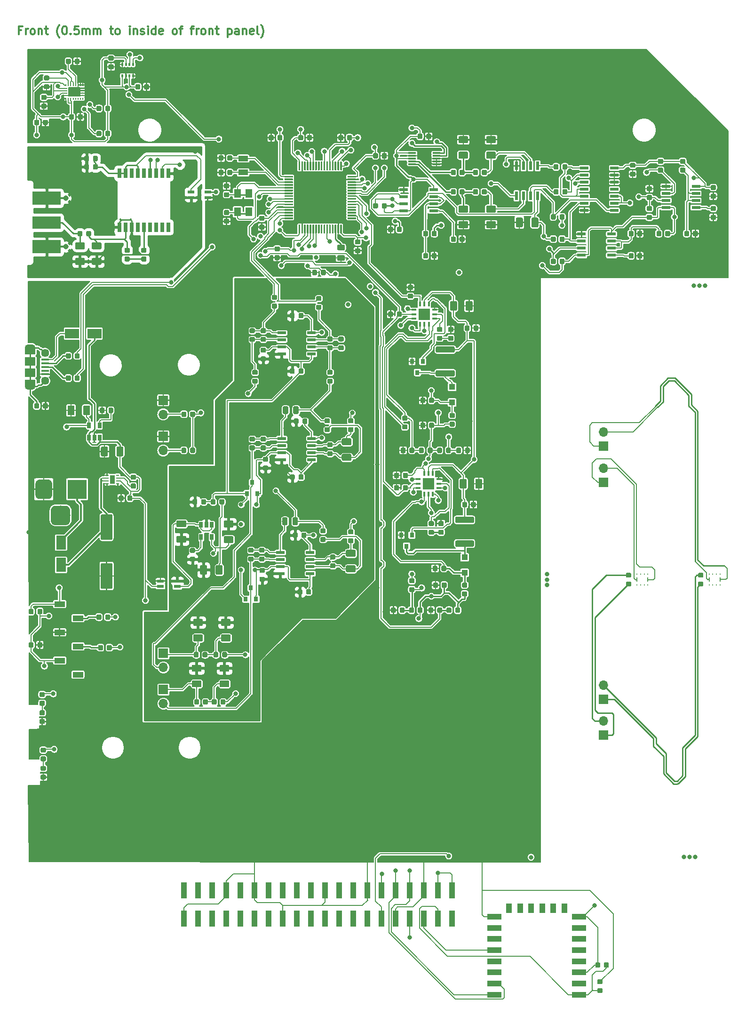
<source format=gbr>
G04 #@! TF.GenerationSoftware,KiCad,Pcbnew,(5.1.0)-1*
G04 #@! TF.CreationDate,2019-10-08T13:20:10+02:00*
G04 #@! TF.ProjectId,cosmicpi_1.7,636f736d-6963-4706-995f-312e372e6b69,rev?*
G04 #@! TF.SameCoordinates,Original*
G04 #@! TF.FileFunction,Copper,L1,Top*
G04 #@! TF.FilePolarity,Positive*
%FSLAX46Y46*%
G04 Gerber Fmt 4.6, Leading zero omitted, Abs format (unit mm)*
G04 Created by KiCad (PCBNEW (5.1.0)-1) date 2019-10-08 13:20:10*
%MOMM*%
%LPD*%
G04 APERTURE LIST*
%ADD10C,0.300000*%
%ADD11C,0.330000*%
%ADD12C,0.100000*%
%ADD13C,0.875000*%
%ADD14R,1.800000X2.500000*%
%ADD15R,2.500000X1.800000*%
%ADD16R,1.300000X1.600000*%
%ADD17R,1.800000X1.000000*%
%ADD18C,2.100000*%
%ADD19R,2.500000X1.000000*%
%ADD20R,1.000000X1.800000*%
%ADD21R,0.350000X0.500000*%
%ADD22R,1.000000X3.000000*%
%ADD23R,0.950000X0.350000*%
%ADD24R,0.350000X0.950000*%
%ADD25R,2.000000X2.000000*%
%ADD26R,1.300000X0.600000*%
%ADD27R,1.550000X0.600000*%
%ADD28C,0.975000*%
%ADD29R,0.800000X0.900000*%
%ADD30O,1.700000X1.700000*%
%ADD31R,1.700000X1.700000*%
%ADD32R,1.100000X1.100000*%
%ADD33R,0.950000X0.460000*%
%ADD34C,0.970000*%
%ADD35R,5.080000X2.420000*%
%ADD36R,5.080000X2.290000*%
%ADD37C,1.250000*%
%ADD38C,3.500000*%
%ADD39C,3.000000*%
%ADD40R,3.500000X3.500000*%
%ADD41R,1.900000X1.000000*%
%ADD42R,1.900000X1.200000*%
%ADD43O,1.900000X1.200000*%
%ADD44R,1.900000X1.500000*%
%ADD45C,1.450000*%
%ADD46R,1.350000X0.400000*%
%ADD47R,0.800000X1.800000*%
%ADD48C,1.125000*%
%ADD49R,0.230000X0.350000*%
%ADD50R,0.350000X0.230000*%
%ADD51C,0.300000*%
%ADD52R,1.400000X0.300000*%
%ADD53R,1.500000X0.600000*%
%ADD54R,0.600000X1.550000*%
%ADD55R,0.500000X0.250000*%
%ADD56R,0.900000X1.600000*%
%ADD57C,0.600000*%
%ADD58R,0.650000X1.060000*%
%ADD59C,0.800000*%
%ADD60C,0.250000*%
%ADD61C,0.200000*%
%ADD62C,0.254000*%
G04 APERTURE END LIST*
D10*
X16464285Y-15392857D02*
X15964285Y-15392857D01*
X15964285Y-16178571D02*
X15964285Y-14678571D01*
X16678571Y-14678571D01*
X17249999Y-16178571D02*
X17249999Y-15178571D01*
X17249999Y-15464285D02*
X17321428Y-15321428D01*
X17392857Y-15250000D01*
X17535714Y-15178571D01*
X17678571Y-15178571D01*
X18392857Y-16178571D02*
X18249999Y-16107142D01*
X18178571Y-16035714D01*
X18107142Y-15892857D01*
X18107142Y-15464285D01*
X18178571Y-15321428D01*
X18249999Y-15250000D01*
X18392857Y-15178571D01*
X18607142Y-15178571D01*
X18749999Y-15250000D01*
X18821428Y-15321428D01*
X18892857Y-15464285D01*
X18892857Y-15892857D01*
X18821428Y-16035714D01*
X18749999Y-16107142D01*
X18607142Y-16178571D01*
X18392857Y-16178571D01*
X19535714Y-15178571D02*
X19535714Y-16178571D01*
X19535714Y-15321428D02*
X19607142Y-15250000D01*
X19749999Y-15178571D01*
X19964285Y-15178571D01*
X20107142Y-15250000D01*
X20178571Y-15392857D01*
X20178571Y-16178571D01*
X20678571Y-15178571D02*
X21249999Y-15178571D01*
X20892857Y-14678571D02*
X20892857Y-15964285D01*
X20964285Y-16107142D01*
X21107142Y-16178571D01*
X21249999Y-16178571D01*
X23321428Y-16750000D02*
X23249999Y-16678571D01*
X23107142Y-16464285D01*
X23035714Y-16321428D01*
X22964285Y-16107142D01*
X22892857Y-15750000D01*
X22892857Y-15464285D01*
X22964285Y-15107142D01*
X23035714Y-14892857D01*
X23107142Y-14750000D01*
X23249999Y-14535714D01*
X23321428Y-14464285D01*
X24178571Y-14678571D02*
X24321428Y-14678571D01*
X24464285Y-14750000D01*
X24535714Y-14821428D01*
X24607142Y-14964285D01*
X24678571Y-15250000D01*
X24678571Y-15607142D01*
X24607142Y-15892857D01*
X24535714Y-16035714D01*
X24464285Y-16107142D01*
X24321428Y-16178571D01*
X24178571Y-16178571D01*
X24035714Y-16107142D01*
X23964285Y-16035714D01*
X23892857Y-15892857D01*
X23821428Y-15607142D01*
X23821428Y-15250000D01*
X23892857Y-14964285D01*
X23964285Y-14821428D01*
X24035714Y-14750000D01*
X24178571Y-14678571D01*
X25321428Y-16035714D02*
X25392857Y-16107142D01*
X25321428Y-16178571D01*
X25249999Y-16107142D01*
X25321428Y-16035714D01*
X25321428Y-16178571D01*
X26749999Y-14678571D02*
X26035714Y-14678571D01*
X25964285Y-15392857D01*
X26035714Y-15321428D01*
X26178571Y-15250000D01*
X26535714Y-15250000D01*
X26678571Y-15321428D01*
X26749999Y-15392857D01*
X26821428Y-15535714D01*
X26821428Y-15892857D01*
X26749999Y-16035714D01*
X26678571Y-16107142D01*
X26535714Y-16178571D01*
X26178571Y-16178571D01*
X26035714Y-16107142D01*
X25964285Y-16035714D01*
X27464285Y-16178571D02*
X27464285Y-15178571D01*
X27464285Y-15321428D02*
X27535714Y-15250000D01*
X27678571Y-15178571D01*
X27892857Y-15178571D01*
X28035714Y-15250000D01*
X28107142Y-15392857D01*
X28107142Y-16178571D01*
X28107142Y-15392857D02*
X28178571Y-15250000D01*
X28321428Y-15178571D01*
X28535714Y-15178571D01*
X28678571Y-15250000D01*
X28749999Y-15392857D01*
X28749999Y-16178571D01*
X29464285Y-16178571D02*
X29464285Y-15178571D01*
X29464285Y-15321428D02*
X29535714Y-15250000D01*
X29678571Y-15178571D01*
X29892857Y-15178571D01*
X30035714Y-15250000D01*
X30107142Y-15392857D01*
X30107142Y-16178571D01*
X30107142Y-15392857D02*
X30178571Y-15250000D01*
X30321428Y-15178571D01*
X30535714Y-15178571D01*
X30678571Y-15250000D01*
X30749999Y-15392857D01*
X30749999Y-16178571D01*
X32392857Y-15178571D02*
X32964285Y-15178571D01*
X32607142Y-14678571D02*
X32607142Y-15964285D01*
X32678571Y-16107142D01*
X32821428Y-16178571D01*
X32964285Y-16178571D01*
X33678571Y-16178571D02*
X33535714Y-16107142D01*
X33464285Y-16035714D01*
X33392857Y-15892857D01*
X33392857Y-15464285D01*
X33464285Y-15321428D01*
X33535714Y-15250000D01*
X33678571Y-15178571D01*
X33892857Y-15178571D01*
X34035714Y-15250000D01*
X34107142Y-15321428D01*
X34178571Y-15464285D01*
X34178571Y-15892857D01*
X34107142Y-16035714D01*
X34035714Y-16107142D01*
X33892857Y-16178571D01*
X33678571Y-16178571D01*
X35964285Y-16178571D02*
X35964285Y-15178571D01*
X35964285Y-14678571D02*
X35892857Y-14750000D01*
X35964285Y-14821428D01*
X36035714Y-14750000D01*
X35964285Y-14678571D01*
X35964285Y-14821428D01*
X36678571Y-15178571D02*
X36678571Y-16178571D01*
X36678571Y-15321428D02*
X36749999Y-15250000D01*
X36892857Y-15178571D01*
X37107142Y-15178571D01*
X37249999Y-15250000D01*
X37321428Y-15392857D01*
X37321428Y-16178571D01*
X37964285Y-16107142D02*
X38107142Y-16178571D01*
X38392857Y-16178571D01*
X38535714Y-16107142D01*
X38607142Y-15964285D01*
X38607142Y-15892857D01*
X38535714Y-15750000D01*
X38392857Y-15678571D01*
X38178571Y-15678571D01*
X38035714Y-15607142D01*
X37964285Y-15464285D01*
X37964285Y-15392857D01*
X38035714Y-15250000D01*
X38178571Y-15178571D01*
X38392857Y-15178571D01*
X38535714Y-15250000D01*
X39249999Y-16178571D02*
X39249999Y-15178571D01*
X39249999Y-14678571D02*
X39178571Y-14750000D01*
X39249999Y-14821428D01*
X39321428Y-14750000D01*
X39249999Y-14678571D01*
X39249999Y-14821428D01*
X40607142Y-16178571D02*
X40607142Y-14678571D01*
X40607142Y-16107142D02*
X40464285Y-16178571D01*
X40178571Y-16178571D01*
X40035714Y-16107142D01*
X39964285Y-16035714D01*
X39892857Y-15892857D01*
X39892857Y-15464285D01*
X39964285Y-15321428D01*
X40035714Y-15250000D01*
X40178571Y-15178571D01*
X40464285Y-15178571D01*
X40607142Y-15250000D01*
X41892857Y-16107142D02*
X41749999Y-16178571D01*
X41464285Y-16178571D01*
X41321428Y-16107142D01*
X41249999Y-15964285D01*
X41249999Y-15392857D01*
X41321428Y-15250000D01*
X41464285Y-15178571D01*
X41749999Y-15178571D01*
X41892857Y-15250000D01*
X41964285Y-15392857D01*
X41964285Y-15535714D01*
X41249999Y-15678571D01*
X43964285Y-16178571D02*
X43821428Y-16107142D01*
X43749999Y-16035714D01*
X43678571Y-15892857D01*
X43678571Y-15464285D01*
X43749999Y-15321428D01*
X43821428Y-15250000D01*
X43964285Y-15178571D01*
X44178571Y-15178571D01*
X44321428Y-15250000D01*
X44392857Y-15321428D01*
X44464285Y-15464285D01*
X44464285Y-15892857D01*
X44392857Y-16035714D01*
X44321428Y-16107142D01*
X44178571Y-16178571D01*
X43964285Y-16178571D01*
X44892857Y-15178571D02*
X45464285Y-15178571D01*
X45107142Y-16178571D02*
X45107142Y-14892857D01*
X45178571Y-14750000D01*
X45321428Y-14678571D01*
X45464285Y-14678571D01*
X46892857Y-15178571D02*
X47464285Y-15178571D01*
X47107142Y-16178571D02*
X47107142Y-14892857D01*
X47178571Y-14750000D01*
X47321428Y-14678571D01*
X47464285Y-14678571D01*
X47964285Y-16178571D02*
X47964285Y-15178571D01*
X47964285Y-15464285D02*
X48035714Y-15321428D01*
X48107142Y-15250000D01*
X48249999Y-15178571D01*
X48392857Y-15178571D01*
X49107142Y-16178571D02*
X48964285Y-16107142D01*
X48892857Y-16035714D01*
X48821428Y-15892857D01*
X48821428Y-15464285D01*
X48892857Y-15321428D01*
X48964285Y-15250000D01*
X49107142Y-15178571D01*
X49321428Y-15178571D01*
X49464285Y-15250000D01*
X49535714Y-15321428D01*
X49607142Y-15464285D01*
X49607142Y-15892857D01*
X49535714Y-16035714D01*
X49464285Y-16107142D01*
X49321428Y-16178571D01*
X49107142Y-16178571D01*
X50250000Y-15178571D02*
X50250000Y-16178571D01*
X50250000Y-15321428D02*
X50321428Y-15250000D01*
X50464285Y-15178571D01*
X50678571Y-15178571D01*
X50821428Y-15250000D01*
X50892857Y-15392857D01*
X50892857Y-16178571D01*
X51392857Y-15178571D02*
X51964285Y-15178571D01*
X51607142Y-14678571D02*
X51607142Y-15964285D01*
X51678571Y-16107142D01*
X51821428Y-16178571D01*
X51964285Y-16178571D01*
X53607142Y-15178571D02*
X53607142Y-16678571D01*
X53607142Y-15250000D02*
X53750000Y-15178571D01*
X54035714Y-15178571D01*
X54178571Y-15250000D01*
X54250000Y-15321428D01*
X54321428Y-15464285D01*
X54321428Y-15892857D01*
X54250000Y-16035714D01*
X54178571Y-16107142D01*
X54035714Y-16178571D01*
X53750000Y-16178571D01*
X53607142Y-16107142D01*
X55607142Y-16178571D02*
X55607142Y-15392857D01*
X55535714Y-15250000D01*
X55392857Y-15178571D01*
X55107142Y-15178571D01*
X54964285Y-15250000D01*
X55607142Y-16107142D02*
X55464285Y-16178571D01*
X55107142Y-16178571D01*
X54964285Y-16107142D01*
X54892857Y-15964285D01*
X54892857Y-15821428D01*
X54964285Y-15678571D01*
X55107142Y-15607142D01*
X55464285Y-15607142D01*
X55607142Y-15535714D01*
X56321428Y-15178571D02*
X56321428Y-16178571D01*
X56321428Y-15321428D02*
X56392857Y-15250000D01*
X56535714Y-15178571D01*
X56750000Y-15178571D01*
X56892857Y-15250000D01*
X56964285Y-15392857D01*
X56964285Y-16178571D01*
X58250000Y-16107142D02*
X58107142Y-16178571D01*
X57821428Y-16178571D01*
X57678571Y-16107142D01*
X57607142Y-15964285D01*
X57607142Y-15392857D01*
X57678571Y-15250000D01*
X57821428Y-15178571D01*
X58107142Y-15178571D01*
X58250000Y-15250000D01*
X58321428Y-15392857D01*
X58321428Y-15535714D01*
X57607142Y-15678571D01*
X59178571Y-16178571D02*
X59035714Y-16107142D01*
X58964285Y-15964285D01*
X58964285Y-14678571D01*
X59607142Y-16750000D02*
X59678571Y-16678571D01*
X59821428Y-16464285D01*
X59892857Y-16321428D01*
X59964285Y-16107142D01*
X60035714Y-15750000D01*
X60035714Y-15464285D01*
X59964285Y-15107142D01*
X59892857Y-14892857D01*
X59821428Y-14750000D01*
X59678571Y-14535714D01*
X59607142Y-14464285D01*
D11*
X141575000Y-115225000D03*
X142225000Y-115225000D03*
X142225000Y-114575000D03*
X142225000Y-113925000D03*
X142225000Y-113275000D03*
X141575000Y-113275000D03*
X140925000Y-113275000D03*
X140275000Y-113275000D03*
X140275000Y-113925000D03*
X140275000Y-114575000D03*
X140275000Y-115225000D03*
X140925000Y-115225000D03*
X128575000Y-115225000D03*
X129225000Y-115225000D03*
X129225000Y-114575000D03*
X129225000Y-113925000D03*
X129225000Y-113275000D03*
X128575000Y-113275000D03*
X127925000Y-113275000D03*
X127275000Y-113275000D03*
X127275000Y-113925000D03*
X127275000Y-114575000D03*
X127275000Y-115225000D03*
X127925000Y-115225000D03*
D12*
G36*
X20477691Y-137776053D02*
G01*
X20498926Y-137779203D01*
X20519750Y-137784419D01*
X20539962Y-137791651D01*
X20559368Y-137800830D01*
X20577781Y-137811866D01*
X20595024Y-137824654D01*
X20610930Y-137839070D01*
X20625346Y-137854976D01*
X20638134Y-137872219D01*
X20649170Y-137890632D01*
X20658349Y-137910038D01*
X20665581Y-137930250D01*
X20670797Y-137951074D01*
X20673947Y-137972309D01*
X20675000Y-137993750D01*
X20675000Y-138431250D01*
X20673947Y-138452691D01*
X20670797Y-138473926D01*
X20665581Y-138494750D01*
X20658349Y-138514962D01*
X20649170Y-138534368D01*
X20638134Y-138552781D01*
X20625346Y-138570024D01*
X20610930Y-138585930D01*
X20595024Y-138600346D01*
X20577781Y-138613134D01*
X20559368Y-138624170D01*
X20539962Y-138633349D01*
X20519750Y-138640581D01*
X20498926Y-138645797D01*
X20477691Y-138648947D01*
X20456250Y-138650000D01*
X19943750Y-138650000D01*
X19922309Y-138648947D01*
X19901074Y-138645797D01*
X19880250Y-138640581D01*
X19860038Y-138633349D01*
X19840632Y-138624170D01*
X19822219Y-138613134D01*
X19804976Y-138600346D01*
X19789070Y-138585930D01*
X19774654Y-138570024D01*
X19761866Y-138552781D01*
X19750830Y-138534368D01*
X19741651Y-138514962D01*
X19734419Y-138494750D01*
X19729203Y-138473926D01*
X19726053Y-138452691D01*
X19725000Y-138431250D01*
X19725000Y-137993750D01*
X19726053Y-137972309D01*
X19729203Y-137951074D01*
X19734419Y-137930250D01*
X19741651Y-137910038D01*
X19750830Y-137890632D01*
X19761866Y-137872219D01*
X19774654Y-137854976D01*
X19789070Y-137839070D01*
X19804976Y-137824654D01*
X19822219Y-137811866D01*
X19840632Y-137800830D01*
X19860038Y-137791651D01*
X19880250Y-137784419D01*
X19901074Y-137779203D01*
X19922309Y-137776053D01*
X19943750Y-137775000D01*
X20456250Y-137775000D01*
X20477691Y-137776053D01*
X20477691Y-137776053D01*
G37*
D13*
X20200000Y-138212500D03*
D12*
G36*
X20477691Y-139351053D02*
G01*
X20498926Y-139354203D01*
X20519750Y-139359419D01*
X20539962Y-139366651D01*
X20559368Y-139375830D01*
X20577781Y-139386866D01*
X20595024Y-139399654D01*
X20610930Y-139414070D01*
X20625346Y-139429976D01*
X20638134Y-139447219D01*
X20649170Y-139465632D01*
X20658349Y-139485038D01*
X20665581Y-139505250D01*
X20670797Y-139526074D01*
X20673947Y-139547309D01*
X20675000Y-139568750D01*
X20675000Y-140006250D01*
X20673947Y-140027691D01*
X20670797Y-140048926D01*
X20665581Y-140069750D01*
X20658349Y-140089962D01*
X20649170Y-140109368D01*
X20638134Y-140127781D01*
X20625346Y-140145024D01*
X20610930Y-140160930D01*
X20595024Y-140175346D01*
X20577781Y-140188134D01*
X20559368Y-140199170D01*
X20539962Y-140208349D01*
X20519750Y-140215581D01*
X20498926Y-140220797D01*
X20477691Y-140223947D01*
X20456250Y-140225000D01*
X19943750Y-140225000D01*
X19922309Y-140223947D01*
X19901074Y-140220797D01*
X19880250Y-140215581D01*
X19860038Y-140208349D01*
X19840632Y-140199170D01*
X19822219Y-140188134D01*
X19804976Y-140175346D01*
X19789070Y-140160930D01*
X19774654Y-140145024D01*
X19761866Y-140127781D01*
X19750830Y-140109368D01*
X19741651Y-140089962D01*
X19734419Y-140069750D01*
X19729203Y-140048926D01*
X19726053Y-140027691D01*
X19725000Y-140006250D01*
X19725000Y-139568750D01*
X19726053Y-139547309D01*
X19729203Y-139526074D01*
X19734419Y-139505250D01*
X19741651Y-139485038D01*
X19750830Y-139465632D01*
X19761866Y-139447219D01*
X19774654Y-139429976D01*
X19789070Y-139414070D01*
X19804976Y-139399654D01*
X19822219Y-139386866D01*
X19840632Y-139375830D01*
X19860038Y-139366651D01*
X19880250Y-139359419D01*
X19901074Y-139354203D01*
X19922309Y-139351053D01*
X19943750Y-139350000D01*
X20456250Y-139350000D01*
X20477691Y-139351053D01*
X20477691Y-139351053D01*
G37*
D13*
X20200000Y-139787500D03*
D14*
X23600000Y-107600000D03*
X23600000Y-111600000D03*
D15*
X25600001Y-70000000D03*
X29600001Y-70000000D03*
D16*
X57400000Y-44800000D03*
X57400000Y-48100000D03*
X55400000Y-48100000D03*
X55400000Y-44800000D03*
D17*
X56400000Y-41000000D03*
X56400000Y-38500000D03*
D12*
G36*
X32624504Y-111301204D02*
G01*
X32648773Y-111304804D01*
X32672571Y-111310765D01*
X32695671Y-111319030D01*
X32717849Y-111329520D01*
X32738893Y-111342133D01*
X32758598Y-111356747D01*
X32776777Y-111373223D01*
X32793253Y-111391402D01*
X32807867Y-111411107D01*
X32820480Y-111432151D01*
X32830970Y-111454329D01*
X32839235Y-111477429D01*
X32845196Y-111501227D01*
X32848796Y-111525496D01*
X32850000Y-111550000D01*
X32850000Y-115650000D01*
X32848796Y-115674504D01*
X32845196Y-115698773D01*
X32839235Y-115722571D01*
X32830970Y-115745671D01*
X32820480Y-115767849D01*
X32807867Y-115788893D01*
X32793253Y-115808598D01*
X32776777Y-115826777D01*
X32758598Y-115843253D01*
X32738893Y-115857867D01*
X32717849Y-115870480D01*
X32695671Y-115880970D01*
X32672571Y-115889235D01*
X32648773Y-115895196D01*
X32624504Y-115898796D01*
X32600000Y-115900000D01*
X31000000Y-115900000D01*
X30975496Y-115898796D01*
X30951227Y-115895196D01*
X30927429Y-115889235D01*
X30904329Y-115880970D01*
X30882151Y-115870480D01*
X30861107Y-115857867D01*
X30841402Y-115843253D01*
X30823223Y-115826777D01*
X30806747Y-115808598D01*
X30792133Y-115788893D01*
X30779520Y-115767849D01*
X30769030Y-115745671D01*
X30760765Y-115722571D01*
X30754804Y-115698773D01*
X30751204Y-115674504D01*
X30750000Y-115650000D01*
X30750000Y-111550000D01*
X30751204Y-111525496D01*
X30754804Y-111501227D01*
X30760765Y-111477429D01*
X30769030Y-111454329D01*
X30779520Y-111432151D01*
X30792133Y-111411107D01*
X30806747Y-111391402D01*
X30823223Y-111373223D01*
X30841402Y-111356747D01*
X30861107Y-111342133D01*
X30882151Y-111329520D01*
X30904329Y-111319030D01*
X30927429Y-111310765D01*
X30951227Y-111304804D01*
X30975496Y-111301204D01*
X31000000Y-111300000D01*
X32600000Y-111300000D01*
X32624504Y-111301204D01*
X32624504Y-111301204D01*
G37*
D18*
X31800000Y-113600000D03*
D12*
G36*
X32624504Y-102501204D02*
G01*
X32648773Y-102504804D01*
X32672571Y-102510765D01*
X32695671Y-102519030D01*
X32717849Y-102529520D01*
X32738893Y-102542133D01*
X32758598Y-102556747D01*
X32776777Y-102573223D01*
X32793253Y-102591402D01*
X32807867Y-102611107D01*
X32820480Y-102632151D01*
X32830970Y-102654329D01*
X32839235Y-102677429D01*
X32845196Y-102701227D01*
X32848796Y-102725496D01*
X32850000Y-102750000D01*
X32850000Y-106850000D01*
X32848796Y-106874504D01*
X32845196Y-106898773D01*
X32839235Y-106922571D01*
X32830970Y-106945671D01*
X32820480Y-106967849D01*
X32807867Y-106988893D01*
X32793253Y-107008598D01*
X32776777Y-107026777D01*
X32758598Y-107043253D01*
X32738893Y-107057867D01*
X32717849Y-107070480D01*
X32695671Y-107080970D01*
X32672571Y-107089235D01*
X32648773Y-107095196D01*
X32624504Y-107098796D01*
X32600000Y-107100000D01*
X31000000Y-107100000D01*
X30975496Y-107098796D01*
X30951227Y-107095196D01*
X30927429Y-107089235D01*
X30904329Y-107080970D01*
X30882151Y-107070480D01*
X30861107Y-107057867D01*
X30841402Y-107043253D01*
X30823223Y-107026777D01*
X30806747Y-107008598D01*
X30792133Y-106988893D01*
X30779520Y-106967849D01*
X30769030Y-106945671D01*
X30760765Y-106922571D01*
X30754804Y-106898773D01*
X30751204Y-106874504D01*
X30750000Y-106850000D01*
X30750000Y-102750000D01*
X30751204Y-102725496D01*
X30754804Y-102701227D01*
X30760765Y-102677429D01*
X30769030Y-102654329D01*
X30779520Y-102632151D01*
X30792133Y-102611107D01*
X30806747Y-102591402D01*
X30823223Y-102573223D01*
X30841402Y-102556747D01*
X30861107Y-102542133D01*
X30882151Y-102529520D01*
X30904329Y-102519030D01*
X30927429Y-102510765D01*
X30951227Y-102504804D01*
X30975496Y-102501204D01*
X31000000Y-102500000D01*
X32600000Y-102500000D01*
X32624504Y-102501204D01*
X32624504Y-102501204D01*
G37*
D18*
X31800000Y-104800000D03*
D19*
X101620000Y-188920000D03*
X101620000Y-186920000D03*
X101620000Y-184920000D03*
X101620000Y-182920000D03*
X101620000Y-180920000D03*
X101620000Y-178920000D03*
X101620000Y-176920000D03*
X101620000Y-174920000D03*
D20*
X104220000Y-173420000D03*
X106220000Y-173420000D03*
X108220000Y-173420000D03*
X110220000Y-173420000D03*
X112220000Y-173420000D03*
X114220000Y-173420000D03*
D19*
X116820000Y-174920000D03*
X116820000Y-176920000D03*
X116820000Y-178920000D03*
X116820000Y-180920000D03*
X116820000Y-182920000D03*
X116820000Y-184920000D03*
X116820000Y-186920000D03*
X116820000Y-188920000D03*
D12*
G36*
X120440192Y-183126053D02*
G01*
X120461427Y-183129203D01*
X120482251Y-183134419D01*
X120502463Y-183141651D01*
X120521869Y-183150830D01*
X120540282Y-183161866D01*
X120557525Y-183174654D01*
X120573431Y-183189070D01*
X120587847Y-183204976D01*
X120600635Y-183222219D01*
X120611671Y-183240632D01*
X120620850Y-183260038D01*
X120628082Y-183280250D01*
X120633298Y-183301074D01*
X120636448Y-183322309D01*
X120637501Y-183343750D01*
X120637501Y-183856250D01*
X120636448Y-183877691D01*
X120633298Y-183898926D01*
X120628082Y-183919750D01*
X120620850Y-183939962D01*
X120611671Y-183959368D01*
X120600635Y-183977781D01*
X120587847Y-183995024D01*
X120573431Y-184010930D01*
X120557525Y-184025346D01*
X120540282Y-184038134D01*
X120521869Y-184049170D01*
X120502463Y-184058349D01*
X120482251Y-184065581D01*
X120461427Y-184070797D01*
X120440192Y-184073947D01*
X120418751Y-184075000D01*
X119981251Y-184075000D01*
X119959810Y-184073947D01*
X119938575Y-184070797D01*
X119917751Y-184065581D01*
X119897539Y-184058349D01*
X119878133Y-184049170D01*
X119859720Y-184038134D01*
X119842477Y-184025346D01*
X119826571Y-184010930D01*
X119812155Y-183995024D01*
X119799367Y-183977781D01*
X119788331Y-183959368D01*
X119779152Y-183939962D01*
X119771920Y-183919750D01*
X119766704Y-183898926D01*
X119763554Y-183877691D01*
X119762501Y-183856250D01*
X119762501Y-183343750D01*
X119763554Y-183322309D01*
X119766704Y-183301074D01*
X119771920Y-183280250D01*
X119779152Y-183260038D01*
X119788331Y-183240632D01*
X119799367Y-183222219D01*
X119812155Y-183204976D01*
X119826571Y-183189070D01*
X119842477Y-183174654D01*
X119859720Y-183161866D01*
X119878133Y-183150830D01*
X119897539Y-183141651D01*
X119917751Y-183134419D01*
X119938575Y-183129203D01*
X119959810Y-183126053D01*
X119981251Y-183125000D01*
X120418751Y-183125000D01*
X120440192Y-183126053D01*
X120440192Y-183126053D01*
G37*
D13*
X120200001Y-183600000D03*
D12*
G36*
X122015192Y-183126053D02*
G01*
X122036427Y-183129203D01*
X122057251Y-183134419D01*
X122077463Y-183141651D01*
X122096869Y-183150830D01*
X122115282Y-183161866D01*
X122132525Y-183174654D01*
X122148431Y-183189070D01*
X122162847Y-183204976D01*
X122175635Y-183222219D01*
X122186671Y-183240632D01*
X122195850Y-183260038D01*
X122203082Y-183280250D01*
X122208298Y-183301074D01*
X122211448Y-183322309D01*
X122212501Y-183343750D01*
X122212501Y-183856250D01*
X122211448Y-183877691D01*
X122208298Y-183898926D01*
X122203082Y-183919750D01*
X122195850Y-183939962D01*
X122186671Y-183959368D01*
X122175635Y-183977781D01*
X122162847Y-183995024D01*
X122148431Y-184010930D01*
X122132525Y-184025346D01*
X122115282Y-184038134D01*
X122096869Y-184049170D01*
X122077463Y-184058349D01*
X122057251Y-184065581D01*
X122036427Y-184070797D01*
X122015192Y-184073947D01*
X121993751Y-184075000D01*
X121556251Y-184075000D01*
X121534810Y-184073947D01*
X121513575Y-184070797D01*
X121492751Y-184065581D01*
X121472539Y-184058349D01*
X121453133Y-184049170D01*
X121434720Y-184038134D01*
X121417477Y-184025346D01*
X121401571Y-184010930D01*
X121387155Y-183995024D01*
X121374367Y-183977781D01*
X121363331Y-183959368D01*
X121354152Y-183939962D01*
X121346920Y-183919750D01*
X121341704Y-183898926D01*
X121338554Y-183877691D01*
X121337501Y-183856250D01*
X121337501Y-183343750D01*
X121338554Y-183322309D01*
X121341704Y-183301074D01*
X121346920Y-183280250D01*
X121354152Y-183260038D01*
X121363331Y-183240632D01*
X121374367Y-183222219D01*
X121387155Y-183204976D01*
X121401571Y-183189070D01*
X121417477Y-183174654D01*
X121434720Y-183161866D01*
X121453133Y-183150830D01*
X121472539Y-183141651D01*
X121492751Y-183134419D01*
X121513575Y-183129203D01*
X121534810Y-183126053D01*
X121556251Y-183125000D01*
X121993751Y-183125000D01*
X122015192Y-183126053D01*
X122015192Y-183126053D01*
G37*
D13*
X121775001Y-183600000D03*
D12*
G36*
X120877691Y-186163554D02*
G01*
X120898926Y-186166704D01*
X120919750Y-186171920D01*
X120939962Y-186179152D01*
X120959368Y-186188331D01*
X120977781Y-186199367D01*
X120995024Y-186212155D01*
X121010930Y-186226571D01*
X121025346Y-186242477D01*
X121038134Y-186259720D01*
X121049170Y-186278133D01*
X121058349Y-186297539D01*
X121065581Y-186317751D01*
X121070797Y-186338575D01*
X121073947Y-186359810D01*
X121075000Y-186381251D01*
X121075000Y-186818751D01*
X121073947Y-186840192D01*
X121070797Y-186861427D01*
X121065581Y-186882251D01*
X121058349Y-186902463D01*
X121049170Y-186921869D01*
X121038134Y-186940282D01*
X121025346Y-186957525D01*
X121010930Y-186973431D01*
X120995024Y-186987847D01*
X120977781Y-187000635D01*
X120959368Y-187011671D01*
X120939962Y-187020850D01*
X120919750Y-187028082D01*
X120898926Y-187033298D01*
X120877691Y-187036448D01*
X120856250Y-187037501D01*
X120343750Y-187037501D01*
X120322309Y-187036448D01*
X120301074Y-187033298D01*
X120280250Y-187028082D01*
X120260038Y-187020850D01*
X120240632Y-187011671D01*
X120222219Y-187000635D01*
X120204976Y-186987847D01*
X120189070Y-186973431D01*
X120174654Y-186957525D01*
X120161866Y-186940282D01*
X120150830Y-186921869D01*
X120141651Y-186902463D01*
X120134419Y-186882251D01*
X120129203Y-186861427D01*
X120126053Y-186840192D01*
X120125000Y-186818751D01*
X120125000Y-186381251D01*
X120126053Y-186359810D01*
X120129203Y-186338575D01*
X120134419Y-186317751D01*
X120141651Y-186297539D01*
X120150830Y-186278133D01*
X120161866Y-186259720D01*
X120174654Y-186242477D01*
X120189070Y-186226571D01*
X120204976Y-186212155D01*
X120222219Y-186199367D01*
X120240632Y-186188331D01*
X120260038Y-186179152D01*
X120280250Y-186171920D01*
X120301074Y-186166704D01*
X120322309Y-186163554D01*
X120343750Y-186162501D01*
X120856250Y-186162501D01*
X120877691Y-186163554D01*
X120877691Y-186163554D01*
G37*
D13*
X120600000Y-186600001D03*
D12*
G36*
X120877691Y-187738554D02*
G01*
X120898926Y-187741704D01*
X120919750Y-187746920D01*
X120939962Y-187754152D01*
X120959368Y-187763331D01*
X120977781Y-187774367D01*
X120995024Y-187787155D01*
X121010930Y-187801571D01*
X121025346Y-187817477D01*
X121038134Y-187834720D01*
X121049170Y-187853133D01*
X121058349Y-187872539D01*
X121065581Y-187892751D01*
X121070797Y-187913575D01*
X121073947Y-187934810D01*
X121075000Y-187956251D01*
X121075000Y-188393751D01*
X121073947Y-188415192D01*
X121070797Y-188436427D01*
X121065581Y-188457251D01*
X121058349Y-188477463D01*
X121049170Y-188496869D01*
X121038134Y-188515282D01*
X121025346Y-188532525D01*
X121010930Y-188548431D01*
X120995024Y-188562847D01*
X120977781Y-188575635D01*
X120959368Y-188586671D01*
X120939962Y-188595850D01*
X120919750Y-188603082D01*
X120898926Y-188608298D01*
X120877691Y-188611448D01*
X120856250Y-188612501D01*
X120343750Y-188612501D01*
X120322309Y-188611448D01*
X120301074Y-188608298D01*
X120280250Y-188603082D01*
X120260038Y-188595850D01*
X120240632Y-188586671D01*
X120222219Y-188575635D01*
X120204976Y-188562847D01*
X120189070Y-188548431D01*
X120174654Y-188532525D01*
X120161866Y-188515282D01*
X120150830Y-188496869D01*
X120141651Y-188477463D01*
X120134419Y-188457251D01*
X120129203Y-188436427D01*
X120126053Y-188415192D01*
X120125000Y-188393751D01*
X120125000Y-187956251D01*
X120126053Y-187934810D01*
X120129203Y-187913575D01*
X120134419Y-187892751D01*
X120141651Y-187872539D01*
X120150830Y-187853133D01*
X120161866Y-187834720D01*
X120174654Y-187817477D01*
X120189070Y-187801571D01*
X120204976Y-187787155D01*
X120222219Y-187774367D01*
X120240632Y-187763331D01*
X120260038Y-187754152D01*
X120280250Y-187746920D01*
X120301074Y-187741704D01*
X120322309Y-187738554D01*
X120343750Y-187737501D01*
X120856250Y-187737501D01*
X120877691Y-187738554D01*
X120877691Y-187738554D01*
G37*
D13*
X120600000Y-188175001D03*
D12*
G36*
X52640192Y-40526053D02*
G01*
X52661427Y-40529203D01*
X52682251Y-40534419D01*
X52702463Y-40541651D01*
X52721869Y-40550830D01*
X52740282Y-40561866D01*
X52757525Y-40574654D01*
X52773431Y-40589070D01*
X52787847Y-40604976D01*
X52800635Y-40622219D01*
X52811671Y-40640632D01*
X52820850Y-40660038D01*
X52828082Y-40680250D01*
X52833298Y-40701074D01*
X52836448Y-40722309D01*
X52837501Y-40743750D01*
X52837501Y-41256250D01*
X52836448Y-41277691D01*
X52833298Y-41298926D01*
X52828082Y-41319750D01*
X52820850Y-41339962D01*
X52811671Y-41359368D01*
X52800635Y-41377781D01*
X52787847Y-41395024D01*
X52773431Y-41410930D01*
X52757525Y-41425346D01*
X52740282Y-41438134D01*
X52721869Y-41449170D01*
X52702463Y-41458349D01*
X52682251Y-41465581D01*
X52661427Y-41470797D01*
X52640192Y-41473947D01*
X52618751Y-41475000D01*
X52181251Y-41475000D01*
X52159810Y-41473947D01*
X52138575Y-41470797D01*
X52117751Y-41465581D01*
X52097539Y-41458349D01*
X52078133Y-41449170D01*
X52059720Y-41438134D01*
X52042477Y-41425346D01*
X52026571Y-41410930D01*
X52012155Y-41395024D01*
X51999367Y-41377781D01*
X51988331Y-41359368D01*
X51979152Y-41339962D01*
X51971920Y-41319750D01*
X51966704Y-41298926D01*
X51963554Y-41277691D01*
X51962501Y-41256250D01*
X51962501Y-40743750D01*
X51963554Y-40722309D01*
X51966704Y-40701074D01*
X51971920Y-40680250D01*
X51979152Y-40660038D01*
X51988331Y-40640632D01*
X51999367Y-40622219D01*
X52012155Y-40604976D01*
X52026571Y-40589070D01*
X52042477Y-40574654D01*
X52059720Y-40561866D01*
X52078133Y-40550830D01*
X52097539Y-40541651D01*
X52117751Y-40534419D01*
X52138575Y-40529203D01*
X52159810Y-40526053D01*
X52181251Y-40525000D01*
X52618751Y-40525000D01*
X52640192Y-40526053D01*
X52640192Y-40526053D01*
G37*
D13*
X52400001Y-41000000D03*
D12*
G36*
X54215192Y-40526053D02*
G01*
X54236427Y-40529203D01*
X54257251Y-40534419D01*
X54277463Y-40541651D01*
X54296869Y-40550830D01*
X54315282Y-40561866D01*
X54332525Y-40574654D01*
X54348431Y-40589070D01*
X54362847Y-40604976D01*
X54375635Y-40622219D01*
X54386671Y-40640632D01*
X54395850Y-40660038D01*
X54403082Y-40680250D01*
X54408298Y-40701074D01*
X54411448Y-40722309D01*
X54412501Y-40743750D01*
X54412501Y-41256250D01*
X54411448Y-41277691D01*
X54408298Y-41298926D01*
X54403082Y-41319750D01*
X54395850Y-41339962D01*
X54386671Y-41359368D01*
X54375635Y-41377781D01*
X54362847Y-41395024D01*
X54348431Y-41410930D01*
X54332525Y-41425346D01*
X54315282Y-41438134D01*
X54296869Y-41449170D01*
X54277463Y-41458349D01*
X54257251Y-41465581D01*
X54236427Y-41470797D01*
X54215192Y-41473947D01*
X54193751Y-41475000D01*
X53756251Y-41475000D01*
X53734810Y-41473947D01*
X53713575Y-41470797D01*
X53692751Y-41465581D01*
X53672539Y-41458349D01*
X53653133Y-41449170D01*
X53634720Y-41438134D01*
X53617477Y-41425346D01*
X53601571Y-41410930D01*
X53587155Y-41395024D01*
X53574367Y-41377781D01*
X53563331Y-41359368D01*
X53554152Y-41339962D01*
X53546920Y-41319750D01*
X53541704Y-41298926D01*
X53538554Y-41277691D01*
X53537501Y-41256250D01*
X53537501Y-40743750D01*
X53538554Y-40722309D01*
X53541704Y-40701074D01*
X53546920Y-40680250D01*
X53554152Y-40660038D01*
X53563331Y-40640632D01*
X53574367Y-40622219D01*
X53587155Y-40604976D01*
X53601571Y-40589070D01*
X53617477Y-40574654D01*
X53634720Y-40561866D01*
X53653133Y-40550830D01*
X53672539Y-40541651D01*
X53692751Y-40534419D01*
X53713575Y-40529203D01*
X53734810Y-40526053D01*
X53756251Y-40525000D01*
X54193751Y-40525000D01*
X54215192Y-40526053D01*
X54215192Y-40526053D01*
G37*
D13*
X53975001Y-41000000D03*
D12*
G36*
X52640192Y-37926053D02*
G01*
X52661427Y-37929203D01*
X52682251Y-37934419D01*
X52702463Y-37941651D01*
X52721869Y-37950830D01*
X52740282Y-37961866D01*
X52757525Y-37974654D01*
X52773431Y-37989070D01*
X52787847Y-38004976D01*
X52800635Y-38022219D01*
X52811671Y-38040632D01*
X52820850Y-38060038D01*
X52828082Y-38080250D01*
X52833298Y-38101074D01*
X52836448Y-38122309D01*
X52837501Y-38143750D01*
X52837501Y-38656250D01*
X52836448Y-38677691D01*
X52833298Y-38698926D01*
X52828082Y-38719750D01*
X52820850Y-38739962D01*
X52811671Y-38759368D01*
X52800635Y-38777781D01*
X52787847Y-38795024D01*
X52773431Y-38810930D01*
X52757525Y-38825346D01*
X52740282Y-38838134D01*
X52721869Y-38849170D01*
X52702463Y-38858349D01*
X52682251Y-38865581D01*
X52661427Y-38870797D01*
X52640192Y-38873947D01*
X52618751Y-38875000D01*
X52181251Y-38875000D01*
X52159810Y-38873947D01*
X52138575Y-38870797D01*
X52117751Y-38865581D01*
X52097539Y-38858349D01*
X52078133Y-38849170D01*
X52059720Y-38838134D01*
X52042477Y-38825346D01*
X52026571Y-38810930D01*
X52012155Y-38795024D01*
X51999367Y-38777781D01*
X51988331Y-38759368D01*
X51979152Y-38739962D01*
X51971920Y-38719750D01*
X51966704Y-38698926D01*
X51963554Y-38677691D01*
X51962501Y-38656250D01*
X51962501Y-38143750D01*
X51963554Y-38122309D01*
X51966704Y-38101074D01*
X51971920Y-38080250D01*
X51979152Y-38060038D01*
X51988331Y-38040632D01*
X51999367Y-38022219D01*
X52012155Y-38004976D01*
X52026571Y-37989070D01*
X52042477Y-37974654D01*
X52059720Y-37961866D01*
X52078133Y-37950830D01*
X52097539Y-37941651D01*
X52117751Y-37934419D01*
X52138575Y-37929203D01*
X52159810Y-37926053D01*
X52181251Y-37925000D01*
X52618751Y-37925000D01*
X52640192Y-37926053D01*
X52640192Y-37926053D01*
G37*
D13*
X52400001Y-38400000D03*
D12*
G36*
X54215192Y-37926053D02*
G01*
X54236427Y-37929203D01*
X54257251Y-37934419D01*
X54277463Y-37941651D01*
X54296869Y-37950830D01*
X54315282Y-37961866D01*
X54332525Y-37974654D01*
X54348431Y-37989070D01*
X54362847Y-38004976D01*
X54375635Y-38022219D01*
X54386671Y-38040632D01*
X54395850Y-38060038D01*
X54403082Y-38080250D01*
X54408298Y-38101074D01*
X54411448Y-38122309D01*
X54412501Y-38143750D01*
X54412501Y-38656250D01*
X54411448Y-38677691D01*
X54408298Y-38698926D01*
X54403082Y-38719750D01*
X54395850Y-38739962D01*
X54386671Y-38759368D01*
X54375635Y-38777781D01*
X54362847Y-38795024D01*
X54348431Y-38810930D01*
X54332525Y-38825346D01*
X54315282Y-38838134D01*
X54296869Y-38849170D01*
X54277463Y-38858349D01*
X54257251Y-38865581D01*
X54236427Y-38870797D01*
X54215192Y-38873947D01*
X54193751Y-38875000D01*
X53756251Y-38875000D01*
X53734810Y-38873947D01*
X53713575Y-38870797D01*
X53692751Y-38865581D01*
X53672539Y-38858349D01*
X53653133Y-38849170D01*
X53634720Y-38838134D01*
X53617477Y-38825346D01*
X53601571Y-38810930D01*
X53587155Y-38795024D01*
X53574367Y-38777781D01*
X53563331Y-38759368D01*
X53554152Y-38739962D01*
X53546920Y-38719750D01*
X53541704Y-38698926D01*
X53538554Y-38677691D01*
X53537501Y-38656250D01*
X53537501Y-38143750D01*
X53538554Y-38122309D01*
X53541704Y-38101074D01*
X53546920Y-38080250D01*
X53554152Y-38060038D01*
X53563331Y-38040632D01*
X53574367Y-38022219D01*
X53587155Y-38004976D01*
X53601571Y-37989070D01*
X53617477Y-37974654D01*
X53634720Y-37961866D01*
X53653133Y-37950830D01*
X53672539Y-37941651D01*
X53692751Y-37934419D01*
X53713575Y-37929203D01*
X53734810Y-37926053D01*
X53756251Y-37925000D01*
X54193751Y-37925000D01*
X54215192Y-37926053D01*
X54215192Y-37926053D01*
G37*
D13*
X53975001Y-38400000D03*
D21*
X36575000Y-23625000D03*
X35925000Y-23625000D03*
X35275000Y-23625000D03*
X34625000Y-23625000D03*
X34625000Y-21575000D03*
X35275000Y-21575000D03*
X35925000Y-21575000D03*
X36575000Y-21575000D03*
D22*
X45720000Y-170180000D03*
X45720000Y-175220000D03*
X48260000Y-170180000D03*
X48260000Y-175220000D03*
X50800000Y-170180000D03*
X50800000Y-175220000D03*
X53340000Y-170180000D03*
X53340000Y-175220000D03*
X55880000Y-170180000D03*
X55880000Y-175220000D03*
X58420000Y-170180000D03*
X58420000Y-175220000D03*
X60960000Y-170180000D03*
X60960000Y-175220000D03*
X63500000Y-170180000D03*
X63500000Y-175220000D03*
X66040000Y-170180000D03*
X66040000Y-175220000D03*
X68580000Y-170180000D03*
X68580000Y-175220000D03*
X71120000Y-170180000D03*
X71120000Y-175220000D03*
X73660000Y-170180000D03*
X73660000Y-175220000D03*
X76200000Y-170180000D03*
X76200000Y-175220000D03*
X78740000Y-170180000D03*
X78740000Y-175220000D03*
X81280000Y-170180000D03*
X81280000Y-175220000D03*
X83820000Y-170180000D03*
X83820000Y-175220000D03*
X86360000Y-170180000D03*
X86360000Y-175220000D03*
X88900000Y-170180000D03*
X88900000Y-175220000D03*
X91440000Y-170180000D03*
X91440000Y-175220000D03*
X93980000Y-170180000D03*
X93980000Y-175220000D03*
D23*
X87910000Y-96200000D03*
X87910000Y-97000000D03*
X87910000Y-97800000D03*
X91590000Y-97000000D03*
X91590000Y-97800000D03*
X91590000Y-96200000D03*
D24*
X90550000Y-95160000D03*
X89750000Y-95160000D03*
X88950000Y-95160000D03*
X89750000Y-98840000D03*
X88950000Y-98840000D03*
X90550000Y-98840000D03*
D25*
X89750000Y-97000000D03*
D23*
X87160000Y-65700000D03*
X87160000Y-66500000D03*
X87160000Y-67300000D03*
X90840000Y-66500000D03*
X90840000Y-67300000D03*
X90840000Y-65700000D03*
D24*
X89800000Y-64660000D03*
X89000000Y-64660000D03*
X88200000Y-64660000D03*
X89000000Y-68340000D03*
X88200000Y-68340000D03*
X89800000Y-68340000D03*
D25*
X89000000Y-66500000D03*
D12*
G36*
X92027691Y-70388553D02*
G01*
X92048926Y-70391703D01*
X92069750Y-70396919D01*
X92089962Y-70404151D01*
X92109368Y-70413330D01*
X92127781Y-70424366D01*
X92145024Y-70437154D01*
X92160930Y-70451570D01*
X92175346Y-70467476D01*
X92188134Y-70484719D01*
X92199170Y-70503132D01*
X92208349Y-70522538D01*
X92215581Y-70542750D01*
X92220797Y-70563574D01*
X92223947Y-70584809D01*
X92225000Y-70606250D01*
X92225000Y-71043750D01*
X92223947Y-71065191D01*
X92220797Y-71086426D01*
X92215581Y-71107250D01*
X92208349Y-71127462D01*
X92199170Y-71146868D01*
X92188134Y-71165281D01*
X92175346Y-71182524D01*
X92160930Y-71198430D01*
X92145024Y-71212846D01*
X92127781Y-71225634D01*
X92109368Y-71236670D01*
X92089962Y-71245849D01*
X92069750Y-71253081D01*
X92048926Y-71258297D01*
X92027691Y-71261447D01*
X92006250Y-71262500D01*
X91493750Y-71262500D01*
X91472309Y-71261447D01*
X91451074Y-71258297D01*
X91430250Y-71253081D01*
X91410038Y-71245849D01*
X91390632Y-71236670D01*
X91372219Y-71225634D01*
X91354976Y-71212846D01*
X91339070Y-71198430D01*
X91324654Y-71182524D01*
X91311866Y-71165281D01*
X91300830Y-71146868D01*
X91291651Y-71127462D01*
X91284419Y-71107250D01*
X91279203Y-71086426D01*
X91276053Y-71065191D01*
X91275000Y-71043750D01*
X91275000Y-70606250D01*
X91276053Y-70584809D01*
X91279203Y-70563574D01*
X91284419Y-70542750D01*
X91291651Y-70522538D01*
X91300830Y-70503132D01*
X91311866Y-70484719D01*
X91324654Y-70467476D01*
X91339070Y-70451570D01*
X91354976Y-70437154D01*
X91372219Y-70424366D01*
X91390632Y-70413330D01*
X91410038Y-70404151D01*
X91430250Y-70396919D01*
X91451074Y-70391703D01*
X91472309Y-70388553D01*
X91493750Y-70387500D01*
X92006250Y-70387500D01*
X92027691Y-70388553D01*
X92027691Y-70388553D01*
G37*
D13*
X91750000Y-70825000D03*
D12*
G36*
X92027691Y-68813553D02*
G01*
X92048926Y-68816703D01*
X92069750Y-68821919D01*
X92089962Y-68829151D01*
X92109368Y-68838330D01*
X92127781Y-68849366D01*
X92145024Y-68862154D01*
X92160930Y-68876570D01*
X92175346Y-68892476D01*
X92188134Y-68909719D01*
X92199170Y-68928132D01*
X92208349Y-68947538D01*
X92215581Y-68967750D01*
X92220797Y-68988574D01*
X92223947Y-69009809D01*
X92225000Y-69031250D01*
X92225000Y-69468750D01*
X92223947Y-69490191D01*
X92220797Y-69511426D01*
X92215581Y-69532250D01*
X92208349Y-69552462D01*
X92199170Y-69571868D01*
X92188134Y-69590281D01*
X92175346Y-69607524D01*
X92160930Y-69623430D01*
X92145024Y-69637846D01*
X92127781Y-69650634D01*
X92109368Y-69661670D01*
X92089962Y-69670849D01*
X92069750Y-69678081D01*
X92048926Y-69683297D01*
X92027691Y-69686447D01*
X92006250Y-69687500D01*
X91493750Y-69687500D01*
X91472309Y-69686447D01*
X91451074Y-69683297D01*
X91430250Y-69678081D01*
X91410038Y-69670849D01*
X91390632Y-69661670D01*
X91372219Y-69650634D01*
X91354976Y-69637846D01*
X91339070Y-69623430D01*
X91324654Y-69607524D01*
X91311866Y-69590281D01*
X91300830Y-69571868D01*
X91291651Y-69552462D01*
X91284419Y-69532250D01*
X91279203Y-69511426D01*
X91276053Y-69490191D01*
X91275000Y-69468750D01*
X91275000Y-69031250D01*
X91276053Y-69009809D01*
X91279203Y-68988574D01*
X91284419Y-68967750D01*
X91291651Y-68947538D01*
X91300830Y-68928132D01*
X91311866Y-68909719D01*
X91324654Y-68892476D01*
X91339070Y-68876570D01*
X91354976Y-68862154D01*
X91372219Y-68849366D01*
X91390632Y-68838330D01*
X91410038Y-68829151D01*
X91430250Y-68821919D01*
X91451074Y-68816703D01*
X91472309Y-68813553D01*
X91493750Y-68812500D01*
X92006250Y-68812500D01*
X92027691Y-68813553D01*
X92027691Y-68813553D01*
G37*
D13*
X91750000Y-69250000D03*
D26*
X50000000Y-44500000D03*
X50000000Y-45500000D03*
X47000000Y-45500000D03*
X47000000Y-44500000D03*
X41500000Y-115500000D03*
X41500000Y-114500000D03*
X44500000Y-114500000D03*
X44500000Y-115500000D03*
D27*
X68450000Y-109345000D03*
X68450000Y-110615000D03*
X68450000Y-111885000D03*
X68450000Y-113155000D03*
X63050000Y-113155000D03*
X63050000Y-111885000D03*
X63050000Y-110615000D03*
X63050000Y-109345000D03*
D12*
G36*
X26740191Y-73526053D02*
G01*
X26761426Y-73529203D01*
X26782250Y-73534419D01*
X26802462Y-73541651D01*
X26821868Y-73550830D01*
X26840281Y-73561866D01*
X26857524Y-73574654D01*
X26873430Y-73589070D01*
X26887846Y-73604976D01*
X26900634Y-73622219D01*
X26911670Y-73640632D01*
X26920849Y-73660038D01*
X26928081Y-73680250D01*
X26933297Y-73701074D01*
X26936447Y-73722309D01*
X26937500Y-73743750D01*
X26937500Y-74256250D01*
X26936447Y-74277691D01*
X26933297Y-74298926D01*
X26928081Y-74319750D01*
X26920849Y-74339962D01*
X26911670Y-74359368D01*
X26900634Y-74377781D01*
X26887846Y-74395024D01*
X26873430Y-74410930D01*
X26857524Y-74425346D01*
X26840281Y-74438134D01*
X26821868Y-74449170D01*
X26802462Y-74458349D01*
X26782250Y-74465581D01*
X26761426Y-74470797D01*
X26740191Y-74473947D01*
X26718750Y-74475000D01*
X26281250Y-74475000D01*
X26259809Y-74473947D01*
X26238574Y-74470797D01*
X26217750Y-74465581D01*
X26197538Y-74458349D01*
X26178132Y-74449170D01*
X26159719Y-74438134D01*
X26142476Y-74425346D01*
X26126570Y-74410930D01*
X26112154Y-74395024D01*
X26099366Y-74377781D01*
X26088330Y-74359368D01*
X26079151Y-74339962D01*
X26071919Y-74319750D01*
X26066703Y-74298926D01*
X26063553Y-74277691D01*
X26062500Y-74256250D01*
X26062500Y-73743750D01*
X26063553Y-73722309D01*
X26066703Y-73701074D01*
X26071919Y-73680250D01*
X26079151Y-73660038D01*
X26088330Y-73640632D01*
X26099366Y-73622219D01*
X26112154Y-73604976D01*
X26126570Y-73589070D01*
X26142476Y-73574654D01*
X26159719Y-73561866D01*
X26178132Y-73550830D01*
X26197538Y-73541651D01*
X26217750Y-73534419D01*
X26238574Y-73529203D01*
X26259809Y-73526053D01*
X26281250Y-73525000D01*
X26718750Y-73525000D01*
X26740191Y-73526053D01*
X26740191Y-73526053D01*
G37*
D13*
X26500000Y-74000000D03*
D12*
G36*
X25165191Y-73526053D02*
G01*
X25186426Y-73529203D01*
X25207250Y-73534419D01*
X25227462Y-73541651D01*
X25246868Y-73550830D01*
X25265281Y-73561866D01*
X25282524Y-73574654D01*
X25298430Y-73589070D01*
X25312846Y-73604976D01*
X25325634Y-73622219D01*
X25336670Y-73640632D01*
X25345849Y-73660038D01*
X25353081Y-73680250D01*
X25358297Y-73701074D01*
X25361447Y-73722309D01*
X25362500Y-73743750D01*
X25362500Y-74256250D01*
X25361447Y-74277691D01*
X25358297Y-74298926D01*
X25353081Y-74319750D01*
X25345849Y-74339962D01*
X25336670Y-74359368D01*
X25325634Y-74377781D01*
X25312846Y-74395024D01*
X25298430Y-74410930D01*
X25282524Y-74425346D01*
X25265281Y-74438134D01*
X25246868Y-74449170D01*
X25227462Y-74458349D01*
X25207250Y-74465581D01*
X25186426Y-74470797D01*
X25165191Y-74473947D01*
X25143750Y-74475000D01*
X24706250Y-74475000D01*
X24684809Y-74473947D01*
X24663574Y-74470797D01*
X24642750Y-74465581D01*
X24622538Y-74458349D01*
X24603132Y-74449170D01*
X24584719Y-74438134D01*
X24567476Y-74425346D01*
X24551570Y-74410930D01*
X24537154Y-74395024D01*
X24524366Y-74377781D01*
X24513330Y-74359368D01*
X24504151Y-74339962D01*
X24496919Y-74319750D01*
X24491703Y-74298926D01*
X24488553Y-74277691D01*
X24487500Y-74256250D01*
X24487500Y-73743750D01*
X24488553Y-73722309D01*
X24491703Y-73701074D01*
X24496919Y-73680250D01*
X24504151Y-73660038D01*
X24513330Y-73640632D01*
X24524366Y-73622219D01*
X24537154Y-73604976D01*
X24551570Y-73589070D01*
X24567476Y-73574654D01*
X24584719Y-73561866D01*
X24603132Y-73550830D01*
X24622538Y-73541651D01*
X24642750Y-73534419D01*
X24663574Y-73529203D01*
X24684809Y-73526053D01*
X24706250Y-73525000D01*
X25143750Y-73525000D01*
X25165191Y-73526053D01*
X25165191Y-73526053D01*
G37*
D13*
X24925000Y-74000000D03*
D12*
G36*
X26740191Y-77526053D02*
G01*
X26761426Y-77529203D01*
X26782250Y-77534419D01*
X26802462Y-77541651D01*
X26821868Y-77550830D01*
X26840281Y-77561866D01*
X26857524Y-77574654D01*
X26873430Y-77589070D01*
X26887846Y-77604976D01*
X26900634Y-77622219D01*
X26911670Y-77640632D01*
X26920849Y-77660038D01*
X26928081Y-77680250D01*
X26933297Y-77701074D01*
X26936447Y-77722309D01*
X26937500Y-77743750D01*
X26937500Y-78256250D01*
X26936447Y-78277691D01*
X26933297Y-78298926D01*
X26928081Y-78319750D01*
X26920849Y-78339962D01*
X26911670Y-78359368D01*
X26900634Y-78377781D01*
X26887846Y-78395024D01*
X26873430Y-78410930D01*
X26857524Y-78425346D01*
X26840281Y-78438134D01*
X26821868Y-78449170D01*
X26802462Y-78458349D01*
X26782250Y-78465581D01*
X26761426Y-78470797D01*
X26740191Y-78473947D01*
X26718750Y-78475000D01*
X26281250Y-78475000D01*
X26259809Y-78473947D01*
X26238574Y-78470797D01*
X26217750Y-78465581D01*
X26197538Y-78458349D01*
X26178132Y-78449170D01*
X26159719Y-78438134D01*
X26142476Y-78425346D01*
X26126570Y-78410930D01*
X26112154Y-78395024D01*
X26099366Y-78377781D01*
X26088330Y-78359368D01*
X26079151Y-78339962D01*
X26071919Y-78319750D01*
X26066703Y-78298926D01*
X26063553Y-78277691D01*
X26062500Y-78256250D01*
X26062500Y-77743750D01*
X26063553Y-77722309D01*
X26066703Y-77701074D01*
X26071919Y-77680250D01*
X26079151Y-77660038D01*
X26088330Y-77640632D01*
X26099366Y-77622219D01*
X26112154Y-77604976D01*
X26126570Y-77589070D01*
X26142476Y-77574654D01*
X26159719Y-77561866D01*
X26178132Y-77550830D01*
X26197538Y-77541651D01*
X26217750Y-77534419D01*
X26238574Y-77529203D01*
X26259809Y-77526053D01*
X26281250Y-77525000D01*
X26718750Y-77525000D01*
X26740191Y-77526053D01*
X26740191Y-77526053D01*
G37*
D13*
X26500000Y-78000000D03*
D12*
G36*
X25165191Y-77526053D02*
G01*
X25186426Y-77529203D01*
X25207250Y-77534419D01*
X25227462Y-77541651D01*
X25246868Y-77550830D01*
X25265281Y-77561866D01*
X25282524Y-77574654D01*
X25298430Y-77589070D01*
X25312846Y-77604976D01*
X25325634Y-77622219D01*
X25336670Y-77640632D01*
X25345849Y-77660038D01*
X25353081Y-77680250D01*
X25358297Y-77701074D01*
X25361447Y-77722309D01*
X25362500Y-77743750D01*
X25362500Y-78256250D01*
X25361447Y-78277691D01*
X25358297Y-78298926D01*
X25353081Y-78319750D01*
X25345849Y-78339962D01*
X25336670Y-78359368D01*
X25325634Y-78377781D01*
X25312846Y-78395024D01*
X25298430Y-78410930D01*
X25282524Y-78425346D01*
X25265281Y-78438134D01*
X25246868Y-78449170D01*
X25227462Y-78458349D01*
X25207250Y-78465581D01*
X25186426Y-78470797D01*
X25165191Y-78473947D01*
X25143750Y-78475000D01*
X24706250Y-78475000D01*
X24684809Y-78473947D01*
X24663574Y-78470797D01*
X24642750Y-78465581D01*
X24622538Y-78458349D01*
X24603132Y-78449170D01*
X24584719Y-78438134D01*
X24567476Y-78425346D01*
X24551570Y-78410930D01*
X24537154Y-78395024D01*
X24524366Y-78377781D01*
X24513330Y-78359368D01*
X24504151Y-78339962D01*
X24496919Y-78319750D01*
X24491703Y-78298926D01*
X24488553Y-78277691D01*
X24487500Y-78256250D01*
X24487500Y-77743750D01*
X24488553Y-77722309D01*
X24491703Y-77701074D01*
X24496919Y-77680250D01*
X24504151Y-77660038D01*
X24513330Y-77640632D01*
X24524366Y-77622219D01*
X24537154Y-77604976D01*
X24551570Y-77589070D01*
X24567476Y-77574654D01*
X24584719Y-77561866D01*
X24603132Y-77550830D01*
X24622538Y-77541651D01*
X24642750Y-77534419D01*
X24663574Y-77529203D01*
X24684809Y-77526053D01*
X24706250Y-77525000D01*
X25143750Y-77525000D01*
X25165191Y-77526053D01*
X25165191Y-77526053D01*
G37*
D13*
X24925000Y-78000000D03*
D12*
G36*
X74480142Y-55888674D02*
G01*
X74503803Y-55892184D01*
X74527007Y-55897996D01*
X74549529Y-55906054D01*
X74571153Y-55916282D01*
X74591670Y-55928579D01*
X74610883Y-55942829D01*
X74628607Y-55958893D01*
X74644671Y-55976617D01*
X74658921Y-55995830D01*
X74671218Y-56016347D01*
X74681446Y-56037971D01*
X74689504Y-56060493D01*
X74695316Y-56083697D01*
X74698826Y-56107358D01*
X74700000Y-56131250D01*
X74700000Y-56618750D01*
X74698826Y-56642642D01*
X74695316Y-56666303D01*
X74689504Y-56689507D01*
X74681446Y-56712029D01*
X74671218Y-56733653D01*
X74658921Y-56754170D01*
X74644671Y-56773383D01*
X74628607Y-56791107D01*
X74610883Y-56807171D01*
X74591670Y-56821421D01*
X74571153Y-56833718D01*
X74549529Y-56843946D01*
X74527007Y-56852004D01*
X74503803Y-56857816D01*
X74480142Y-56861326D01*
X74456250Y-56862500D01*
X73543750Y-56862500D01*
X73519858Y-56861326D01*
X73496197Y-56857816D01*
X73472993Y-56852004D01*
X73450471Y-56843946D01*
X73428847Y-56833718D01*
X73408330Y-56821421D01*
X73389117Y-56807171D01*
X73371393Y-56791107D01*
X73355329Y-56773383D01*
X73341079Y-56754170D01*
X73328782Y-56733653D01*
X73318554Y-56712029D01*
X73310496Y-56689507D01*
X73304684Y-56666303D01*
X73301174Y-56642642D01*
X73300000Y-56618750D01*
X73300000Y-56131250D01*
X73301174Y-56107358D01*
X73304684Y-56083697D01*
X73310496Y-56060493D01*
X73318554Y-56037971D01*
X73328782Y-56016347D01*
X73341079Y-55995830D01*
X73355329Y-55976617D01*
X73371393Y-55958893D01*
X73389117Y-55942829D01*
X73408330Y-55928579D01*
X73428847Y-55916282D01*
X73450471Y-55906054D01*
X73472993Y-55897996D01*
X73496197Y-55892184D01*
X73519858Y-55888674D01*
X73543750Y-55887500D01*
X74456250Y-55887500D01*
X74480142Y-55888674D01*
X74480142Y-55888674D01*
G37*
D28*
X74000000Y-56375000D03*
D12*
G36*
X74480142Y-54013674D02*
G01*
X74503803Y-54017184D01*
X74527007Y-54022996D01*
X74549529Y-54031054D01*
X74571153Y-54041282D01*
X74591670Y-54053579D01*
X74610883Y-54067829D01*
X74628607Y-54083893D01*
X74644671Y-54101617D01*
X74658921Y-54120830D01*
X74671218Y-54141347D01*
X74681446Y-54162971D01*
X74689504Y-54185493D01*
X74695316Y-54208697D01*
X74698826Y-54232358D01*
X74700000Y-54256250D01*
X74700000Y-54743750D01*
X74698826Y-54767642D01*
X74695316Y-54791303D01*
X74689504Y-54814507D01*
X74681446Y-54837029D01*
X74671218Y-54858653D01*
X74658921Y-54879170D01*
X74644671Y-54898383D01*
X74628607Y-54916107D01*
X74610883Y-54932171D01*
X74591670Y-54946421D01*
X74571153Y-54958718D01*
X74549529Y-54968946D01*
X74527007Y-54977004D01*
X74503803Y-54982816D01*
X74480142Y-54986326D01*
X74456250Y-54987500D01*
X73543750Y-54987500D01*
X73519858Y-54986326D01*
X73496197Y-54982816D01*
X73472993Y-54977004D01*
X73450471Y-54968946D01*
X73428847Y-54958718D01*
X73408330Y-54946421D01*
X73389117Y-54932171D01*
X73371393Y-54916107D01*
X73355329Y-54898383D01*
X73341079Y-54879170D01*
X73328782Y-54858653D01*
X73318554Y-54837029D01*
X73310496Y-54814507D01*
X73304684Y-54791303D01*
X73301174Y-54767642D01*
X73300000Y-54743750D01*
X73300000Y-54256250D01*
X73301174Y-54232358D01*
X73304684Y-54208697D01*
X73310496Y-54185493D01*
X73318554Y-54162971D01*
X73328782Y-54141347D01*
X73341079Y-54120830D01*
X73355329Y-54101617D01*
X73371393Y-54083893D01*
X73389117Y-54067829D01*
X73408330Y-54053579D01*
X73428847Y-54041282D01*
X73450471Y-54031054D01*
X73472993Y-54022996D01*
X73496197Y-54017184D01*
X73519858Y-54013674D01*
X73543750Y-54012500D01*
X74456250Y-54012500D01*
X74480142Y-54013674D01*
X74480142Y-54013674D01*
G37*
D28*
X74000000Y-54500000D03*
D29*
X57750000Y-115750000D03*
X58700000Y-117750000D03*
X56800000Y-117750000D03*
D12*
G36*
X58027691Y-108526053D02*
G01*
X58048926Y-108529203D01*
X58069750Y-108534419D01*
X58089962Y-108541651D01*
X58109368Y-108550830D01*
X58127781Y-108561866D01*
X58145024Y-108574654D01*
X58160930Y-108589070D01*
X58175346Y-108604976D01*
X58188134Y-108622219D01*
X58199170Y-108640632D01*
X58208349Y-108660038D01*
X58215581Y-108680250D01*
X58220797Y-108701074D01*
X58223947Y-108722309D01*
X58225000Y-108743750D01*
X58225000Y-109181250D01*
X58223947Y-109202691D01*
X58220797Y-109223926D01*
X58215581Y-109244750D01*
X58208349Y-109264962D01*
X58199170Y-109284368D01*
X58188134Y-109302781D01*
X58175346Y-109320024D01*
X58160930Y-109335930D01*
X58145024Y-109350346D01*
X58127781Y-109363134D01*
X58109368Y-109374170D01*
X58089962Y-109383349D01*
X58069750Y-109390581D01*
X58048926Y-109395797D01*
X58027691Y-109398947D01*
X58006250Y-109400000D01*
X57493750Y-109400000D01*
X57472309Y-109398947D01*
X57451074Y-109395797D01*
X57430250Y-109390581D01*
X57410038Y-109383349D01*
X57390632Y-109374170D01*
X57372219Y-109363134D01*
X57354976Y-109350346D01*
X57339070Y-109335930D01*
X57324654Y-109320024D01*
X57311866Y-109302781D01*
X57300830Y-109284368D01*
X57291651Y-109264962D01*
X57284419Y-109244750D01*
X57279203Y-109223926D01*
X57276053Y-109202691D01*
X57275000Y-109181250D01*
X57275000Y-108743750D01*
X57276053Y-108722309D01*
X57279203Y-108701074D01*
X57284419Y-108680250D01*
X57291651Y-108660038D01*
X57300830Y-108640632D01*
X57311866Y-108622219D01*
X57324654Y-108604976D01*
X57339070Y-108589070D01*
X57354976Y-108574654D01*
X57372219Y-108561866D01*
X57390632Y-108550830D01*
X57410038Y-108541651D01*
X57430250Y-108534419D01*
X57451074Y-108529203D01*
X57472309Y-108526053D01*
X57493750Y-108525000D01*
X58006250Y-108525000D01*
X58027691Y-108526053D01*
X58027691Y-108526053D01*
G37*
D13*
X57750000Y-108962500D03*
D12*
G36*
X58027691Y-110101053D02*
G01*
X58048926Y-110104203D01*
X58069750Y-110109419D01*
X58089962Y-110116651D01*
X58109368Y-110125830D01*
X58127781Y-110136866D01*
X58145024Y-110149654D01*
X58160930Y-110164070D01*
X58175346Y-110179976D01*
X58188134Y-110197219D01*
X58199170Y-110215632D01*
X58208349Y-110235038D01*
X58215581Y-110255250D01*
X58220797Y-110276074D01*
X58223947Y-110297309D01*
X58225000Y-110318750D01*
X58225000Y-110756250D01*
X58223947Y-110777691D01*
X58220797Y-110798926D01*
X58215581Y-110819750D01*
X58208349Y-110839962D01*
X58199170Y-110859368D01*
X58188134Y-110877781D01*
X58175346Y-110895024D01*
X58160930Y-110910930D01*
X58145024Y-110925346D01*
X58127781Y-110938134D01*
X58109368Y-110949170D01*
X58089962Y-110958349D01*
X58069750Y-110965581D01*
X58048926Y-110970797D01*
X58027691Y-110973947D01*
X58006250Y-110975000D01*
X57493750Y-110975000D01*
X57472309Y-110973947D01*
X57451074Y-110970797D01*
X57430250Y-110965581D01*
X57410038Y-110958349D01*
X57390632Y-110949170D01*
X57372219Y-110938134D01*
X57354976Y-110925346D01*
X57339070Y-110910930D01*
X57324654Y-110895024D01*
X57311866Y-110877781D01*
X57300830Y-110859368D01*
X57291651Y-110839962D01*
X57284419Y-110819750D01*
X57279203Y-110798926D01*
X57276053Y-110777691D01*
X57275000Y-110756250D01*
X57275000Y-110318750D01*
X57276053Y-110297309D01*
X57279203Y-110276074D01*
X57284419Y-110255250D01*
X57291651Y-110235038D01*
X57300830Y-110215632D01*
X57311866Y-110197219D01*
X57324654Y-110179976D01*
X57339070Y-110164070D01*
X57354976Y-110149654D01*
X57372219Y-110136866D01*
X57390632Y-110125830D01*
X57410038Y-110116651D01*
X57430250Y-110109419D01*
X57451074Y-110104203D01*
X57472309Y-110101053D01*
X57493750Y-110100000D01*
X58006250Y-110100000D01*
X58027691Y-110101053D01*
X58027691Y-110101053D01*
G37*
D13*
X57750000Y-110537500D03*
D30*
X121250000Y-94210000D03*
D31*
X121250000Y-96750000D03*
D30*
X121250000Y-139710000D03*
D31*
X121250000Y-142250000D03*
D30*
X121250000Y-133210000D03*
D31*
X121250000Y-135750000D03*
D30*
X121250000Y-87710000D03*
D31*
X121250000Y-90250000D03*
D30*
X42000000Y-84540000D03*
D31*
X42000000Y-82000000D03*
D30*
X42000000Y-91040000D03*
D31*
X42000000Y-88500000D03*
D30*
X42000000Y-136540000D03*
D31*
X42000000Y-134000000D03*
D30*
X42000000Y-130040000D03*
D31*
X42000000Y-127500000D03*
D32*
X96250000Y-110250000D03*
X96250000Y-113050000D03*
X94000000Y-79600000D03*
X94000000Y-82400000D03*
D33*
X23990000Y-54380000D03*
X23990000Y-45620000D03*
D34*
X24440000Y-54380000D03*
X24440000Y-45620000D03*
D35*
X21000000Y-54380000D03*
X21000000Y-45620000D03*
D36*
X21000000Y-50000000D03*
D12*
G36*
X21027691Y-31526053D02*
G01*
X21048926Y-31529203D01*
X21069750Y-31534419D01*
X21089962Y-31541651D01*
X21109368Y-31550830D01*
X21127781Y-31561866D01*
X21145024Y-31574654D01*
X21160930Y-31589070D01*
X21175346Y-31604976D01*
X21188134Y-31622219D01*
X21199170Y-31640632D01*
X21208349Y-31660038D01*
X21215581Y-31680250D01*
X21220797Y-31701074D01*
X21223947Y-31722309D01*
X21225000Y-31743750D01*
X21225000Y-32256250D01*
X21223947Y-32277691D01*
X21220797Y-32298926D01*
X21215581Y-32319750D01*
X21208349Y-32339962D01*
X21199170Y-32359368D01*
X21188134Y-32377781D01*
X21175346Y-32395024D01*
X21160930Y-32410930D01*
X21145024Y-32425346D01*
X21127781Y-32438134D01*
X21109368Y-32449170D01*
X21089962Y-32458349D01*
X21069750Y-32465581D01*
X21048926Y-32470797D01*
X21027691Y-32473947D01*
X21006250Y-32475000D01*
X20568750Y-32475000D01*
X20547309Y-32473947D01*
X20526074Y-32470797D01*
X20505250Y-32465581D01*
X20485038Y-32458349D01*
X20465632Y-32449170D01*
X20447219Y-32438134D01*
X20429976Y-32425346D01*
X20414070Y-32410930D01*
X20399654Y-32395024D01*
X20386866Y-32377781D01*
X20375830Y-32359368D01*
X20366651Y-32339962D01*
X20359419Y-32319750D01*
X20354203Y-32298926D01*
X20351053Y-32277691D01*
X20350000Y-32256250D01*
X20350000Y-31743750D01*
X20351053Y-31722309D01*
X20354203Y-31701074D01*
X20359419Y-31680250D01*
X20366651Y-31660038D01*
X20375830Y-31640632D01*
X20386866Y-31622219D01*
X20399654Y-31604976D01*
X20414070Y-31589070D01*
X20429976Y-31574654D01*
X20447219Y-31561866D01*
X20465632Y-31550830D01*
X20485038Y-31541651D01*
X20505250Y-31534419D01*
X20526074Y-31529203D01*
X20547309Y-31526053D01*
X20568750Y-31525000D01*
X21006250Y-31525000D01*
X21027691Y-31526053D01*
X21027691Y-31526053D01*
G37*
D13*
X20787500Y-32000000D03*
D12*
G36*
X19452691Y-31526053D02*
G01*
X19473926Y-31529203D01*
X19494750Y-31534419D01*
X19514962Y-31541651D01*
X19534368Y-31550830D01*
X19552781Y-31561866D01*
X19570024Y-31574654D01*
X19585930Y-31589070D01*
X19600346Y-31604976D01*
X19613134Y-31622219D01*
X19624170Y-31640632D01*
X19633349Y-31660038D01*
X19640581Y-31680250D01*
X19645797Y-31701074D01*
X19648947Y-31722309D01*
X19650000Y-31743750D01*
X19650000Y-32256250D01*
X19648947Y-32277691D01*
X19645797Y-32298926D01*
X19640581Y-32319750D01*
X19633349Y-32339962D01*
X19624170Y-32359368D01*
X19613134Y-32377781D01*
X19600346Y-32395024D01*
X19585930Y-32410930D01*
X19570024Y-32425346D01*
X19552781Y-32438134D01*
X19534368Y-32449170D01*
X19514962Y-32458349D01*
X19494750Y-32465581D01*
X19473926Y-32470797D01*
X19452691Y-32473947D01*
X19431250Y-32475000D01*
X18993750Y-32475000D01*
X18972309Y-32473947D01*
X18951074Y-32470797D01*
X18930250Y-32465581D01*
X18910038Y-32458349D01*
X18890632Y-32449170D01*
X18872219Y-32438134D01*
X18854976Y-32425346D01*
X18839070Y-32410930D01*
X18824654Y-32395024D01*
X18811866Y-32377781D01*
X18800830Y-32359368D01*
X18791651Y-32339962D01*
X18784419Y-32319750D01*
X18779203Y-32298926D01*
X18776053Y-32277691D01*
X18775000Y-32256250D01*
X18775000Y-31743750D01*
X18776053Y-31722309D01*
X18779203Y-31701074D01*
X18784419Y-31680250D01*
X18791651Y-31660038D01*
X18800830Y-31640632D01*
X18811866Y-31622219D01*
X18824654Y-31604976D01*
X18839070Y-31589070D01*
X18854976Y-31574654D01*
X18872219Y-31561866D01*
X18890632Y-31550830D01*
X18910038Y-31541651D01*
X18930250Y-31534419D01*
X18951074Y-31529203D01*
X18972309Y-31526053D01*
X18993750Y-31525000D01*
X19431250Y-31525000D01*
X19452691Y-31526053D01*
X19452691Y-31526053D01*
G37*
D13*
X19212500Y-32000000D03*
D12*
G36*
X36240191Y-99126053D02*
G01*
X36261426Y-99129203D01*
X36282250Y-99134419D01*
X36302462Y-99141651D01*
X36321868Y-99150830D01*
X36340281Y-99161866D01*
X36357524Y-99174654D01*
X36373430Y-99189070D01*
X36387846Y-99204976D01*
X36400634Y-99222219D01*
X36411670Y-99240632D01*
X36420849Y-99260038D01*
X36428081Y-99280250D01*
X36433297Y-99301074D01*
X36436447Y-99322309D01*
X36437500Y-99343750D01*
X36437500Y-99856250D01*
X36436447Y-99877691D01*
X36433297Y-99898926D01*
X36428081Y-99919750D01*
X36420849Y-99939962D01*
X36411670Y-99959368D01*
X36400634Y-99977781D01*
X36387846Y-99995024D01*
X36373430Y-100010930D01*
X36357524Y-100025346D01*
X36340281Y-100038134D01*
X36321868Y-100049170D01*
X36302462Y-100058349D01*
X36282250Y-100065581D01*
X36261426Y-100070797D01*
X36240191Y-100073947D01*
X36218750Y-100075000D01*
X35781250Y-100075000D01*
X35759809Y-100073947D01*
X35738574Y-100070797D01*
X35717750Y-100065581D01*
X35697538Y-100058349D01*
X35678132Y-100049170D01*
X35659719Y-100038134D01*
X35642476Y-100025346D01*
X35626570Y-100010930D01*
X35612154Y-99995024D01*
X35599366Y-99977781D01*
X35588330Y-99959368D01*
X35579151Y-99939962D01*
X35571919Y-99919750D01*
X35566703Y-99898926D01*
X35563553Y-99877691D01*
X35562500Y-99856250D01*
X35562500Y-99343750D01*
X35563553Y-99322309D01*
X35566703Y-99301074D01*
X35571919Y-99280250D01*
X35579151Y-99260038D01*
X35588330Y-99240632D01*
X35599366Y-99222219D01*
X35612154Y-99204976D01*
X35626570Y-99189070D01*
X35642476Y-99174654D01*
X35659719Y-99161866D01*
X35678132Y-99150830D01*
X35697538Y-99141651D01*
X35717750Y-99134419D01*
X35738574Y-99129203D01*
X35759809Y-99126053D01*
X35781250Y-99125000D01*
X36218750Y-99125000D01*
X36240191Y-99126053D01*
X36240191Y-99126053D01*
G37*
D13*
X36000000Y-99600000D03*
D12*
G36*
X34665191Y-99126053D02*
G01*
X34686426Y-99129203D01*
X34707250Y-99134419D01*
X34727462Y-99141651D01*
X34746868Y-99150830D01*
X34765281Y-99161866D01*
X34782524Y-99174654D01*
X34798430Y-99189070D01*
X34812846Y-99204976D01*
X34825634Y-99222219D01*
X34836670Y-99240632D01*
X34845849Y-99260038D01*
X34853081Y-99280250D01*
X34858297Y-99301074D01*
X34861447Y-99322309D01*
X34862500Y-99343750D01*
X34862500Y-99856250D01*
X34861447Y-99877691D01*
X34858297Y-99898926D01*
X34853081Y-99919750D01*
X34845849Y-99939962D01*
X34836670Y-99959368D01*
X34825634Y-99977781D01*
X34812846Y-99995024D01*
X34798430Y-100010930D01*
X34782524Y-100025346D01*
X34765281Y-100038134D01*
X34746868Y-100049170D01*
X34727462Y-100058349D01*
X34707250Y-100065581D01*
X34686426Y-100070797D01*
X34665191Y-100073947D01*
X34643750Y-100075000D01*
X34206250Y-100075000D01*
X34184809Y-100073947D01*
X34163574Y-100070797D01*
X34142750Y-100065581D01*
X34122538Y-100058349D01*
X34103132Y-100049170D01*
X34084719Y-100038134D01*
X34067476Y-100025346D01*
X34051570Y-100010930D01*
X34037154Y-99995024D01*
X34024366Y-99977781D01*
X34013330Y-99959368D01*
X34004151Y-99939962D01*
X33996919Y-99919750D01*
X33991703Y-99898926D01*
X33988553Y-99877691D01*
X33987500Y-99856250D01*
X33987500Y-99343750D01*
X33988553Y-99322309D01*
X33991703Y-99301074D01*
X33996919Y-99280250D01*
X34004151Y-99260038D01*
X34013330Y-99240632D01*
X34024366Y-99222219D01*
X34037154Y-99204976D01*
X34051570Y-99189070D01*
X34067476Y-99174654D01*
X34084719Y-99161866D01*
X34103132Y-99150830D01*
X34122538Y-99141651D01*
X34142750Y-99134419D01*
X34163574Y-99129203D01*
X34184809Y-99126053D01*
X34206250Y-99125000D01*
X34643750Y-99125000D01*
X34665191Y-99126053D01*
X34665191Y-99126053D01*
G37*
D13*
X34425000Y-99600000D03*
D12*
G36*
X126777691Y-39276053D02*
G01*
X126798926Y-39279203D01*
X126819750Y-39284419D01*
X126839962Y-39291651D01*
X126859368Y-39300830D01*
X126877781Y-39311866D01*
X126895024Y-39324654D01*
X126910930Y-39339070D01*
X126925346Y-39354976D01*
X126938134Y-39372219D01*
X126949170Y-39390632D01*
X126958349Y-39410038D01*
X126965581Y-39430250D01*
X126970797Y-39451074D01*
X126973947Y-39472309D01*
X126975000Y-39493750D01*
X126975000Y-39931250D01*
X126973947Y-39952691D01*
X126970797Y-39973926D01*
X126965581Y-39994750D01*
X126958349Y-40014962D01*
X126949170Y-40034368D01*
X126938134Y-40052781D01*
X126925346Y-40070024D01*
X126910930Y-40085930D01*
X126895024Y-40100346D01*
X126877781Y-40113134D01*
X126859368Y-40124170D01*
X126839962Y-40133349D01*
X126819750Y-40140581D01*
X126798926Y-40145797D01*
X126777691Y-40148947D01*
X126756250Y-40150000D01*
X126243750Y-40150000D01*
X126222309Y-40148947D01*
X126201074Y-40145797D01*
X126180250Y-40140581D01*
X126160038Y-40133349D01*
X126140632Y-40124170D01*
X126122219Y-40113134D01*
X126104976Y-40100346D01*
X126089070Y-40085930D01*
X126074654Y-40070024D01*
X126061866Y-40052781D01*
X126050830Y-40034368D01*
X126041651Y-40014962D01*
X126034419Y-39994750D01*
X126029203Y-39973926D01*
X126026053Y-39952691D01*
X126025000Y-39931250D01*
X126025000Y-39493750D01*
X126026053Y-39472309D01*
X126029203Y-39451074D01*
X126034419Y-39430250D01*
X126041651Y-39410038D01*
X126050830Y-39390632D01*
X126061866Y-39372219D01*
X126074654Y-39354976D01*
X126089070Y-39339070D01*
X126104976Y-39324654D01*
X126122219Y-39311866D01*
X126140632Y-39300830D01*
X126160038Y-39291651D01*
X126180250Y-39284419D01*
X126201074Y-39279203D01*
X126222309Y-39276053D01*
X126243750Y-39275000D01*
X126756250Y-39275000D01*
X126777691Y-39276053D01*
X126777691Y-39276053D01*
G37*
D13*
X126500000Y-39712500D03*
D12*
G36*
X126777691Y-40851053D02*
G01*
X126798926Y-40854203D01*
X126819750Y-40859419D01*
X126839962Y-40866651D01*
X126859368Y-40875830D01*
X126877781Y-40886866D01*
X126895024Y-40899654D01*
X126910930Y-40914070D01*
X126925346Y-40929976D01*
X126938134Y-40947219D01*
X126949170Y-40965632D01*
X126958349Y-40985038D01*
X126965581Y-41005250D01*
X126970797Y-41026074D01*
X126973947Y-41047309D01*
X126975000Y-41068750D01*
X126975000Y-41506250D01*
X126973947Y-41527691D01*
X126970797Y-41548926D01*
X126965581Y-41569750D01*
X126958349Y-41589962D01*
X126949170Y-41609368D01*
X126938134Y-41627781D01*
X126925346Y-41645024D01*
X126910930Y-41660930D01*
X126895024Y-41675346D01*
X126877781Y-41688134D01*
X126859368Y-41699170D01*
X126839962Y-41708349D01*
X126819750Y-41715581D01*
X126798926Y-41720797D01*
X126777691Y-41723947D01*
X126756250Y-41725000D01*
X126243750Y-41725000D01*
X126222309Y-41723947D01*
X126201074Y-41720797D01*
X126180250Y-41715581D01*
X126160038Y-41708349D01*
X126140632Y-41699170D01*
X126122219Y-41688134D01*
X126104976Y-41675346D01*
X126089070Y-41660930D01*
X126074654Y-41645024D01*
X126061866Y-41627781D01*
X126050830Y-41609368D01*
X126041651Y-41589962D01*
X126034419Y-41569750D01*
X126029203Y-41548926D01*
X126026053Y-41527691D01*
X126025000Y-41506250D01*
X126025000Y-41068750D01*
X126026053Y-41047309D01*
X126029203Y-41026074D01*
X126034419Y-41005250D01*
X126041651Y-40985038D01*
X126050830Y-40965632D01*
X126061866Y-40947219D01*
X126074654Y-40929976D01*
X126089070Y-40914070D01*
X126104976Y-40899654D01*
X126122219Y-40886866D01*
X126140632Y-40875830D01*
X126160038Y-40866651D01*
X126180250Y-40859419D01*
X126201074Y-40854203D01*
X126222309Y-40851053D01*
X126243750Y-40850000D01*
X126756250Y-40850000D01*
X126777691Y-40851053D01*
X126777691Y-40851053D01*
G37*
D13*
X126500000Y-41287500D03*
D12*
G36*
X96027691Y-52526053D02*
G01*
X96048926Y-52529203D01*
X96069750Y-52534419D01*
X96089962Y-52541651D01*
X96109368Y-52550830D01*
X96127781Y-52561866D01*
X96145024Y-52574654D01*
X96160930Y-52589070D01*
X96175346Y-52604976D01*
X96188134Y-52622219D01*
X96199170Y-52640632D01*
X96208349Y-52660038D01*
X96215581Y-52680250D01*
X96220797Y-52701074D01*
X96223947Y-52722309D01*
X96225000Y-52743750D01*
X96225000Y-53256250D01*
X96223947Y-53277691D01*
X96220797Y-53298926D01*
X96215581Y-53319750D01*
X96208349Y-53339962D01*
X96199170Y-53359368D01*
X96188134Y-53377781D01*
X96175346Y-53395024D01*
X96160930Y-53410930D01*
X96145024Y-53425346D01*
X96127781Y-53438134D01*
X96109368Y-53449170D01*
X96089962Y-53458349D01*
X96069750Y-53465581D01*
X96048926Y-53470797D01*
X96027691Y-53473947D01*
X96006250Y-53475000D01*
X95568750Y-53475000D01*
X95547309Y-53473947D01*
X95526074Y-53470797D01*
X95505250Y-53465581D01*
X95485038Y-53458349D01*
X95465632Y-53449170D01*
X95447219Y-53438134D01*
X95429976Y-53425346D01*
X95414070Y-53410930D01*
X95399654Y-53395024D01*
X95386866Y-53377781D01*
X95375830Y-53359368D01*
X95366651Y-53339962D01*
X95359419Y-53319750D01*
X95354203Y-53298926D01*
X95351053Y-53277691D01*
X95350000Y-53256250D01*
X95350000Y-52743750D01*
X95351053Y-52722309D01*
X95354203Y-52701074D01*
X95359419Y-52680250D01*
X95366651Y-52660038D01*
X95375830Y-52640632D01*
X95386866Y-52622219D01*
X95399654Y-52604976D01*
X95414070Y-52589070D01*
X95429976Y-52574654D01*
X95447219Y-52561866D01*
X95465632Y-52550830D01*
X95485038Y-52541651D01*
X95505250Y-52534419D01*
X95526074Y-52529203D01*
X95547309Y-52526053D01*
X95568750Y-52525000D01*
X96006250Y-52525000D01*
X96027691Y-52526053D01*
X96027691Y-52526053D01*
G37*
D13*
X95787500Y-53000000D03*
D12*
G36*
X94452691Y-52526053D02*
G01*
X94473926Y-52529203D01*
X94494750Y-52534419D01*
X94514962Y-52541651D01*
X94534368Y-52550830D01*
X94552781Y-52561866D01*
X94570024Y-52574654D01*
X94585930Y-52589070D01*
X94600346Y-52604976D01*
X94613134Y-52622219D01*
X94624170Y-52640632D01*
X94633349Y-52660038D01*
X94640581Y-52680250D01*
X94645797Y-52701074D01*
X94648947Y-52722309D01*
X94650000Y-52743750D01*
X94650000Y-53256250D01*
X94648947Y-53277691D01*
X94645797Y-53298926D01*
X94640581Y-53319750D01*
X94633349Y-53339962D01*
X94624170Y-53359368D01*
X94613134Y-53377781D01*
X94600346Y-53395024D01*
X94585930Y-53410930D01*
X94570024Y-53425346D01*
X94552781Y-53438134D01*
X94534368Y-53449170D01*
X94514962Y-53458349D01*
X94494750Y-53465581D01*
X94473926Y-53470797D01*
X94452691Y-53473947D01*
X94431250Y-53475000D01*
X93993750Y-53475000D01*
X93972309Y-53473947D01*
X93951074Y-53470797D01*
X93930250Y-53465581D01*
X93910038Y-53458349D01*
X93890632Y-53449170D01*
X93872219Y-53438134D01*
X93854976Y-53425346D01*
X93839070Y-53410930D01*
X93824654Y-53395024D01*
X93811866Y-53377781D01*
X93800830Y-53359368D01*
X93791651Y-53339962D01*
X93784419Y-53319750D01*
X93779203Y-53298926D01*
X93776053Y-53277691D01*
X93775000Y-53256250D01*
X93775000Y-52743750D01*
X93776053Y-52722309D01*
X93779203Y-52701074D01*
X93784419Y-52680250D01*
X93791651Y-52660038D01*
X93800830Y-52640632D01*
X93811866Y-52622219D01*
X93824654Y-52604976D01*
X93839070Y-52589070D01*
X93854976Y-52574654D01*
X93872219Y-52561866D01*
X93890632Y-52550830D01*
X93910038Y-52541651D01*
X93930250Y-52534419D01*
X93951074Y-52529203D01*
X93972309Y-52526053D01*
X93993750Y-52525000D01*
X94431250Y-52525000D01*
X94452691Y-52526053D01*
X94452691Y-52526053D01*
G37*
D13*
X94212500Y-53000000D03*
D12*
G36*
X141277691Y-48638553D02*
G01*
X141298926Y-48641703D01*
X141319750Y-48646919D01*
X141339962Y-48654151D01*
X141359368Y-48663330D01*
X141377781Y-48674366D01*
X141395024Y-48687154D01*
X141410930Y-48701570D01*
X141425346Y-48717476D01*
X141438134Y-48734719D01*
X141449170Y-48753132D01*
X141458349Y-48772538D01*
X141465581Y-48792750D01*
X141470797Y-48813574D01*
X141473947Y-48834809D01*
X141475000Y-48856250D01*
X141475000Y-49293750D01*
X141473947Y-49315191D01*
X141470797Y-49336426D01*
X141465581Y-49357250D01*
X141458349Y-49377462D01*
X141449170Y-49396868D01*
X141438134Y-49415281D01*
X141425346Y-49432524D01*
X141410930Y-49448430D01*
X141395024Y-49462846D01*
X141377781Y-49475634D01*
X141359368Y-49486670D01*
X141339962Y-49495849D01*
X141319750Y-49503081D01*
X141298926Y-49508297D01*
X141277691Y-49511447D01*
X141256250Y-49512500D01*
X140743750Y-49512500D01*
X140722309Y-49511447D01*
X140701074Y-49508297D01*
X140680250Y-49503081D01*
X140660038Y-49495849D01*
X140640632Y-49486670D01*
X140622219Y-49475634D01*
X140604976Y-49462846D01*
X140589070Y-49448430D01*
X140574654Y-49432524D01*
X140561866Y-49415281D01*
X140550830Y-49396868D01*
X140541651Y-49377462D01*
X140534419Y-49357250D01*
X140529203Y-49336426D01*
X140526053Y-49315191D01*
X140525000Y-49293750D01*
X140525000Y-48856250D01*
X140526053Y-48834809D01*
X140529203Y-48813574D01*
X140534419Y-48792750D01*
X140541651Y-48772538D01*
X140550830Y-48753132D01*
X140561866Y-48734719D01*
X140574654Y-48717476D01*
X140589070Y-48701570D01*
X140604976Y-48687154D01*
X140622219Y-48674366D01*
X140640632Y-48663330D01*
X140660038Y-48654151D01*
X140680250Y-48646919D01*
X140701074Y-48641703D01*
X140722309Y-48638553D01*
X140743750Y-48637500D01*
X141256250Y-48637500D01*
X141277691Y-48638553D01*
X141277691Y-48638553D01*
G37*
D13*
X141000000Y-49075000D03*
D12*
G36*
X141277691Y-47063553D02*
G01*
X141298926Y-47066703D01*
X141319750Y-47071919D01*
X141339962Y-47079151D01*
X141359368Y-47088330D01*
X141377781Y-47099366D01*
X141395024Y-47112154D01*
X141410930Y-47126570D01*
X141425346Y-47142476D01*
X141438134Y-47159719D01*
X141449170Y-47178132D01*
X141458349Y-47197538D01*
X141465581Y-47217750D01*
X141470797Y-47238574D01*
X141473947Y-47259809D01*
X141475000Y-47281250D01*
X141475000Y-47718750D01*
X141473947Y-47740191D01*
X141470797Y-47761426D01*
X141465581Y-47782250D01*
X141458349Y-47802462D01*
X141449170Y-47821868D01*
X141438134Y-47840281D01*
X141425346Y-47857524D01*
X141410930Y-47873430D01*
X141395024Y-47887846D01*
X141377781Y-47900634D01*
X141359368Y-47911670D01*
X141339962Y-47920849D01*
X141319750Y-47928081D01*
X141298926Y-47933297D01*
X141277691Y-47936447D01*
X141256250Y-47937500D01*
X140743750Y-47937500D01*
X140722309Y-47936447D01*
X140701074Y-47933297D01*
X140680250Y-47928081D01*
X140660038Y-47920849D01*
X140640632Y-47911670D01*
X140622219Y-47900634D01*
X140604976Y-47887846D01*
X140589070Y-47873430D01*
X140574654Y-47857524D01*
X140561866Y-47840281D01*
X140550830Y-47821868D01*
X140541651Y-47802462D01*
X140534419Y-47782250D01*
X140529203Y-47761426D01*
X140526053Y-47740191D01*
X140525000Y-47718750D01*
X140525000Y-47281250D01*
X140526053Y-47259809D01*
X140529203Y-47238574D01*
X140534419Y-47217750D01*
X140541651Y-47197538D01*
X140550830Y-47178132D01*
X140561866Y-47159719D01*
X140574654Y-47142476D01*
X140589070Y-47126570D01*
X140604976Y-47112154D01*
X140622219Y-47099366D01*
X140640632Y-47088330D01*
X140660038Y-47079151D01*
X140680250Y-47071919D01*
X140701074Y-47066703D01*
X140722309Y-47063553D01*
X140743750Y-47062500D01*
X141256250Y-47062500D01*
X141277691Y-47063553D01*
X141277691Y-47063553D01*
G37*
D13*
X141000000Y-47500000D03*
D12*
G36*
X91027691Y-55526053D02*
G01*
X91048926Y-55529203D01*
X91069750Y-55534419D01*
X91089962Y-55541651D01*
X91109368Y-55550830D01*
X91127781Y-55561866D01*
X91145024Y-55574654D01*
X91160930Y-55589070D01*
X91175346Y-55604976D01*
X91188134Y-55622219D01*
X91199170Y-55640632D01*
X91208349Y-55660038D01*
X91215581Y-55680250D01*
X91220797Y-55701074D01*
X91223947Y-55722309D01*
X91225000Y-55743750D01*
X91225000Y-56256250D01*
X91223947Y-56277691D01*
X91220797Y-56298926D01*
X91215581Y-56319750D01*
X91208349Y-56339962D01*
X91199170Y-56359368D01*
X91188134Y-56377781D01*
X91175346Y-56395024D01*
X91160930Y-56410930D01*
X91145024Y-56425346D01*
X91127781Y-56438134D01*
X91109368Y-56449170D01*
X91089962Y-56458349D01*
X91069750Y-56465581D01*
X91048926Y-56470797D01*
X91027691Y-56473947D01*
X91006250Y-56475000D01*
X90568750Y-56475000D01*
X90547309Y-56473947D01*
X90526074Y-56470797D01*
X90505250Y-56465581D01*
X90485038Y-56458349D01*
X90465632Y-56449170D01*
X90447219Y-56438134D01*
X90429976Y-56425346D01*
X90414070Y-56410930D01*
X90399654Y-56395024D01*
X90386866Y-56377781D01*
X90375830Y-56359368D01*
X90366651Y-56339962D01*
X90359419Y-56319750D01*
X90354203Y-56298926D01*
X90351053Y-56277691D01*
X90350000Y-56256250D01*
X90350000Y-55743750D01*
X90351053Y-55722309D01*
X90354203Y-55701074D01*
X90359419Y-55680250D01*
X90366651Y-55660038D01*
X90375830Y-55640632D01*
X90386866Y-55622219D01*
X90399654Y-55604976D01*
X90414070Y-55589070D01*
X90429976Y-55574654D01*
X90447219Y-55561866D01*
X90465632Y-55550830D01*
X90485038Y-55541651D01*
X90505250Y-55534419D01*
X90526074Y-55529203D01*
X90547309Y-55526053D01*
X90568750Y-55525000D01*
X91006250Y-55525000D01*
X91027691Y-55526053D01*
X91027691Y-55526053D01*
G37*
D13*
X90787500Y-56000000D03*
D12*
G36*
X89452691Y-55526053D02*
G01*
X89473926Y-55529203D01*
X89494750Y-55534419D01*
X89514962Y-55541651D01*
X89534368Y-55550830D01*
X89552781Y-55561866D01*
X89570024Y-55574654D01*
X89585930Y-55589070D01*
X89600346Y-55604976D01*
X89613134Y-55622219D01*
X89624170Y-55640632D01*
X89633349Y-55660038D01*
X89640581Y-55680250D01*
X89645797Y-55701074D01*
X89648947Y-55722309D01*
X89650000Y-55743750D01*
X89650000Y-56256250D01*
X89648947Y-56277691D01*
X89645797Y-56298926D01*
X89640581Y-56319750D01*
X89633349Y-56339962D01*
X89624170Y-56359368D01*
X89613134Y-56377781D01*
X89600346Y-56395024D01*
X89585930Y-56410930D01*
X89570024Y-56425346D01*
X89552781Y-56438134D01*
X89534368Y-56449170D01*
X89514962Y-56458349D01*
X89494750Y-56465581D01*
X89473926Y-56470797D01*
X89452691Y-56473947D01*
X89431250Y-56475000D01*
X88993750Y-56475000D01*
X88972309Y-56473947D01*
X88951074Y-56470797D01*
X88930250Y-56465581D01*
X88910038Y-56458349D01*
X88890632Y-56449170D01*
X88872219Y-56438134D01*
X88854976Y-56425346D01*
X88839070Y-56410930D01*
X88824654Y-56395024D01*
X88811866Y-56377781D01*
X88800830Y-56359368D01*
X88791651Y-56339962D01*
X88784419Y-56319750D01*
X88779203Y-56298926D01*
X88776053Y-56277691D01*
X88775000Y-56256250D01*
X88775000Y-55743750D01*
X88776053Y-55722309D01*
X88779203Y-55701074D01*
X88784419Y-55680250D01*
X88791651Y-55660038D01*
X88800830Y-55640632D01*
X88811866Y-55622219D01*
X88824654Y-55604976D01*
X88839070Y-55589070D01*
X88854976Y-55574654D01*
X88872219Y-55561866D01*
X88890632Y-55550830D01*
X88910038Y-55541651D01*
X88930250Y-55534419D01*
X88951074Y-55529203D01*
X88972309Y-55526053D01*
X88993750Y-55525000D01*
X89431250Y-55525000D01*
X89452691Y-55526053D01*
X89452691Y-55526053D01*
G37*
D13*
X89212500Y-56000000D03*
D12*
G36*
X138027691Y-51526053D02*
G01*
X138048926Y-51529203D01*
X138069750Y-51534419D01*
X138089962Y-51541651D01*
X138109368Y-51550830D01*
X138127781Y-51561866D01*
X138145024Y-51574654D01*
X138160930Y-51589070D01*
X138175346Y-51604976D01*
X138188134Y-51622219D01*
X138199170Y-51640632D01*
X138208349Y-51660038D01*
X138215581Y-51680250D01*
X138220797Y-51701074D01*
X138223947Y-51722309D01*
X138225000Y-51743750D01*
X138225000Y-52256250D01*
X138223947Y-52277691D01*
X138220797Y-52298926D01*
X138215581Y-52319750D01*
X138208349Y-52339962D01*
X138199170Y-52359368D01*
X138188134Y-52377781D01*
X138175346Y-52395024D01*
X138160930Y-52410930D01*
X138145024Y-52425346D01*
X138127781Y-52438134D01*
X138109368Y-52449170D01*
X138089962Y-52458349D01*
X138069750Y-52465581D01*
X138048926Y-52470797D01*
X138027691Y-52473947D01*
X138006250Y-52475000D01*
X137568750Y-52475000D01*
X137547309Y-52473947D01*
X137526074Y-52470797D01*
X137505250Y-52465581D01*
X137485038Y-52458349D01*
X137465632Y-52449170D01*
X137447219Y-52438134D01*
X137429976Y-52425346D01*
X137414070Y-52410930D01*
X137399654Y-52395024D01*
X137386866Y-52377781D01*
X137375830Y-52359368D01*
X137366651Y-52339962D01*
X137359419Y-52319750D01*
X137354203Y-52298926D01*
X137351053Y-52277691D01*
X137350000Y-52256250D01*
X137350000Y-51743750D01*
X137351053Y-51722309D01*
X137354203Y-51701074D01*
X137359419Y-51680250D01*
X137366651Y-51660038D01*
X137375830Y-51640632D01*
X137386866Y-51622219D01*
X137399654Y-51604976D01*
X137414070Y-51589070D01*
X137429976Y-51574654D01*
X137447219Y-51561866D01*
X137465632Y-51550830D01*
X137485038Y-51541651D01*
X137505250Y-51534419D01*
X137526074Y-51529203D01*
X137547309Y-51526053D01*
X137568750Y-51525000D01*
X138006250Y-51525000D01*
X138027691Y-51526053D01*
X138027691Y-51526053D01*
G37*
D13*
X137787500Y-52000000D03*
D12*
G36*
X136452691Y-51526053D02*
G01*
X136473926Y-51529203D01*
X136494750Y-51534419D01*
X136514962Y-51541651D01*
X136534368Y-51550830D01*
X136552781Y-51561866D01*
X136570024Y-51574654D01*
X136585930Y-51589070D01*
X136600346Y-51604976D01*
X136613134Y-51622219D01*
X136624170Y-51640632D01*
X136633349Y-51660038D01*
X136640581Y-51680250D01*
X136645797Y-51701074D01*
X136648947Y-51722309D01*
X136650000Y-51743750D01*
X136650000Y-52256250D01*
X136648947Y-52277691D01*
X136645797Y-52298926D01*
X136640581Y-52319750D01*
X136633349Y-52339962D01*
X136624170Y-52359368D01*
X136613134Y-52377781D01*
X136600346Y-52395024D01*
X136585930Y-52410930D01*
X136570024Y-52425346D01*
X136552781Y-52438134D01*
X136534368Y-52449170D01*
X136514962Y-52458349D01*
X136494750Y-52465581D01*
X136473926Y-52470797D01*
X136452691Y-52473947D01*
X136431250Y-52475000D01*
X135993750Y-52475000D01*
X135972309Y-52473947D01*
X135951074Y-52470797D01*
X135930250Y-52465581D01*
X135910038Y-52458349D01*
X135890632Y-52449170D01*
X135872219Y-52438134D01*
X135854976Y-52425346D01*
X135839070Y-52410930D01*
X135824654Y-52395024D01*
X135811866Y-52377781D01*
X135800830Y-52359368D01*
X135791651Y-52339962D01*
X135784419Y-52319750D01*
X135779203Y-52298926D01*
X135776053Y-52277691D01*
X135775000Y-52256250D01*
X135775000Y-51743750D01*
X135776053Y-51722309D01*
X135779203Y-51701074D01*
X135784419Y-51680250D01*
X135791651Y-51660038D01*
X135800830Y-51640632D01*
X135811866Y-51622219D01*
X135824654Y-51604976D01*
X135839070Y-51589070D01*
X135854976Y-51574654D01*
X135872219Y-51561866D01*
X135890632Y-51550830D01*
X135910038Y-51541651D01*
X135930250Y-51534419D01*
X135951074Y-51529203D01*
X135972309Y-51526053D01*
X135993750Y-51525000D01*
X136431250Y-51525000D01*
X136452691Y-51526053D01*
X136452691Y-51526053D01*
G37*
D13*
X136212500Y-52000000D03*
D12*
G36*
X82027691Y-37526053D02*
G01*
X82048926Y-37529203D01*
X82069750Y-37534419D01*
X82089962Y-37541651D01*
X82109368Y-37550830D01*
X82127781Y-37561866D01*
X82145024Y-37574654D01*
X82160930Y-37589070D01*
X82175346Y-37604976D01*
X82188134Y-37622219D01*
X82199170Y-37640632D01*
X82208349Y-37660038D01*
X82215581Y-37680250D01*
X82220797Y-37701074D01*
X82223947Y-37722309D01*
X82225000Y-37743750D01*
X82225000Y-38256250D01*
X82223947Y-38277691D01*
X82220797Y-38298926D01*
X82215581Y-38319750D01*
X82208349Y-38339962D01*
X82199170Y-38359368D01*
X82188134Y-38377781D01*
X82175346Y-38395024D01*
X82160930Y-38410930D01*
X82145024Y-38425346D01*
X82127781Y-38438134D01*
X82109368Y-38449170D01*
X82089962Y-38458349D01*
X82069750Y-38465581D01*
X82048926Y-38470797D01*
X82027691Y-38473947D01*
X82006250Y-38475000D01*
X81568750Y-38475000D01*
X81547309Y-38473947D01*
X81526074Y-38470797D01*
X81505250Y-38465581D01*
X81485038Y-38458349D01*
X81465632Y-38449170D01*
X81447219Y-38438134D01*
X81429976Y-38425346D01*
X81414070Y-38410930D01*
X81399654Y-38395024D01*
X81386866Y-38377781D01*
X81375830Y-38359368D01*
X81366651Y-38339962D01*
X81359419Y-38319750D01*
X81354203Y-38298926D01*
X81351053Y-38277691D01*
X81350000Y-38256250D01*
X81350000Y-37743750D01*
X81351053Y-37722309D01*
X81354203Y-37701074D01*
X81359419Y-37680250D01*
X81366651Y-37660038D01*
X81375830Y-37640632D01*
X81386866Y-37622219D01*
X81399654Y-37604976D01*
X81414070Y-37589070D01*
X81429976Y-37574654D01*
X81447219Y-37561866D01*
X81465632Y-37550830D01*
X81485038Y-37541651D01*
X81505250Y-37534419D01*
X81526074Y-37529203D01*
X81547309Y-37526053D01*
X81568750Y-37525000D01*
X82006250Y-37525000D01*
X82027691Y-37526053D01*
X82027691Y-37526053D01*
G37*
D13*
X81787500Y-38000000D03*
D12*
G36*
X80452691Y-37526053D02*
G01*
X80473926Y-37529203D01*
X80494750Y-37534419D01*
X80514962Y-37541651D01*
X80534368Y-37550830D01*
X80552781Y-37561866D01*
X80570024Y-37574654D01*
X80585930Y-37589070D01*
X80600346Y-37604976D01*
X80613134Y-37622219D01*
X80624170Y-37640632D01*
X80633349Y-37660038D01*
X80640581Y-37680250D01*
X80645797Y-37701074D01*
X80648947Y-37722309D01*
X80650000Y-37743750D01*
X80650000Y-38256250D01*
X80648947Y-38277691D01*
X80645797Y-38298926D01*
X80640581Y-38319750D01*
X80633349Y-38339962D01*
X80624170Y-38359368D01*
X80613134Y-38377781D01*
X80600346Y-38395024D01*
X80585930Y-38410930D01*
X80570024Y-38425346D01*
X80552781Y-38438134D01*
X80534368Y-38449170D01*
X80514962Y-38458349D01*
X80494750Y-38465581D01*
X80473926Y-38470797D01*
X80452691Y-38473947D01*
X80431250Y-38475000D01*
X79993750Y-38475000D01*
X79972309Y-38473947D01*
X79951074Y-38470797D01*
X79930250Y-38465581D01*
X79910038Y-38458349D01*
X79890632Y-38449170D01*
X79872219Y-38438134D01*
X79854976Y-38425346D01*
X79839070Y-38410930D01*
X79824654Y-38395024D01*
X79811866Y-38377781D01*
X79800830Y-38359368D01*
X79791651Y-38339962D01*
X79784419Y-38319750D01*
X79779203Y-38298926D01*
X79776053Y-38277691D01*
X79775000Y-38256250D01*
X79775000Y-37743750D01*
X79776053Y-37722309D01*
X79779203Y-37701074D01*
X79784419Y-37680250D01*
X79791651Y-37660038D01*
X79800830Y-37640632D01*
X79811866Y-37622219D01*
X79824654Y-37604976D01*
X79839070Y-37589070D01*
X79854976Y-37574654D01*
X79872219Y-37561866D01*
X79890632Y-37550830D01*
X79910038Y-37541651D01*
X79930250Y-37534419D01*
X79951074Y-37529203D01*
X79972309Y-37526053D01*
X79993750Y-37525000D01*
X80431250Y-37525000D01*
X80452691Y-37526053D01*
X80452691Y-37526053D01*
G37*
D13*
X80212500Y-38000000D03*
D12*
G36*
X141277691Y-44851053D02*
G01*
X141298926Y-44854203D01*
X141319750Y-44859419D01*
X141339962Y-44866651D01*
X141359368Y-44875830D01*
X141377781Y-44886866D01*
X141395024Y-44899654D01*
X141410930Y-44914070D01*
X141425346Y-44929976D01*
X141438134Y-44947219D01*
X141449170Y-44965632D01*
X141458349Y-44985038D01*
X141465581Y-45005250D01*
X141470797Y-45026074D01*
X141473947Y-45047309D01*
X141475000Y-45068750D01*
X141475000Y-45506250D01*
X141473947Y-45527691D01*
X141470797Y-45548926D01*
X141465581Y-45569750D01*
X141458349Y-45589962D01*
X141449170Y-45609368D01*
X141438134Y-45627781D01*
X141425346Y-45645024D01*
X141410930Y-45660930D01*
X141395024Y-45675346D01*
X141377781Y-45688134D01*
X141359368Y-45699170D01*
X141339962Y-45708349D01*
X141319750Y-45715581D01*
X141298926Y-45720797D01*
X141277691Y-45723947D01*
X141256250Y-45725000D01*
X140743750Y-45725000D01*
X140722309Y-45723947D01*
X140701074Y-45720797D01*
X140680250Y-45715581D01*
X140660038Y-45708349D01*
X140640632Y-45699170D01*
X140622219Y-45688134D01*
X140604976Y-45675346D01*
X140589070Y-45660930D01*
X140574654Y-45645024D01*
X140561866Y-45627781D01*
X140550830Y-45609368D01*
X140541651Y-45589962D01*
X140534419Y-45569750D01*
X140529203Y-45548926D01*
X140526053Y-45527691D01*
X140525000Y-45506250D01*
X140525000Y-45068750D01*
X140526053Y-45047309D01*
X140529203Y-45026074D01*
X140534419Y-45005250D01*
X140541651Y-44985038D01*
X140550830Y-44965632D01*
X140561866Y-44947219D01*
X140574654Y-44929976D01*
X140589070Y-44914070D01*
X140604976Y-44899654D01*
X140622219Y-44886866D01*
X140640632Y-44875830D01*
X140660038Y-44866651D01*
X140680250Y-44859419D01*
X140701074Y-44854203D01*
X140722309Y-44851053D01*
X140743750Y-44850000D01*
X141256250Y-44850000D01*
X141277691Y-44851053D01*
X141277691Y-44851053D01*
G37*
D13*
X141000000Y-45287500D03*
D12*
G36*
X141277691Y-43276053D02*
G01*
X141298926Y-43279203D01*
X141319750Y-43284419D01*
X141339962Y-43291651D01*
X141359368Y-43300830D01*
X141377781Y-43311866D01*
X141395024Y-43324654D01*
X141410930Y-43339070D01*
X141425346Y-43354976D01*
X141438134Y-43372219D01*
X141449170Y-43390632D01*
X141458349Y-43410038D01*
X141465581Y-43430250D01*
X141470797Y-43451074D01*
X141473947Y-43472309D01*
X141475000Y-43493750D01*
X141475000Y-43931250D01*
X141473947Y-43952691D01*
X141470797Y-43973926D01*
X141465581Y-43994750D01*
X141458349Y-44014962D01*
X141449170Y-44034368D01*
X141438134Y-44052781D01*
X141425346Y-44070024D01*
X141410930Y-44085930D01*
X141395024Y-44100346D01*
X141377781Y-44113134D01*
X141359368Y-44124170D01*
X141339962Y-44133349D01*
X141319750Y-44140581D01*
X141298926Y-44145797D01*
X141277691Y-44148947D01*
X141256250Y-44150000D01*
X140743750Y-44150000D01*
X140722309Y-44148947D01*
X140701074Y-44145797D01*
X140680250Y-44140581D01*
X140660038Y-44133349D01*
X140640632Y-44124170D01*
X140622219Y-44113134D01*
X140604976Y-44100346D01*
X140589070Y-44085930D01*
X140574654Y-44070024D01*
X140561866Y-44052781D01*
X140550830Y-44034368D01*
X140541651Y-44014962D01*
X140534419Y-43994750D01*
X140529203Y-43973926D01*
X140526053Y-43952691D01*
X140525000Y-43931250D01*
X140525000Y-43493750D01*
X140526053Y-43472309D01*
X140529203Y-43451074D01*
X140534419Y-43430250D01*
X140541651Y-43410038D01*
X140550830Y-43390632D01*
X140561866Y-43372219D01*
X140574654Y-43354976D01*
X140589070Y-43339070D01*
X140604976Y-43324654D01*
X140622219Y-43311866D01*
X140640632Y-43300830D01*
X140660038Y-43291651D01*
X140680250Y-43284419D01*
X140701074Y-43279203D01*
X140722309Y-43276053D01*
X140743750Y-43275000D01*
X141256250Y-43275000D01*
X141277691Y-43276053D01*
X141277691Y-43276053D01*
G37*
D13*
X141000000Y-43712500D03*
D12*
G36*
X98527691Y-68526053D02*
G01*
X98548926Y-68529203D01*
X98569750Y-68534419D01*
X98589962Y-68541651D01*
X98609368Y-68550830D01*
X98627781Y-68561866D01*
X98645024Y-68574654D01*
X98660930Y-68589070D01*
X98675346Y-68604976D01*
X98688134Y-68622219D01*
X98699170Y-68640632D01*
X98708349Y-68660038D01*
X98715581Y-68680250D01*
X98720797Y-68701074D01*
X98723947Y-68722309D01*
X98725000Y-68743750D01*
X98725000Y-69256250D01*
X98723947Y-69277691D01*
X98720797Y-69298926D01*
X98715581Y-69319750D01*
X98708349Y-69339962D01*
X98699170Y-69359368D01*
X98688134Y-69377781D01*
X98675346Y-69395024D01*
X98660930Y-69410930D01*
X98645024Y-69425346D01*
X98627781Y-69438134D01*
X98609368Y-69449170D01*
X98589962Y-69458349D01*
X98569750Y-69465581D01*
X98548926Y-69470797D01*
X98527691Y-69473947D01*
X98506250Y-69475000D01*
X98068750Y-69475000D01*
X98047309Y-69473947D01*
X98026074Y-69470797D01*
X98005250Y-69465581D01*
X97985038Y-69458349D01*
X97965632Y-69449170D01*
X97947219Y-69438134D01*
X97929976Y-69425346D01*
X97914070Y-69410930D01*
X97899654Y-69395024D01*
X97886866Y-69377781D01*
X97875830Y-69359368D01*
X97866651Y-69339962D01*
X97859419Y-69319750D01*
X97854203Y-69298926D01*
X97851053Y-69277691D01*
X97850000Y-69256250D01*
X97850000Y-68743750D01*
X97851053Y-68722309D01*
X97854203Y-68701074D01*
X97859419Y-68680250D01*
X97866651Y-68660038D01*
X97875830Y-68640632D01*
X97886866Y-68622219D01*
X97899654Y-68604976D01*
X97914070Y-68589070D01*
X97929976Y-68574654D01*
X97947219Y-68561866D01*
X97965632Y-68550830D01*
X97985038Y-68541651D01*
X98005250Y-68534419D01*
X98026074Y-68529203D01*
X98047309Y-68526053D01*
X98068750Y-68525000D01*
X98506250Y-68525000D01*
X98527691Y-68526053D01*
X98527691Y-68526053D01*
G37*
D13*
X98287500Y-69000000D03*
D12*
G36*
X96952691Y-68526053D02*
G01*
X96973926Y-68529203D01*
X96994750Y-68534419D01*
X97014962Y-68541651D01*
X97034368Y-68550830D01*
X97052781Y-68561866D01*
X97070024Y-68574654D01*
X97085930Y-68589070D01*
X97100346Y-68604976D01*
X97113134Y-68622219D01*
X97124170Y-68640632D01*
X97133349Y-68660038D01*
X97140581Y-68680250D01*
X97145797Y-68701074D01*
X97148947Y-68722309D01*
X97150000Y-68743750D01*
X97150000Y-69256250D01*
X97148947Y-69277691D01*
X97145797Y-69298926D01*
X97140581Y-69319750D01*
X97133349Y-69339962D01*
X97124170Y-69359368D01*
X97113134Y-69377781D01*
X97100346Y-69395024D01*
X97085930Y-69410930D01*
X97070024Y-69425346D01*
X97052781Y-69438134D01*
X97034368Y-69449170D01*
X97014962Y-69458349D01*
X96994750Y-69465581D01*
X96973926Y-69470797D01*
X96952691Y-69473947D01*
X96931250Y-69475000D01*
X96493750Y-69475000D01*
X96472309Y-69473947D01*
X96451074Y-69470797D01*
X96430250Y-69465581D01*
X96410038Y-69458349D01*
X96390632Y-69449170D01*
X96372219Y-69438134D01*
X96354976Y-69425346D01*
X96339070Y-69410930D01*
X96324654Y-69395024D01*
X96311866Y-69377781D01*
X96300830Y-69359368D01*
X96291651Y-69339962D01*
X96284419Y-69319750D01*
X96279203Y-69298926D01*
X96276053Y-69277691D01*
X96275000Y-69256250D01*
X96275000Y-68743750D01*
X96276053Y-68722309D01*
X96279203Y-68701074D01*
X96284419Y-68680250D01*
X96291651Y-68660038D01*
X96300830Y-68640632D01*
X96311866Y-68622219D01*
X96324654Y-68604976D01*
X96339070Y-68589070D01*
X96354976Y-68574654D01*
X96372219Y-68561866D01*
X96390632Y-68550830D01*
X96410038Y-68541651D01*
X96430250Y-68534419D01*
X96451074Y-68529203D01*
X96472309Y-68526053D01*
X96493750Y-68525000D01*
X96931250Y-68525000D01*
X96952691Y-68526053D01*
X96952691Y-68526053D01*
G37*
D13*
X96712500Y-69000000D03*
D12*
G36*
X65452691Y-66276053D02*
G01*
X65473926Y-66279203D01*
X65494750Y-66284419D01*
X65514962Y-66291651D01*
X65534368Y-66300830D01*
X65552781Y-66311866D01*
X65570024Y-66324654D01*
X65585930Y-66339070D01*
X65600346Y-66354976D01*
X65613134Y-66372219D01*
X65624170Y-66390632D01*
X65633349Y-66410038D01*
X65640581Y-66430250D01*
X65645797Y-66451074D01*
X65648947Y-66472309D01*
X65650000Y-66493750D01*
X65650000Y-67006250D01*
X65648947Y-67027691D01*
X65645797Y-67048926D01*
X65640581Y-67069750D01*
X65633349Y-67089962D01*
X65624170Y-67109368D01*
X65613134Y-67127781D01*
X65600346Y-67145024D01*
X65585930Y-67160930D01*
X65570024Y-67175346D01*
X65552781Y-67188134D01*
X65534368Y-67199170D01*
X65514962Y-67208349D01*
X65494750Y-67215581D01*
X65473926Y-67220797D01*
X65452691Y-67223947D01*
X65431250Y-67225000D01*
X64993750Y-67225000D01*
X64972309Y-67223947D01*
X64951074Y-67220797D01*
X64930250Y-67215581D01*
X64910038Y-67208349D01*
X64890632Y-67199170D01*
X64872219Y-67188134D01*
X64854976Y-67175346D01*
X64839070Y-67160930D01*
X64824654Y-67145024D01*
X64811866Y-67127781D01*
X64800830Y-67109368D01*
X64791651Y-67089962D01*
X64784419Y-67069750D01*
X64779203Y-67048926D01*
X64776053Y-67027691D01*
X64775000Y-67006250D01*
X64775000Y-66493750D01*
X64776053Y-66472309D01*
X64779203Y-66451074D01*
X64784419Y-66430250D01*
X64791651Y-66410038D01*
X64800830Y-66390632D01*
X64811866Y-66372219D01*
X64824654Y-66354976D01*
X64839070Y-66339070D01*
X64854976Y-66324654D01*
X64872219Y-66311866D01*
X64890632Y-66300830D01*
X64910038Y-66291651D01*
X64930250Y-66284419D01*
X64951074Y-66279203D01*
X64972309Y-66276053D01*
X64993750Y-66275000D01*
X65431250Y-66275000D01*
X65452691Y-66276053D01*
X65452691Y-66276053D01*
G37*
D13*
X65212500Y-66750000D03*
D12*
G36*
X67027691Y-66276053D02*
G01*
X67048926Y-66279203D01*
X67069750Y-66284419D01*
X67089962Y-66291651D01*
X67109368Y-66300830D01*
X67127781Y-66311866D01*
X67145024Y-66324654D01*
X67160930Y-66339070D01*
X67175346Y-66354976D01*
X67188134Y-66372219D01*
X67199170Y-66390632D01*
X67208349Y-66410038D01*
X67215581Y-66430250D01*
X67220797Y-66451074D01*
X67223947Y-66472309D01*
X67225000Y-66493750D01*
X67225000Y-67006250D01*
X67223947Y-67027691D01*
X67220797Y-67048926D01*
X67215581Y-67069750D01*
X67208349Y-67089962D01*
X67199170Y-67109368D01*
X67188134Y-67127781D01*
X67175346Y-67145024D01*
X67160930Y-67160930D01*
X67145024Y-67175346D01*
X67127781Y-67188134D01*
X67109368Y-67199170D01*
X67089962Y-67208349D01*
X67069750Y-67215581D01*
X67048926Y-67220797D01*
X67027691Y-67223947D01*
X67006250Y-67225000D01*
X66568750Y-67225000D01*
X66547309Y-67223947D01*
X66526074Y-67220797D01*
X66505250Y-67215581D01*
X66485038Y-67208349D01*
X66465632Y-67199170D01*
X66447219Y-67188134D01*
X66429976Y-67175346D01*
X66414070Y-67160930D01*
X66399654Y-67145024D01*
X66386866Y-67127781D01*
X66375830Y-67109368D01*
X66366651Y-67089962D01*
X66359419Y-67069750D01*
X66354203Y-67048926D01*
X66351053Y-67027691D01*
X66350000Y-67006250D01*
X66350000Y-66493750D01*
X66351053Y-66472309D01*
X66354203Y-66451074D01*
X66359419Y-66430250D01*
X66366651Y-66410038D01*
X66375830Y-66390632D01*
X66386866Y-66372219D01*
X66399654Y-66354976D01*
X66414070Y-66339070D01*
X66429976Y-66324654D01*
X66447219Y-66311866D01*
X66465632Y-66300830D01*
X66485038Y-66291651D01*
X66505250Y-66284419D01*
X66526074Y-66279203D01*
X66547309Y-66276053D01*
X66568750Y-66275000D01*
X67006250Y-66275000D01*
X67027691Y-66276053D01*
X67027691Y-66276053D01*
G37*
D13*
X66787500Y-66750000D03*
D12*
G36*
X92277691Y-103738553D02*
G01*
X92298926Y-103741703D01*
X92319750Y-103746919D01*
X92339962Y-103754151D01*
X92359368Y-103763330D01*
X92377781Y-103774366D01*
X92395024Y-103787154D01*
X92410930Y-103801570D01*
X92425346Y-103817476D01*
X92438134Y-103834719D01*
X92449170Y-103853132D01*
X92458349Y-103872538D01*
X92465581Y-103892750D01*
X92470797Y-103913574D01*
X92473947Y-103934809D01*
X92475000Y-103956250D01*
X92475000Y-104393750D01*
X92473947Y-104415191D01*
X92470797Y-104436426D01*
X92465581Y-104457250D01*
X92458349Y-104477462D01*
X92449170Y-104496868D01*
X92438134Y-104515281D01*
X92425346Y-104532524D01*
X92410930Y-104548430D01*
X92395024Y-104562846D01*
X92377781Y-104575634D01*
X92359368Y-104586670D01*
X92339962Y-104595849D01*
X92319750Y-104603081D01*
X92298926Y-104608297D01*
X92277691Y-104611447D01*
X92256250Y-104612500D01*
X91743750Y-104612500D01*
X91722309Y-104611447D01*
X91701074Y-104608297D01*
X91680250Y-104603081D01*
X91660038Y-104595849D01*
X91640632Y-104586670D01*
X91622219Y-104575634D01*
X91604976Y-104562846D01*
X91589070Y-104548430D01*
X91574654Y-104532524D01*
X91561866Y-104515281D01*
X91550830Y-104496868D01*
X91541651Y-104477462D01*
X91534419Y-104457250D01*
X91529203Y-104436426D01*
X91526053Y-104415191D01*
X91525000Y-104393750D01*
X91525000Y-103956250D01*
X91526053Y-103934809D01*
X91529203Y-103913574D01*
X91534419Y-103892750D01*
X91541651Y-103872538D01*
X91550830Y-103853132D01*
X91561866Y-103834719D01*
X91574654Y-103817476D01*
X91589070Y-103801570D01*
X91604976Y-103787154D01*
X91622219Y-103774366D01*
X91640632Y-103763330D01*
X91660038Y-103754151D01*
X91680250Y-103746919D01*
X91701074Y-103741703D01*
X91722309Y-103738553D01*
X91743750Y-103737500D01*
X92256250Y-103737500D01*
X92277691Y-103738553D01*
X92277691Y-103738553D01*
G37*
D13*
X92000000Y-104175000D03*
D12*
G36*
X92277691Y-105313553D02*
G01*
X92298926Y-105316703D01*
X92319750Y-105321919D01*
X92339962Y-105329151D01*
X92359368Y-105338330D01*
X92377781Y-105349366D01*
X92395024Y-105362154D01*
X92410930Y-105376570D01*
X92425346Y-105392476D01*
X92438134Y-105409719D01*
X92449170Y-105428132D01*
X92458349Y-105447538D01*
X92465581Y-105467750D01*
X92470797Y-105488574D01*
X92473947Y-105509809D01*
X92475000Y-105531250D01*
X92475000Y-105968750D01*
X92473947Y-105990191D01*
X92470797Y-106011426D01*
X92465581Y-106032250D01*
X92458349Y-106052462D01*
X92449170Y-106071868D01*
X92438134Y-106090281D01*
X92425346Y-106107524D01*
X92410930Y-106123430D01*
X92395024Y-106137846D01*
X92377781Y-106150634D01*
X92359368Y-106161670D01*
X92339962Y-106170849D01*
X92319750Y-106178081D01*
X92298926Y-106183297D01*
X92277691Y-106186447D01*
X92256250Y-106187500D01*
X91743750Y-106187500D01*
X91722309Y-106186447D01*
X91701074Y-106183297D01*
X91680250Y-106178081D01*
X91660038Y-106170849D01*
X91640632Y-106161670D01*
X91622219Y-106150634D01*
X91604976Y-106137846D01*
X91589070Y-106123430D01*
X91574654Y-106107524D01*
X91561866Y-106090281D01*
X91550830Y-106071868D01*
X91541651Y-106052462D01*
X91534419Y-106032250D01*
X91529203Y-106011426D01*
X91526053Y-105990191D01*
X91525000Y-105968750D01*
X91525000Y-105531250D01*
X91526053Y-105509809D01*
X91529203Y-105488574D01*
X91534419Y-105467750D01*
X91541651Y-105447538D01*
X91550830Y-105428132D01*
X91561866Y-105409719D01*
X91574654Y-105392476D01*
X91589070Y-105376570D01*
X91604976Y-105362154D01*
X91622219Y-105349366D01*
X91640632Y-105338330D01*
X91660038Y-105329151D01*
X91680250Y-105321919D01*
X91701074Y-105316703D01*
X91722309Y-105313553D01*
X91743750Y-105312500D01*
X92256250Y-105312500D01*
X92277691Y-105313553D01*
X92277691Y-105313553D01*
G37*
D13*
X92000000Y-105750000D03*
D12*
G36*
X28452691Y-39526053D02*
G01*
X28473926Y-39529203D01*
X28494750Y-39534419D01*
X28514962Y-39541651D01*
X28534368Y-39550830D01*
X28552781Y-39561866D01*
X28570024Y-39574654D01*
X28585930Y-39589070D01*
X28600346Y-39604976D01*
X28613134Y-39622219D01*
X28624170Y-39640632D01*
X28633349Y-39660038D01*
X28640581Y-39680250D01*
X28645797Y-39701074D01*
X28648947Y-39722309D01*
X28650000Y-39743750D01*
X28650000Y-40256250D01*
X28648947Y-40277691D01*
X28645797Y-40298926D01*
X28640581Y-40319750D01*
X28633349Y-40339962D01*
X28624170Y-40359368D01*
X28613134Y-40377781D01*
X28600346Y-40395024D01*
X28585930Y-40410930D01*
X28570024Y-40425346D01*
X28552781Y-40438134D01*
X28534368Y-40449170D01*
X28514962Y-40458349D01*
X28494750Y-40465581D01*
X28473926Y-40470797D01*
X28452691Y-40473947D01*
X28431250Y-40475000D01*
X27993750Y-40475000D01*
X27972309Y-40473947D01*
X27951074Y-40470797D01*
X27930250Y-40465581D01*
X27910038Y-40458349D01*
X27890632Y-40449170D01*
X27872219Y-40438134D01*
X27854976Y-40425346D01*
X27839070Y-40410930D01*
X27824654Y-40395024D01*
X27811866Y-40377781D01*
X27800830Y-40359368D01*
X27791651Y-40339962D01*
X27784419Y-40319750D01*
X27779203Y-40298926D01*
X27776053Y-40277691D01*
X27775000Y-40256250D01*
X27775000Y-39743750D01*
X27776053Y-39722309D01*
X27779203Y-39701074D01*
X27784419Y-39680250D01*
X27791651Y-39660038D01*
X27800830Y-39640632D01*
X27811866Y-39622219D01*
X27824654Y-39604976D01*
X27839070Y-39589070D01*
X27854976Y-39574654D01*
X27872219Y-39561866D01*
X27890632Y-39550830D01*
X27910038Y-39541651D01*
X27930250Y-39534419D01*
X27951074Y-39529203D01*
X27972309Y-39526053D01*
X27993750Y-39525000D01*
X28431250Y-39525000D01*
X28452691Y-39526053D01*
X28452691Y-39526053D01*
G37*
D13*
X28212500Y-40000000D03*
D12*
G36*
X30027691Y-39526053D02*
G01*
X30048926Y-39529203D01*
X30069750Y-39534419D01*
X30089962Y-39541651D01*
X30109368Y-39550830D01*
X30127781Y-39561866D01*
X30145024Y-39574654D01*
X30160930Y-39589070D01*
X30175346Y-39604976D01*
X30188134Y-39622219D01*
X30199170Y-39640632D01*
X30208349Y-39660038D01*
X30215581Y-39680250D01*
X30220797Y-39701074D01*
X30223947Y-39722309D01*
X30225000Y-39743750D01*
X30225000Y-40256250D01*
X30223947Y-40277691D01*
X30220797Y-40298926D01*
X30215581Y-40319750D01*
X30208349Y-40339962D01*
X30199170Y-40359368D01*
X30188134Y-40377781D01*
X30175346Y-40395024D01*
X30160930Y-40410930D01*
X30145024Y-40425346D01*
X30127781Y-40438134D01*
X30109368Y-40449170D01*
X30089962Y-40458349D01*
X30069750Y-40465581D01*
X30048926Y-40470797D01*
X30027691Y-40473947D01*
X30006250Y-40475000D01*
X29568750Y-40475000D01*
X29547309Y-40473947D01*
X29526074Y-40470797D01*
X29505250Y-40465581D01*
X29485038Y-40458349D01*
X29465632Y-40449170D01*
X29447219Y-40438134D01*
X29429976Y-40425346D01*
X29414070Y-40410930D01*
X29399654Y-40395024D01*
X29386866Y-40377781D01*
X29375830Y-40359368D01*
X29366651Y-40339962D01*
X29359419Y-40319750D01*
X29354203Y-40298926D01*
X29351053Y-40277691D01*
X29350000Y-40256250D01*
X29350000Y-39743750D01*
X29351053Y-39722309D01*
X29354203Y-39701074D01*
X29359419Y-39680250D01*
X29366651Y-39660038D01*
X29375830Y-39640632D01*
X29386866Y-39622219D01*
X29399654Y-39604976D01*
X29414070Y-39589070D01*
X29429976Y-39574654D01*
X29447219Y-39561866D01*
X29465632Y-39550830D01*
X29485038Y-39541651D01*
X29505250Y-39534419D01*
X29526074Y-39529203D01*
X29547309Y-39526053D01*
X29568750Y-39525000D01*
X30006250Y-39525000D01*
X30027691Y-39526053D01*
X30027691Y-39526053D01*
G37*
D13*
X29787500Y-40000000D03*
D12*
G36*
X47527691Y-110138553D02*
G01*
X47548926Y-110141703D01*
X47569750Y-110146919D01*
X47589962Y-110154151D01*
X47609368Y-110163330D01*
X47627781Y-110174366D01*
X47645024Y-110187154D01*
X47660930Y-110201570D01*
X47675346Y-110217476D01*
X47688134Y-110234719D01*
X47699170Y-110253132D01*
X47708349Y-110272538D01*
X47715581Y-110292750D01*
X47720797Y-110313574D01*
X47723947Y-110334809D01*
X47725000Y-110356250D01*
X47725000Y-110793750D01*
X47723947Y-110815191D01*
X47720797Y-110836426D01*
X47715581Y-110857250D01*
X47708349Y-110877462D01*
X47699170Y-110896868D01*
X47688134Y-110915281D01*
X47675346Y-110932524D01*
X47660930Y-110948430D01*
X47645024Y-110962846D01*
X47627781Y-110975634D01*
X47609368Y-110986670D01*
X47589962Y-110995849D01*
X47569750Y-111003081D01*
X47548926Y-111008297D01*
X47527691Y-111011447D01*
X47506250Y-111012500D01*
X46993750Y-111012500D01*
X46972309Y-111011447D01*
X46951074Y-111008297D01*
X46930250Y-111003081D01*
X46910038Y-110995849D01*
X46890632Y-110986670D01*
X46872219Y-110975634D01*
X46854976Y-110962846D01*
X46839070Y-110948430D01*
X46824654Y-110932524D01*
X46811866Y-110915281D01*
X46800830Y-110896868D01*
X46791651Y-110877462D01*
X46784419Y-110857250D01*
X46779203Y-110836426D01*
X46776053Y-110815191D01*
X46775000Y-110793750D01*
X46775000Y-110356250D01*
X46776053Y-110334809D01*
X46779203Y-110313574D01*
X46784419Y-110292750D01*
X46791651Y-110272538D01*
X46800830Y-110253132D01*
X46811866Y-110234719D01*
X46824654Y-110217476D01*
X46839070Y-110201570D01*
X46854976Y-110187154D01*
X46872219Y-110174366D01*
X46890632Y-110163330D01*
X46910038Y-110154151D01*
X46930250Y-110146919D01*
X46951074Y-110141703D01*
X46972309Y-110138553D01*
X46993750Y-110137500D01*
X47506250Y-110137500D01*
X47527691Y-110138553D01*
X47527691Y-110138553D01*
G37*
D13*
X47250000Y-110575000D03*
D12*
G36*
X47527691Y-108563553D02*
G01*
X47548926Y-108566703D01*
X47569750Y-108571919D01*
X47589962Y-108579151D01*
X47609368Y-108588330D01*
X47627781Y-108599366D01*
X47645024Y-108612154D01*
X47660930Y-108626570D01*
X47675346Y-108642476D01*
X47688134Y-108659719D01*
X47699170Y-108678132D01*
X47708349Y-108697538D01*
X47715581Y-108717750D01*
X47720797Y-108738574D01*
X47723947Y-108759809D01*
X47725000Y-108781250D01*
X47725000Y-109218750D01*
X47723947Y-109240191D01*
X47720797Y-109261426D01*
X47715581Y-109282250D01*
X47708349Y-109302462D01*
X47699170Y-109321868D01*
X47688134Y-109340281D01*
X47675346Y-109357524D01*
X47660930Y-109373430D01*
X47645024Y-109387846D01*
X47627781Y-109400634D01*
X47609368Y-109411670D01*
X47589962Y-109420849D01*
X47569750Y-109428081D01*
X47548926Y-109433297D01*
X47527691Y-109436447D01*
X47506250Y-109437500D01*
X46993750Y-109437500D01*
X46972309Y-109436447D01*
X46951074Y-109433297D01*
X46930250Y-109428081D01*
X46910038Y-109420849D01*
X46890632Y-109411670D01*
X46872219Y-109400634D01*
X46854976Y-109387846D01*
X46839070Y-109373430D01*
X46824654Y-109357524D01*
X46811866Y-109340281D01*
X46800830Y-109321868D01*
X46791651Y-109302462D01*
X46784419Y-109282250D01*
X46779203Y-109261426D01*
X46776053Y-109240191D01*
X46775000Y-109218750D01*
X46775000Y-108781250D01*
X46776053Y-108759809D01*
X46779203Y-108738574D01*
X46784419Y-108717750D01*
X46791651Y-108697538D01*
X46800830Y-108678132D01*
X46811866Y-108659719D01*
X46824654Y-108642476D01*
X46839070Y-108626570D01*
X46854976Y-108612154D01*
X46872219Y-108599366D01*
X46890632Y-108588330D01*
X46910038Y-108579151D01*
X46930250Y-108571919D01*
X46951074Y-108566703D01*
X46972309Y-108563553D01*
X46993750Y-108562500D01*
X47506250Y-108562500D01*
X47527691Y-108563553D01*
X47527691Y-108563553D01*
G37*
D13*
X47250000Y-109000000D03*
D12*
G36*
X61665191Y-34276053D02*
G01*
X61686426Y-34279203D01*
X61707250Y-34284419D01*
X61727462Y-34291651D01*
X61746868Y-34300830D01*
X61765281Y-34311866D01*
X61782524Y-34324654D01*
X61798430Y-34339070D01*
X61812846Y-34354976D01*
X61825634Y-34372219D01*
X61836670Y-34390632D01*
X61845849Y-34410038D01*
X61853081Y-34430250D01*
X61858297Y-34451074D01*
X61861447Y-34472309D01*
X61862500Y-34493750D01*
X61862500Y-35006250D01*
X61861447Y-35027691D01*
X61858297Y-35048926D01*
X61853081Y-35069750D01*
X61845849Y-35089962D01*
X61836670Y-35109368D01*
X61825634Y-35127781D01*
X61812846Y-35145024D01*
X61798430Y-35160930D01*
X61782524Y-35175346D01*
X61765281Y-35188134D01*
X61746868Y-35199170D01*
X61727462Y-35208349D01*
X61707250Y-35215581D01*
X61686426Y-35220797D01*
X61665191Y-35223947D01*
X61643750Y-35225000D01*
X61206250Y-35225000D01*
X61184809Y-35223947D01*
X61163574Y-35220797D01*
X61142750Y-35215581D01*
X61122538Y-35208349D01*
X61103132Y-35199170D01*
X61084719Y-35188134D01*
X61067476Y-35175346D01*
X61051570Y-35160930D01*
X61037154Y-35145024D01*
X61024366Y-35127781D01*
X61013330Y-35109368D01*
X61004151Y-35089962D01*
X60996919Y-35069750D01*
X60991703Y-35048926D01*
X60988553Y-35027691D01*
X60987500Y-35006250D01*
X60987500Y-34493750D01*
X60988553Y-34472309D01*
X60991703Y-34451074D01*
X60996919Y-34430250D01*
X61004151Y-34410038D01*
X61013330Y-34390632D01*
X61024366Y-34372219D01*
X61037154Y-34354976D01*
X61051570Y-34339070D01*
X61067476Y-34324654D01*
X61084719Y-34311866D01*
X61103132Y-34300830D01*
X61122538Y-34291651D01*
X61142750Y-34284419D01*
X61163574Y-34279203D01*
X61184809Y-34276053D01*
X61206250Y-34275000D01*
X61643750Y-34275000D01*
X61665191Y-34276053D01*
X61665191Y-34276053D01*
G37*
D13*
X61425000Y-34750000D03*
D12*
G36*
X63240191Y-34276053D02*
G01*
X63261426Y-34279203D01*
X63282250Y-34284419D01*
X63302462Y-34291651D01*
X63321868Y-34300830D01*
X63340281Y-34311866D01*
X63357524Y-34324654D01*
X63373430Y-34339070D01*
X63387846Y-34354976D01*
X63400634Y-34372219D01*
X63411670Y-34390632D01*
X63420849Y-34410038D01*
X63428081Y-34430250D01*
X63433297Y-34451074D01*
X63436447Y-34472309D01*
X63437500Y-34493750D01*
X63437500Y-35006250D01*
X63436447Y-35027691D01*
X63433297Y-35048926D01*
X63428081Y-35069750D01*
X63420849Y-35089962D01*
X63411670Y-35109368D01*
X63400634Y-35127781D01*
X63387846Y-35145024D01*
X63373430Y-35160930D01*
X63357524Y-35175346D01*
X63340281Y-35188134D01*
X63321868Y-35199170D01*
X63302462Y-35208349D01*
X63282250Y-35215581D01*
X63261426Y-35220797D01*
X63240191Y-35223947D01*
X63218750Y-35225000D01*
X62781250Y-35225000D01*
X62759809Y-35223947D01*
X62738574Y-35220797D01*
X62717750Y-35215581D01*
X62697538Y-35208349D01*
X62678132Y-35199170D01*
X62659719Y-35188134D01*
X62642476Y-35175346D01*
X62626570Y-35160930D01*
X62612154Y-35145024D01*
X62599366Y-35127781D01*
X62588330Y-35109368D01*
X62579151Y-35089962D01*
X62571919Y-35069750D01*
X62566703Y-35048926D01*
X62563553Y-35027691D01*
X62562500Y-35006250D01*
X62562500Y-34493750D01*
X62563553Y-34472309D01*
X62566703Y-34451074D01*
X62571919Y-34430250D01*
X62579151Y-34410038D01*
X62588330Y-34390632D01*
X62599366Y-34372219D01*
X62612154Y-34354976D01*
X62626570Y-34339070D01*
X62642476Y-34324654D01*
X62659719Y-34311866D01*
X62678132Y-34300830D01*
X62697538Y-34291651D01*
X62717750Y-34284419D01*
X62738574Y-34279203D01*
X62759809Y-34276053D01*
X62781250Y-34275000D01*
X63218750Y-34275000D01*
X63240191Y-34276053D01*
X63240191Y-34276053D01*
G37*
D13*
X63000000Y-34750000D03*
D12*
G36*
X66165191Y-85276053D02*
G01*
X66186426Y-85279203D01*
X66207250Y-85284419D01*
X66227462Y-85291651D01*
X66246868Y-85300830D01*
X66265281Y-85311866D01*
X66282524Y-85324654D01*
X66298430Y-85339070D01*
X66312846Y-85354976D01*
X66325634Y-85372219D01*
X66336670Y-85390632D01*
X66345849Y-85410038D01*
X66353081Y-85430250D01*
X66358297Y-85451074D01*
X66361447Y-85472309D01*
X66362500Y-85493750D01*
X66362500Y-86006250D01*
X66361447Y-86027691D01*
X66358297Y-86048926D01*
X66353081Y-86069750D01*
X66345849Y-86089962D01*
X66336670Y-86109368D01*
X66325634Y-86127781D01*
X66312846Y-86145024D01*
X66298430Y-86160930D01*
X66282524Y-86175346D01*
X66265281Y-86188134D01*
X66246868Y-86199170D01*
X66227462Y-86208349D01*
X66207250Y-86215581D01*
X66186426Y-86220797D01*
X66165191Y-86223947D01*
X66143750Y-86225000D01*
X65706250Y-86225000D01*
X65684809Y-86223947D01*
X65663574Y-86220797D01*
X65642750Y-86215581D01*
X65622538Y-86208349D01*
X65603132Y-86199170D01*
X65584719Y-86188134D01*
X65567476Y-86175346D01*
X65551570Y-86160930D01*
X65537154Y-86145024D01*
X65524366Y-86127781D01*
X65513330Y-86109368D01*
X65504151Y-86089962D01*
X65496919Y-86069750D01*
X65491703Y-86048926D01*
X65488553Y-86027691D01*
X65487500Y-86006250D01*
X65487500Y-85493750D01*
X65488553Y-85472309D01*
X65491703Y-85451074D01*
X65496919Y-85430250D01*
X65504151Y-85410038D01*
X65513330Y-85390632D01*
X65524366Y-85372219D01*
X65537154Y-85354976D01*
X65551570Y-85339070D01*
X65567476Y-85324654D01*
X65584719Y-85311866D01*
X65603132Y-85300830D01*
X65622538Y-85291651D01*
X65642750Y-85284419D01*
X65663574Y-85279203D01*
X65684809Y-85276053D01*
X65706250Y-85275000D01*
X66143750Y-85275000D01*
X66165191Y-85276053D01*
X66165191Y-85276053D01*
G37*
D13*
X65925000Y-85750000D03*
D12*
G36*
X67740191Y-85276053D02*
G01*
X67761426Y-85279203D01*
X67782250Y-85284419D01*
X67802462Y-85291651D01*
X67821868Y-85300830D01*
X67840281Y-85311866D01*
X67857524Y-85324654D01*
X67873430Y-85339070D01*
X67887846Y-85354976D01*
X67900634Y-85372219D01*
X67911670Y-85390632D01*
X67920849Y-85410038D01*
X67928081Y-85430250D01*
X67933297Y-85451074D01*
X67936447Y-85472309D01*
X67937500Y-85493750D01*
X67937500Y-86006250D01*
X67936447Y-86027691D01*
X67933297Y-86048926D01*
X67928081Y-86069750D01*
X67920849Y-86089962D01*
X67911670Y-86109368D01*
X67900634Y-86127781D01*
X67887846Y-86145024D01*
X67873430Y-86160930D01*
X67857524Y-86175346D01*
X67840281Y-86188134D01*
X67821868Y-86199170D01*
X67802462Y-86208349D01*
X67782250Y-86215581D01*
X67761426Y-86220797D01*
X67740191Y-86223947D01*
X67718750Y-86225000D01*
X67281250Y-86225000D01*
X67259809Y-86223947D01*
X67238574Y-86220797D01*
X67217750Y-86215581D01*
X67197538Y-86208349D01*
X67178132Y-86199170D01*
X67159719Y-86188134D01*
X67142476Y-86175346D01*
X67126570Y-86160930D01*
X67112154Y-86145024D01*
X67099366Y-86127781D01*
X67088330Y-86109368D01*
X67079151Y-86089962D01*
X67071919Y-86069750D01*
X67066703Y-86048926D01*
X67063553Y-86027691D01*
X67062500Y-86006250D01*
X67062500Y-85493750D01*
X67063553Y-85472309D01*
X67066703Y-85451074D01*
X67071919Y-85430250D01*
X67079151Y-85410038D01*
X67088330Y-85390632D01*
X67099366Y-85372219D01*
X67112154Y-85354976D01*
X67126570Y-85339070D01*
X67142476Y-85324654D01*
X67159719Y-85311866D01*
X67178132Y-85300830D01*
X67197538Y-85291651D01*
X67217750Y-85284419D01*
X67238574Y-85279203D01*
X67259809Y-85276053D01*
X67281250Y-85275000D01*
X67718750Y-85275000D01*
X67740191Y-85276053D01*
X67740191Y-85276053D01*
G37*
D13*
X67500000Y-85750000D03*
D12*
G36*
X65990191Y-105776053D02*
G01*
X66011426Y-105779203D01*
X66032250Y-105784419D01*
X66052462Y-105791651D01*
X66071868Y-105800830D01*
X66090281Y-105811866D01*
X66107524Y-105824654D01*
X66123430Y-105839070D01*
X66137846Y-105854976D01*
X66150634Y-105872219D01*
X66161670Y-105890632D01*
X66170849Y-105910038D01*
X66178081Y-105930250D01*
X66183297Y-105951074D01*
X66186447Y-105972309D01*
X66187500Y-105993750D01*
X66187500Y-106506250D01*
X66186447Y-106527691D01*
X66183297Y-106548926D01*
X66178081Y-106569750D01*
X66170849Y-106589962D01*
X66161670Y-106609368D01*
X66150634Y-106627781D01*
X66137846Y-106645024D01*
X66123430Y-106660930D01*
X66107524Y-106675346D01*
X66090281Y-106688134D01*
X66071868Y-106699170D01*
X66052462Y-106708349D01*
X66032250Y-106715581D01*
X66011426Y-106720797D01*
X65990191Y-106723947D01*
X65968750Y-106725000D01*
X65531250Y-106725000D01*
X65509809Y-106723947D01*
X65488574Y-106720797D01*
X65467750Y-106715581D01*
X65447538Y-106708349D01*
X65428132Y-106699170D01*
X65409719Y-106688134D01*
X65392476Y-106675346D01*
X65376570Y-106660930D01*
X65362154Y-106645024D01*
X65349366Y-106627781D01*
X65338330Y-106609368D01*
X65329151Y-106589962D01*
X65321919Y-106569750D01*
X65316703Y-106548926D01*
X65313553Y-106527691D01*
X65312500Y-106506250D01*
X65312500Y-105993750D01*
X65313553Y-105972309D01*
X65316703Y-105951074D01*
X65321919Y-105930250D01*
X65329151Y-105910038D01*
X65338330Y-105890632D01*
X65349366Y-105872219D01*
X65362154Y-105854976D01*
X65376570Y-105839070D01*
X65392476Y-105824654D01*
X65409719Y-105811866D01*
X65428132Y-105800830D01*
X65447538Y-105791651D01*
X65467750Y-105784419D01*
X65488574Y-105779203D01*
X65509809Y-105776053D01*
X65531250Y-105775000D01*
X65968750Y-105775000D01*
X65990191Y-105776053D01*
X65990191Y-105776053D01*
G37*
D13*
X65750000Y-106250000D03*
D12*
G36*
X67565191Y-105776053D02*
G01*
X67586426Y-105779203D01*
X67607250Y-105784419D01*
X67627462Y-105791651D01*
X67646868Y-105800830D01*
X67665281Y-105811866D01*
X67682524Y-105824654D01*
X67698430Y-105839070D01*
X67712846Y-105854976D01*
X67725634Y-105872219D01*
X67736670Y-105890632D01*
X67745849Y-105910038D01*
X67753081Y-105930250D01*
X67758297Y-105951074D01*
X67761447Y-105972309D01*
X67762500Y-105993750D01*
X67762500Y-106506250D01*
X67761447Y-106527691D01*
X67758297Y-106548926D01*
X67753081Y-106569750D01*
X67745849Y-106589962D01*
X67736670Y-106609368D01*
X67725634Y-106627781D01*
X67712846Y-106645024D01*
X67698430Y-106660930D01*
X67682524Y-106675346D01*
X67665281Y-106688134D01*
X67646868Y-106699170D01*
X67627462Y-106708349D01*
X67607250Y-106715581D01*
X67586426Y-106720797D01*
X67565191Y-106723947D01*
X67543750Y-106725000D01*
X67106250Y-106725000D01*
X67084809Y-106723947D01*
X67063574Y-106720797D01*
X67042750Y-106715581D01*
X67022538Y-106708349D01*
X67003132Y-106699170D01*
X66984719Y-106688134D01*
X66967476Y-106675346D01*
X66951570Y-106660930D01*
X66937154Y-106645024D01*
X66924366Y-106627781D01*
X66913330Y-106609368D01*
X66904151Y-106589962D01*
X66896919Y-106569750D01*
X66891703Y-106548926D01*
X66888553Y-106527691D01*
X66887500Y-106506250D01*
X66887500Y-105993750D01*
X66888553Y-105972309D01*
X66891703Y-105951074D01*
X66896919Y-105930250D01*
X66904151Y-105910038D01*
X66913330Y-105890632D01*
X66924366Y-105872219D01*
X66937154Y-105854976D01*
X66951570Y-105839070D01*
X66967476Y-105824654D01*
X66984719Y-105811866D01*
X67003132Y-105800830D01*
X67022538Y-105791651D01*
X67042750Y-105784419D01*
X67063574Y-105779203D01*
X67084809Y-105776053D01*
X67106250Y-105775000D01*
X67543750Y-105775000D01*
X67565191Y-105776053D01*
X67565191Y-105776053D01*
G37*
D13*
X67325000Y-106250000D03*
D12*
G36*
X31240191Y-83326053D02*
G01*
X31261426Y-83329203D01*
X31282250Y-83334419D01*
X31302462Y-83341651D01*
X31321868Y-83350830D01*
X31340281Y-83361866D01*
X31357524Y-83374654D01*
X31373430Y-83389070D01*
X31387846Y-83404976D01*
X31400634Y-83422219D01*
X31411670Y-83440632D01*
X31420849Y-83460038D01*
X31428081Y-83480250D01*
X31433297Y-83501074D01*
X31436447Y-83522309D01*
X31437500Y-83543750D01*
X31437500Y-84056250D01*
X31436447Y-84077691D01*
X31433297Y-84098926D01*
X31428081Y-84119750D01*
X31420849Y-84139962D01*
X31411670Y-84159368D01*
X31400634Y-84177781D01*
X31387846Y-84195024D01*
X31373430Y-84210930D01*
X31357524Y-84225346D01*
X31340281Y-84238134D01*
X31321868Y-84249170D01*
X31302462Y-84258349D01*
X31282250Y-84265581D01*
X31261426Y-84270797D01*
X31240191Y-84273947D01*
X31218750Y-84275000D01*
X30781250Y-84275000D01*
X30759809Y-84273947D01*
X30738574Y-84270797D01*
X30717750Y-84265581D01*
X30697538Y-84258349D01*
X30678132Y-84249170D01*
X30659719Y-84238134D01*
X30642476Y-84225346D01*
X30626570Y-84210930D01*
X30612154Y-84195024D01*
X30599366Y-84177781D01*
X30588330Y-84159368D01*
X30579151Y-84139962D01*
X30571919Y-84119750D01*
X30566703Y-84098926D01*
X30563553Y-84077691D01*
X30562500Y-84056250D01*
X30562500Y-83543750D01*
X30563553Y-83522309D01*
X30566703Y-83501074D01*
X30571919Y-83480250D01*
X30579151Y-83460038D01*
X30588330Y-83440632D01*
X30599366Y-83422219D01*
X30612154Y-83404976D01*
X30626570Y-83389070D01*
X30642476Y-83374654D01*
X30659719Y-83361866D01*
X30678132Y-83350830D01*
X30697538Y-83341651D01*
X30717750Y-83334419D01*
X30738574Y-83329203D01*
X30759809Y-83326053D01*
X30781250Y-83325000D01*
X31218750Y-83325000D01*
X31240191Y-83326053D01*
X31240191Y-83326053D01*
G37*
D13*
X31000000Y-83800000D03*
D12*
G36*
X32815191Y-83326053D02*
G01*
X32836426Y-83329203D01*
X32857250Y-83334419D01*
X32877462Y-83341651D01*
X32896868Y-83350830D01*
X32915281Y-83361866D01*
X32932524Y-83374654D01*
X32948430Y-83389070D01*
X32962846Y-83404976D01*
X32975634Y-83422219D01*
X32986670Y-83440632D01*
X32995849Y-83460038D01*
X33003081Y-83480250D01*
X33008297Y-83501074D01*
X33011447Y-83522309D01*
X33012500Y-83543750D01*
X33012500Y-84056250D01*
X33011447Y-84077691D01*
X33008297Y-84098926D01*
X33003081Y-84119750D01*
X32995849Y-84139962D01*
X32986670Y-84159368D01*
X32975634Y-84177781D01*
X32962846Y-84195024D01*
X32948430Y-84210930D01*
X32932524Y-84225346D01*
X32915281Y-84238134D01*
X32896868Y-84249170D01*
X32877462Y-84258349D01*
X32857250Y-84265581D01*
X32836426Y-84270797D01*
X32815191Y-84273947D01*
X32793750Y-84275000D01*
X32356250Y-84275000D01*
X32334809Y-84273947D01*
X32313574Y-84270797D01*
X32292750Y-84265581D01*
X32272538Y-84258349D01*
X32253132Y-84249170D01*
X32234719Y-84238134D01*
X32217476Y-84225346D01*
X32201570Y-84210930D01*
X32187154Y-84195024D01*
X32174366Y-84177781D01*
X32163330Y-84159368D01*
X32154151Y-84139962D01*
X32146919Y-84119750D01*
X32141703Y-84098926D01*
X32138553Y-84077691D01*
X32137500Y-84056250D01*
X32137500Y-83543750D01*
X32138553Y-83522309D01*
X32141703Y-83501074D01*
X32146919Y-83480250D01*
X32154151Y-83460038D01*
X32163330Y-83440632D01*
X32174366Y-83422219D01*
X32187154Y-83404976D01*
X32201570Y-83389070D01*
X32217476Y-83374654D01*
X32234719Y-83361866D01*
X32253132Y-83350830D01*
X32272538Y-83341651D01*
X32292750Y-83334419D01*
X32313574Y-83329203D01*
X32334809Y-83326053D01*
X32356250Y-83325000D01*
X32793750Y-83325000D01*
X32815191Y-83326053D01*
X32815191Y-83326053D01*
G37*
D13*
X32575000Y-83800000D03*
D12*
G36*
X67040190Y-95326053D02*
G01*
X67061425Y-95329203D01*
X67082249Y-95334419D01*
X67102461Y-95341651D01*
X67121867Y-95350830D01*
X67140280Y-95361866D01*
X67157523Y-95374654D01*
X67173429Y-95389070D01*
X67187845Y-95404976D01*
X67200633Y-95422219D01*
X67211669Y-95440632D01*
X67220848Y-95460038D01*
X67228080Y-95480250D01*
X67233296Y-95501074D01*
X67236446Y-95522309D01*
X67237499Y-95543750D01*
X67237499Y-96056250D01*
X67236446Y-96077691D01*
X67233296Y-96098926D01*
X67228080Y-96119750D01*
X67220848Y-96139962D01*
X67211669Y-96159368D01*
X67200633Y-96177781D01*
X67187845Y-96195024D01*
X67173429Y-96210930D01*
X67157523Y-96225346D01*
X67140280Y-96238134D01*
X67121867Y-96249170D01*
X67102461Y-96258349D01*
X67082249Y-96265581D01*
X67061425Y-96270797D01*
X67040190Y-96273947D01*
X67018749Y-96275000D01*
X66581249Y-96275000D01*
X66559808Y-96273947D01*
X66538573Y-96270797D01*
X66517749Y-96265581D01*
X66497537Y-96258349D01*
X66478131Y-96249170D01*
X66459718Y-96238134D01*
X66442475Y-96225346D01*
X66426569Y-96210930D01*
X66412153Y-96195024D01*
X66399365Y-96177781D01*
X66388329Y-96159368D01*
X66379150Y-96139962D01*
X66371918Y-96119750D01*
X66366702Y-96098926D01*
X66363552Y-96077691D01*
X66362499Y-96056250D01*
X66362499Y-95543750D01*
X66363552Y-95522309D01*
X66366702Y-95501074D01*
X66371918Y-95480250D01*
X66379150Y-95460038D01*
X66388329Y-95440632D01*
X66399365Y-95422219D01*
X66412153Y-95404976D01*
X66426569Y-95389070D01*
X66442475Y-95374654D01*
X66459718Y-95361866D01*
X66478131Y-95350830D01*
X66497537Y-95341651D01*
X66517749Y-95334419D01*
X66538573Y-95329203D01*
X66559808Y-95326053D01*
X66581249Y-95325000D01*
X67018749Y-95325000D01*
X67040190Y-95326053D01*
X67040190Y-95326053D01*
G37*
D13*
X66799999Y-95800000D03*
D12*
G36*
X65465190Y-95326053D02*
G01*
X65486425Y-95329203D01*
X65507249Y-95334419D01*
X65527461Y-95341651D01*
X65546867Y-95350830D01*
X65565280Y-95361866D01*
X65582523Y-95374654D01*
X65598429Y-95389070D01*
X65612845Y-95404976D01*
X65625633Y-95422219D01*
X65636669Y-95440632D01*
X65645848Y-95460038D01*
X65653080Y-95480250D01*
X65658296Y-95501074D01*
X65661446Y-95522309D01*
X65662499Y-95543750D01*
X65662499Y-96056250D01*
X65661446Y-96077691D01*
X65658296Y-96098926D01*
X65653080Y-96119750D01*
X65645848Y-96139962D01*
X65636669Y-96159368D01*
X65625633Y-96177781D01*
X65612845Y-96195024D01*
X65598429Y-96210930D01*
X65582523Y-96225346D01*
X65565280Y-96238134D01*
X65546867Y-96249170D01*
X65527461Y-96258349D01*
X65507249Y-96265581D01*
X65486425Y-96270797D01*
X65465190Y-96273947D01*
X65443749Y-96275000D01*
X65006249Y-96275000D01*
X64984808Y-96273947D01*
X64963573Y-96270797D01*
X64942749Y-96265581D01*
X64922537Y-96258349D01*
X64903131Y-96249170D01*
X64884718Y-96238134D01*
X64867475Y-96225346D01*
X64851569Y-96210930D01*
X64837153Y-96195024D01*
X64824365Y-96177781D01*
X64813329Y-96159368D01*
X64804150Y-96139962D01*
X64796918Y-96119750D01*
X64791702Y-96098926D01*
X64788552Y-96077691D01*
X64787499Y-96056250D01*
X64787499Y-95543750D01*
X64788552Y-95522309D01*
X64791702Y-95501074D01*
X64796918Y-95480250D01*
X64804150Y-95460038D01*
X64813329Y-95440632D01*
X64824365Y-95422219D01*
X64837153Y-95404976D01*
X64851569Y-95389070D01*
X64867475Y-95374654D01*
X64884718Y-95361866D01*
X64903131Y-95350830D01*
X64922537Y-95341651D01*
X64942749Y-95334419D01*
X64963573Y-95329203D01*
X64984808Y-95326053D01*
X65006249Y-95325000D01*
X65443749Y-95325000D01*
X65465190Y-95326053D01*
X65465190Y-95326053D01*
G37*
D13*
X65224999Y-95800000D03*
D12*
G36*
X68415192Y-115988553D02*
G01*
X68436427Y-115991703D01*
X68457251Y-115996919D01*
X68477463Y-116004151D01*
X68496869Y-116013330D01*
X68515282Y-116024366D01*
X68532525Y-116037154D01*
X68548431Y-116051570D01*
X68562847Y-116067476D01*
X68575635Y-116084719D01*
X68586671Y-116103132D01*
X68595850Y-116122538D01*
X68603082Y-116142750D01*
X68608298Y-116163574D01*
X68611448Y-116184809D01*
X68612501Y-116206250D01*
X68612501Y-116718750D01*
X68611448Y-116740191D01*
X68608298Y-116761426D01*
X68603082Y-116782250D01*
X68595850Y-116802462D01*
X68586671Y-116821868D01*
X68575635Y-116840281D01*
X68562847Y-116857524D01*
X68548431Y-116873430D01*
X68532525Y-116887846D01*
X68515282Y-116900634D01*
X68496869Y-116911670D01*
X68477463Y-116920849D01*
X68457251Y-116928081D01*
X68436427Y-116933297D01*
X68415192Y-116936447D01*
X68393751Y-116937500D01*
X67956251Y-116937500D01*
X67934810Y-116936447D01*
X67913575Y-116933297D01*
X67892751Y-116928081D01*
X67872539Y-116920849D01*
X67853133Y-116911670D01*
X67834720Y-116900634D01*
X67817477Y-116887846D01*
X67801571Y-116873430D01*
X67787155Y-116857524D01*
X67774367Y-116840281D01*
X67763331Y-116821868D01*
X67754152Y-116802462D01*
X67746920Y-116782250D01*
X67741704Y-116761426D01*
X67738554Y-116740191D01*
X67737501Y-116718750D01*
X67737501Y-116206250D01*
X67738554Y-116184809D01*
X67741704Y-116163574D01*
X67746920Y-116142750D01*
X67754152Y-116122538D01*
X67763331Y-116103132D01*
X67774367Y-116084719D01*
X67787155Y-116067476D01*
X67801571Y-116051570D01*
X67817477Y-116037154D01*
X67834720Y-116024366D01*
X67853133Y-116013330D01*
X67872539Y-116004151D01*
X67892751Y-115996919D01*
X67913575Y-115991703D01*
X67934810Y-115988553D01*
X67956251Y-115987500D01*
X68393751Y-115987500D01*
X68415192Y-115988553D01*
X68415192Y-115988553D01*
G37*
D13*
X68175001Y-116462500D03*
D12*
G36*
X66840192Y-115988553D02*
G01*
X66861427Y-115991703D01*
X66882251Y-115996919D01*
X66902463Y-116004151D01*
X66921869Y-116013330D01*
X66940282Y-116024366D01*
X66957525Y-116037154D01*
X66973431Y-116051570D01*
X66987847Y-116067476D01*
X67000635Y-116084719D01*
X67011671Y-116103132D01*
X67020850Y-116122538D01*
X67028082Y-116142750D01*
X67033298Y-116163574D01*
X67036448Y-116184809D01*
X67037501Y-116206250D01*
X67037501Y-116718750D01*
X67036448Y-116740191D01*
X67033298Y-116761426D01*
X67028082Y-116782250D01*
X67020850Y-116802462D01*
X67011671Y-116821868D01*
X67000635Y-116840281D01*
X66987847Y-116857524D01*
X66973431Y-116873430D01*
X66957525Y-116887846D01*
X66940282Y-116900634D01*
X66921869Y-116911670D01*
X66902463Y-116920849D01*
X66882251Y-116928081D01*
X66861427Y-116933297D01*
X66840192Y-116936447D01*
X66818751Y-116937500D01*
X66381251Y-116937500D01*
X66359810Y-116936447D01*
X66338575Y-116933297D01*
X66317751Y-116928081D01*
X66297539Y-116920849D01*
X66278133Y-116911670D01*
X66259720Y-116900634D01*
X66242477Y-116887846D01*
X66226571Y-116873430D01*
X66212155Y-116857524D01*
X66199367Y-116840281D01*
X66188331Y-116821868D01*
X66179152Y-116802462D01*
X66171920Y-116782250D01*
X66166704Y-116761426D01*
X66163554Y-116740191D01*
X66162501Y-116718750D01*
X66162501Y-116206250D01*
X66163554Y-116184809D01*
X66166704Y-116163574D01*
X66171920Y-116142750D01*
X66179152Y-116122538D01*
X66188331Y-116103132D01*
X66199367Y-116084719D01*
X66212155Y-116067476D01*
X66226571Y-116051570D01*
X66242477Y-116037154D01*
X66259720Y-116024366D01*
X66278133Y-116013330D01*
X66297539Y-116004151D01*
X66317751Y-115996919D01*
X66338575Y-115991703D01*
X66359810Y-115988553D01*
X66381251Y-115987500D01*
X66818751Y-115987500D01*
X66840192Y-115988553D01*
X66840192Y-115988553D01*
G37*
D13*
X66600001Y-116462500D03*
D12*
G36*
X60277691Y-90101053D02*
G01*
X60298926Y-90104203D01*
X60319750Y-90109419D01*
X60339962Y-90116651D01*
X60359368Y-90125830D01*
X60377781Y-90136866D01*
X60395024Y-90149654D01*
X60410930Y-90164070D01*
X60425346Y-90179976D01*
X60438134Y-90197219D01*
X60449170Y-90215632D01*
X60458349Y-90235038D01*
X60465581Y-90255250D01*
X60470797Y-90276074D01*
X60473947Y-90297309D01*
X60475000Y-90318750D01*
X60475000Y-90756250D01*
X60473947Y-90777691D01*
X60470797Y-90798926D01*
X60465581Y-90819750D01*
X60458349Y-90839962D01*
X60449170Y-90859368D01*
X60438134Y-90877781D01*
X60425346Y-90895024D01*
X60410930Y-90910930D01*
X60395024Y-90925346D01*
X60377781Y-90938134D01*
X60359368Y-90949170D01*
X60339962Y-90958349D01*
X60319750Y-90965581D01*
X60298926Y-90970797D01*
X60277691Y-90973947D01*
X60256250Y-90975000D01*
X59743750Y-90975000D01*
X59722309Y-90973947D01*
X59701074Y-90970797D01*
X59680250Y-90965581D01*
X59660038Y-90958349D01*
X59640632Y-90949170D01*
X59622219Y-90938134D01*
X59604976Y-90925346D01*
X59589070Y-90910930D01*
X59574654Y-90895024D01*
X59561866Y-90877781D01*
X59550830Y-90859368D01*
X59541651Y-90839962D01*
X59534419Y-90819750D01*
X59529203Y-90798926D01*
X59526053Y-90777691D01*
X59525000Y-90756250D01*
X59525000Y-90318750D01*
X59526053Y-90297309D01*
X59529203Y-90276074D01*
X59534419Y-90255250D01*
X59541651Y-90235038D01*
X59550830Y-90215632D01*
X59561866Y-90197219D01*
X59574654Y-90179976D01*
X59589070Y-90164070D01*
X59604976Y-90149654D01*
X59622219Y-90136866D01*
X59640632Y-90125830D01*
X59660038Y-90116651D01*
X59680250Y-90109419D01*
X59701074Y-90104203D01*
X59722309Y-90101053D01*
X59743750Y-90100000D01*
X60256250Y-90100000D01*
X60277691Y-90101053D01*
X60277691Y-90101053D01*
G37*
D13*
X60000000Y-90537500D03*
D12*
G36*
X60277691Y-88526053D02*
G01*
X60298926Y-88529203D01*
X60319750Y-88534419D01*
X60339962Y-88541651D01*
X60359368Y-88550830D01*
X60377781Y-88561866D01*
X60395024Y-88574654D01*
X60410930Y-88589070D01*
X60425346Y-88604976D01*
X60438134Y-88622219D01*
X60449170Y-88640632D01*
X60458349Y-88660038D01*
X60465581Y-88680250D01*
X60470797Y-88701074D01*
X60473947Y-88722309D01*
X60475000Y-88743750D01*
X60475000Y-89181250D01*
X60473947Y-89202691D01*
X60470797Y-89223926D01*
X60465581Y-89244750D01*
X60458349Y-89264962D01*
X60449170Y-89284368D01*
X60438134Y-89302781D01*
X60425346Y-89320024D01*
X60410930Y-89335930D01*
X60395024Y-89350346D01*
X60377781Y-89363134D01*
X60359368Y-89374170D01*
X60339962Y-89383349D01*
X60319750Y-89390581D01*
X60298926Y-89395797D01*
X60277691Y-89398947D01*
X60256250Y-89400000D01*
X59743750Y-89400000D01*
X59722309Y-89398947D01*
X59701074Y-89395797D01*
X59680250Y-89390581D01*
X59660038Y-89383349D01*
X59640632Y-89374170D01*
X59622219Y-89363134D01*
X59604976Y-89350346D01*
X59589070Y-89335930D01*
X59574654Y-89320024D01*
X59561866Y-89302781D01*
X59550830Y-89284368D01*
X59541651Y-89264962D01*
X59534419Y-89244750D01*
X59529203Y-89223926D01*
X59526053Y-89202691D01*
X59525000Y-89181250D01*
X59525000Y-88743750D01*
X59526053Y-88722309D01*
X59529203Y-88701074D01*
X59534419Y-88680250D01*
X59541651Y-88660038D01*
X59550830Y-88640632D01*
X59561866Y-88622219D01*
X59574654Y-88604976D01*
X59589070Y-88589070D01*
X59604976Y-88574654D01*
X59622219Y-88561866D01*
X59640632Y-88550830D01*
X59660038Y-88541651D01*
X59680250Y-88534419D01*
X59701074Y-88529203D01*
X59722309Y-88526053D01*
X59743750Y-88525000D01*
X60256250Y-88525000D01*
X60277691Y-88526053D01*
X60277691Y-88526053D01*
G37*
D13*
X60000000Y-88962500D03*
D12*
G36*
X60027691Y-110101053D02*
G01*
X60048926Y-110104203D01*
X60069750Y-110109419D01*
X60089962Y-110116651D01*
X60109368Y-110125830D01*
X60127781Y-110136866D01*
X60145024Y-110149654D01*
X60160930Y-110164070D01*
X60175346Y-110179976D01*
X60188134Y-110197219D01*
X60199170Y-110215632D01*
X60208349Y-110235038D01*
X60215581Y-110255250D01*
X60220797Y-110276074D01*
X60223947Y-110297309D01*
X60225000Y-110318750D01*
X60225000Y-110756250D01*
X60223947Y-110777691D01*
X60220797Y-110798926D01*
X60215581Y-110819750D01*
X60208349Y-110839962D01*
X60199170Y-110859368D01*
X60188134Y-110877781D01*
X60175346Y-110895024D01*
X60160930Y-110910930D01*
X60145024Y-110925346D01*
X60127781Y-110938134D01*
X60109368Y-110949170D01*
X60089962Y-110958349D01*
X60069750Y-110965581D01*
X60048926Y-110970797D01*
X60027691Y-110973947D01*
X60006250Y-110975000D01*
X59493750Y-110975000D01*
X59472309Y-110973947D01*
X59451074Y-110970797D01*
X59430250Y-110965581D01*
X59410038Y-110958349D01*
X59390632Y-110949170D01*
X59372219Y-110938134D01*
X59354976Y-110925346D01*
X59339070Y-110910930D01*
X59324654Y-110895024D01*
X59311866Y-110877781D01*
X59300830Y-110859368D01*
X59291651Y-110839962D01*
X59284419Y-110819750D01*
X59279203Y-110798926D01*
X59276053Y-110777691D01*
X59275000Y-110756250D01*
X59275000Y-110318750D01*
X59276053Y-110297309D01*
X59279203Y-110276074D01*
X59284419Y-110255250D01*
X59291651Y-110235038D01*
X59300830Y-110215632D01*
X59311866Y-110197219D01*
X59324654Y-110179976D01*
X59339070Y-110164070D01*
X59354976Y-110149654D01*
X59372219Y-110136866D01*
X59390632Y-110125830D01*
X59410038Y-110116651D01*
X59430250Y-110109419D01*
X59451074Y-110104203D01*
X59472309Y-110101053D01*
X59493750Y-110100000D01*
X60006250Y-110100000D01*
X60027691Y-110101053D01*
X60027691Y-110101053D01*
G37*
D13*
X59750000Y-110537500D03*
D12*
G36*
X60027691Y-108526053D02*
G01*
X60048926Y-108529203D01*
X60069750Y-108534419D01*
X60089962Y-108541651D01*
X60109368Y-108550830D01*
X60127781Y-108561866D01*
X60145024Y-108574654D01*
X60160930Y-108589070D01*
X60175346Y-108604976D01*
X60188134Y-108622219D01*
X60199170Y-108640632D01*
X60208349Y-108660038D01*
X60215581Y-108680250D01*
X60220797Y-108701074D01*
X60223947Y-108722309D01*
X60225000Y-108743750D01*
X60225000Y-109181250D01*
X60223947Y-109202691D01*
X60220797Y-109223926D01*
X60215581Y-109244750D01*
X60208349Y-109264962D01*
X60199170Y-109284368D01*
X60188134Y-109302781D01*
X60175346Y-109320024D01*
X60160930Y-109335930D01*
X60145024Y-109350346D01*
X60127781Y-109363134D01*
X60109368Y-109374170D01*
X60089962Y-109383349D01*
X60069750Y-109390581D01*
X60048926Y-109395797D01*
X60027691Y-109398947D01*
X60006250Y-109400000D01*
X59493750Y-109400000D01*
X59472309Y-109398947D01*
X59451074Y-109395797D01*
X59430250Y-109390581D01*
X59410038Y-109383349D01*
X59390632Y-109374170D01*
X59372219Y-109363134D01*
X59354976Y-109350346D01*
X59339070Y-109335930D01*
X59324654Y-109320024D01*
X59311866Y-109302781D01*
X59300830Y-109284368D01*
X59291651Y-109264962D01*
X59284419Y-109244750D01*
X59279203Y-109223926D01*
X59276053Y-109202691D01*
X59275000Y-109181250D01*
X59275000Y-108743750D01*
X59276053Y-108722309D01*
X59279203Y-108701074D01*
X59284419Y-108680250D01*
X59291651Y-108660038D01*
X59300830Y-108640632D01*
X59311866Y-108622219D01*
X59324654Y-108604976D01*
X59339070Y-108589070D01*
X59354976Y-108574654D01*
X59372219Y-108561866D01*
X59390632Y-108550830D01*
X59410038Y-108541651D01*
X59430250Y-108534419D01*
X59451074Y-108529203D01*
X59472309Y-108526053D01*
X59493750Y-108525000D01*
X60006250Y-108525000D01*
X60027691Y-108526053D01*
X60027691Y-108526053D01*
G37*
D13*
X59750000Y-108962500D03*
D12*
G36*
X60677691Y-92163554D02*
G01*
X60698926Y-92166704D01*
X60719750Y-92171920D01*
X60739962Y-92179152D01*
X60759368Y-92188331D01*
X60777781Y-92199367D01*
X60795024Y-92212155D01*
X60810930Y-92226571D01*
X60825346Y-92242477D01*
X60838134Y-92259720D01*
X60849170Y-92278133D01*
X60858349Y-92297539D01*
X60865581Y-92317751D01*
X60870797Y-92338575D01*
X60873947Y-92359810D01*
X60875000Y-92381251D01*
X60875000Y-92818751D01*
X60873947Y-92840192D01*
X60870797Y-92861427D01*
X60865581Y-92882251D01*
X60858349Y-92902463D01*
X60849170Y-92921869D01*
X60838134Y-92940282D01*
X60825346Y-92957525D01*
X60810930Y-92973431D01*
X60795024Y-92987847D01*
X60777781Y-93000635D01*
X60759368Y-93011671D01*
X60739962Y-93020850D01*
X60719750Y-93028082D01*
X60698926Y-93033298D01*
X60677691Y-93036448D01*
X60656250Y-93037501D01*
X60143750Y-93037501D01*
X60122309Y-93036448D01*
X60101074Y-93033298D01*
X60080250Y-93028082D01*
X60060038Y-93020850D01*
X60040632Y-93011671D01*
X60022219Y-93000635D01*
X60004976Y-92987847D01*
X59989070Y-92973431D01*
X59974654Y-92957525D01*
X59961866Y-92940282D01*
X59950830Y-92921869D01*
X59941651Y-92902463D01*
X59934419Y-92882251D01*
X59929203Y-92861427D01*
X59926053Y-92840192D01*
X59925000Y-92818751D01*
X59925000Y-92381251D01*
X59926053Y-92359810D01*
X59929203Y-92338575D01*
X59934419Y-92317751D01*
X59941651Y-92297539D01*
X59950830Y-92278133D01*
X59961866Y-92259720D01*
X59974654Y-92242477D01*
X59989070Y-92226571D01*
X60004976Y-92212155D01*
X60022219Y-92199367D01*
X60040632Y-92188331D01*
X60060038Y-92179152D01*
X60080250Y-92171920D01*
X60101074Y-92166704D01*
X60122309Y-92163554D01*
X60143750Y-92162501D01*
X60656250Y-92162501D01*
X60677691Y-92163554D01*
X60677691Y-92163554D01*
G37*
D13*
X60400000Y-92600001D03*
D12*
G36*
X60677691Y-93738554D02*
G01*
X60698926Y-93741704D01*
X60719750Y-93746920D01*
X60739962Y-93754152D01*
X60759368Y-93763331D01*
X60777781Y-93774367D01*
X60795024Y-93787155D01*
X60810930Y-93801571D01*
X60825346Y-93817477D01*
X60838134Y-93834720D01*
X60849170Y-93853133D01*
X60858349Y-93872539D01*
X60865581Y-93892751D01*
X60870797Y-93913575D01*
X60873947Y-93934810D01*
X60875000Y-93956251D01*
X60875000Y-94393751D01*
X60873947Y-94415192D01*
X60870797Y-94436427D01*
X60865581Y-94457251D01*
X60858349Y-94477463D01*
X60849170Y-94496869D01*
X60838134Y-94515282D01*
X60825346Y-94532525D01*
X60810930Y-94548431D01*
X60795024Y-94562847D01*
X60777781Y-94575635D01*
X60759368Y-94586671D01*
X60739962Y-94595850D01*
X60719750Y-94603082D01*
X60698926Y-94608298D01*
X60677691Y-94611448D01*
X60656250Y-94612501D01*
X60143750Y-94612501D01*
X60122309Y-94611448D01*
X60101074Y-94608298D01*
X60080250Y-94603082D01*
X60060038Y-94595850D01*
X60040632Y-94586671D01*
X60022219Y-94575635D01*
X60004976Y-94562847D01*
X59989070Y-94548431D01*
X59974654Y-94532525D01*
X59961866Y-94515282D01*
X59950830Y-94496869D01*
X59941651Y-94477463D01*
X59934419Y-94457251D01*
X59929203Y-94436427D01*
X59926053Y-94415192D01*
X59925000Y-94393751D01*
X59925000Y-93956251D01*
X59926053Y-93934810D01*
X59929203Y-93913575D01*
X59934419Y-93892751D01*
X59941651Y-93872539D01*
X59950830Y-93853133D01*
X59961866Y-93834720D01*
X59974654Y-93817477D01*
X59989070Y-93801571D01*
X60004976Y-93787155D01*
X60022219Y-93774367D01*
X60040632Y-93763331D01*
X60060038Y-93754152D01*
X60080250Y-93746920D01*
X60101074Y-93741704D01*
X60122309Y-93738554D01*
X60143750Y-93737501D01*
X60656250Y-93737501D01*
X60677691Y-93738554D01*
X60677691Y-93738554D01*
G37*
D13*
X60400000Y-94175001D03*
D12*
G36*
X60077691Y-112176053D02*
G01*
X60098926Y-112179203D01*
X60119750Y-112184419D01*
X60139962Y-112191651D01*
X60159368Y-112200830D01*
X60177781Y-112211866D01*
X60195024Y-112224654D01*
X60210930Y-112239070D01*
X60225346Y-112254976D01*
X60238134Y-112272219D01*
X60249170Y-112290632D01*
X60258349Y-112310038D01*
X60265581Y-112330250D01*
X60270797Y-112351074D01*
X60273947Y-112372309D01*
X60275000Y-112393750D01*
X60275000Y-112831250D01*
X60273947Y-112852691D01*
X60270797Y-112873926D01*
X60265581Y-112894750D01*
X60258349Y-112914962D01*
X60249170Y-112934368D01*
X60238134Y-112952781D01*
X60225346Y-112970024D01*
X60210930Y-112985930D01*
X60195024Y-113000346D01*
X60177781Y-113013134D01*
X60159368Y-113024170D01*
X60139962Y-113033349D01*
X60119750Y-113040581D01*
X60098926Y-113045797D01*
X60077691Y-113048947D01*
X60056250Y-113050000D01*
X59543750Y-113050000D01*
X59522309Y-113048947D01*
X59501074Y-113045797D01*
X59480250Y-113040581D01*
X59460038Y-113033349D01*
X59440632Y-113024170D01*
X59422219Y-113013134D01*
X59404976Y-113000346D01*
X59389070Y-112985930D01*
X59374654Y-112970024D01*
X59361866Y-112952781D01*
X59350830Y-112934368D01*
X59341651Y-112914962D01*
X59334419Y-112894750D01*
X59329203Y-112873926D01*
X59326053Y-112852691D01*
X59325000Y-112831250D01*
X59325000Y-112393750D01*
X59326053Y-112372309D01*
X59329203Y-112351074D01*
X59334419Y-112330250D01*
X59341651Y-112310038D01*
X59350830Y-112290632D01*
X59361866Y-112272219D01*
X59374654Y-112254976D01*
X59389070Y-112239070D01*
X59404976Y-112224654D01*
X59422219Y-112211866D01*
X59440632Y-112200830D01*
X59460038Y-112191651D01*
X59480250Y-112184419D01*
X59501074Y-112179203D01*
X59522309Y-112176053D01*
X59543750Y-112175000D01*
X60056250Y-112175000D01*
X60077691Y-112176053D01*
X60077691Y-112176053D01*
G37*
D13*
X59800000Y-112612500D03*
D12*
G36*
X60077691Y-113751053D02*
G01*
X60098926Y-113754203D01*
X60119750Y-113759419D01*
X60139962Y-113766651D01*
X60159368Y-113775830D01*
X60177781Y-113786866D01*
X60195024Y-113799654D01*
X60210930Y-113814070D01*
X60225346Y-113829976D01*
X60238134Y-113847219D01*
X60249170Y-113865632D01*
X60258349Y-113885038D01*
X60265581Y-113905250D01*
X60270797Y-113926074D01*
X60273947Y-113947309D01*
X60275000Y-113968750D01*
X60275000Y-114406250D01*
X60273947Y-114427691D01*
X60270797Y-114448926D01*
X60265581Y-114469750D01*
X60258349Y-114489962D01*
X60249170Y-114509368D01*
X60238134Y-114527781D01*
X60225346Y-114545024D01*
X60210930Y-114560930D01*
X60195024Y-114575346D01*
X60177781Y-114588134D01*
X60159368Y-114599170D01*
X60139962Y-114608349D01*
X60119750Y-114615581D01*
X60098926Y-114620797D01*
X60077691Y-114623947D01*
X60056250Y-114625000D01*
X59543750Y-114625000D01*
X59522309Y-114623947D01*
X59501074Y-114620797D01*
X59480250Y-114615581D01*
X59460038Y-114608349D01*
X59440632Y-114599170D01*
X59422219Y-114588134D01*
X59404976Y-114575346D01*
X59389070Y-114560930D01*
X59374654Y-114545024D01*
X59361866Y-114527781D01*
X59350830Y-114509368D01*
X59341651Y-114489962D01*
X59334419Y-114469750D01*
X59329203Y-114448926D01*
X59326053Y-114427691D01*
X59325000Y-114406250D01*
X59325000Y-113968750D01*
X59326053Y-113947309D01*
X59329203Y-113926074D01*
X59334419Y-113905250D01*
X59341651Y-113885038D01*
X59350830Y-113865632D01*
X59361866Y-113847219D01*
X59374654Y-113829976D01*
X59389070Y-113814070D01*
X59404976Y-113799654D01*
X59422219Y-113786866D01*
X59440632Y-113775830D01*
X59460038Y-113766651D01*
X59480250Y-113759419D01*
X59501074Y-113754203D01*
X59522309Y-113751053D01*
X59543750Y-113750000D01*
X60056250Y-113750000D01*
X60077691Y-113751053D01*
X60077691Y-113751053D01*
G37*
D13*
X59800000Y-114187500D03*
D12*
G36*
X94027691Y-68813553D02*
G01*
X94048926Y-68816703D01*
X94069750Y-68821919D01*
X94089962Y-68829151D01*
X94109368Y-68838330D01*
X94127781Y-68849366D01*
X94145024Y-68862154D01*
X94160930Y-68876570D01*
X94175346Y-68892476D01*
X94188134Y-68909719D01*
X94199170Y-68928132D01*
X94208349Y-68947538D01*
X94215581Y-68967750D01*
X94220797Y-68988574D01*
X94223947Y-69009809D01*
X94225000Y-69031250D01*
X94225000Y-69468750D01*
X94223947Y-69490191D01*
X94220797Y-69511426D01*
X94215581Y-69532250D01*
X94208349Y-69552462D01*
X94199170Y-69571868D01*
X94188134Y-69590281D01*
X94175346Y-69607524D01*
X94160930Y-69623430D01*
X94145024Y-69637846D01*
X94127781Y-69650634D01*
X94109368Y-69661670D01*
X94089962Y-69670849D01*
X94069750Y-69678081D01*
X94048926Y-69683297D01*
X94027691Y-69686447D01*
X94006250Y-69687500D01*
X93493750Y-69687500D01*
X93472309Y-69686447D01*
X93451074Y-69683297D01*
X93430250Y-69678081D01*
X93410038Y-69670849D01*
X93390632Y-69661670D01*
X93372219Y-69650634D01*
X93354976Y-69637846D01*
X93339070Y-69623430D01*
X93324654Y-69607524D01*
X93311866Y-69590281D01*
X93300830Y-69571868D01*
X93291651Y-69552462D01*
X93284419Y-69532250D01*
X93279203Y-69511426D01*
X93276053Y-69490191D01*
X93275000Y-69468750D01*
X93275000Y-69031250D01*
X93276053Y-69009809D01*
X93279203Y-68988574D01*
X93284419Y-68967750D01*
X93291651Y-68947538D01*
X93300830Y-68928132D01*
X93311866Y-68909719D01*
X93324654Y-68892476D01*
X93339070Y-68876570D01*
X93354976Y-68862154D01*
X93372219Y-68849366D01*
X93390632Y-68838330D01*
X93410038Y-68829151D01*
X93430250Y-68821919D01*
X93451074Y-68816703D01*
X93472309Y-68813553D01*
X93493750Y-68812500D01*
X94006250Y-68812500D01*
X94027691Y-68813553D01*
X94027691Y-68813553D01*
G37*
D13*
X93750000Y-69250000D03*
D12*
G36*
X94027691Y-70388553D02*
G01*
X94048926Y-70391703D01*
X94069750Y-70396919D01*
X94089962Y-70404151D01*
X94109368Y-70413330D01*
X94127781Y-70424366D01*
X94145024Y-70437154D01*
X94160930Y-70451570D01*
X94175346Y-70467476D01*
X94188134Y-70484719D01*
X94199170Y-70503132D01*
X94208349Y-70522538D01*
X94215581Y-70542750D01*
X94220797Y-70563574D01*
X94223947Y-70584809D01*
X94225000Y-70606250D01*
X94225000Y-71043750D01*
X94223947Y-71065191D01*
X94220797Y-71086426D01*
X94215581Y-71107250D01*
X94208349Y-71127462D01*
X94199170Y-71146868D01*
X94188134Y-71165281D01*
X94175346Y-71182524D01*
X94160930Y-71198430D01*
X94145024Y-71212846D01*
X94127781Y-71225634D01*
X94109368Y-71236670D01*
X94089962Y-71245849D01*
X94069750Y-71253081D01*
X94048926Y-71258297D01*
X94027691Y-71261447D01*
X94006250Y-71262500D01*
X93493750Y-71262500D01*
X93472309Y-71261447D01*
X93451074Y-71258297D01*
X93430250Y-71253081D01*
X93410038Y-71245849D01*
X93390632Y-71236670D01*
X93372219Y-71225634D01*
X93354976Y-71212846D01*
X93339070Y-71198430D01*
X93324654Y-71182524D01*
X93311866Y-71165281D01*
X93300830Y-71146868D01*
X93291651Y-71127462D01*
X93284419Y-71107250D01*
X93279203Y-71086426D01*
X93276053Y-71065191D01*
X93275000Y-71043750D01*
X93275000Y-70606250D01*
X93276053Y-70584809D01*
X93279203Y-70563574D01*
X93284419Y-70542750D01*
X93291651Y-70522538D01*
X93300830Y-70503132D01*
X93311866Y-70484719D01*
X93324654Y-70467476D01*
X93339070Y-70451570D01*
X93354976Y-70437154D01*
X93372219Y-70424366D01*
X93390632Y-70413330D01*
X93410038Y-70404151D01*
X93430250Y-70396919D01*
X93451074Y-70391703D01*
X93472309Y-70388553D01*
X93493750Y-70387500D01*
X94006250Y-70387500D01*
X94027691Y-70388553D01*
X94027691Y-70388553D01*
G37*
D13*
X93750000Y-70825000D03*
D12*
G36*
X88952691Y-81526053D02*
G01*
X88973926Y-81529203D01*
X88994750Y-81534419D01*
X89014962Y-81541651D01*
X89034368Y-81550830D01*
X89052781Y-81561866D01*
X89070024Y-81574654D01*
X89085930Y-81589070D01*
X89100346Y-81604976D01*
X89113134Y-81622219D01*
X89124170Y-81640632D01*
X89133349Y-81660038D01*
X89140581Y-81680250D01*
X89145797Y-81701074D01*
X89148947Y-81722309D01*
X89150000Y-81743750D01*
X89150000Y-82256250D01*
X89148947Y-82277691D01*
X89145797Y-82298926D01*
X89140581Y-82319750D01*
X89133349Y-82339962D01*
X89124170Y-82359368D01*
X89113134Y-82377781D01*
X89100346Y-82395024D01*
X89085930Y-82410930D01*
X89070024Y-82425346D01*
X89052781Y-82438134D01*
X89034368Y-82449170D01*
X89014962Y-82458349D01*
X88994750Y-82465581D01*
X88973926Y-82470797D01*
X88952691Y-82473947D01*
X88931250Y-82475000D01*
X88493750Y-82475000D01*
X88472309Y-82473947D01*
X88451074Y-82470797D01*
X88430250Y-82465581D01*
X88410038Y-82458349D01*
X88390632Y-82449170D01*
X88372219Y-82438134D01*
X88354976Y-82425346D01*
X88339070Y-82410930D01*
X88324654Y-82395024D01*
X88311866Y-82377781D01*
X88300830Y-82359368D01*
X88291651Y-82339962D01*
X88284419Y-82319750D01*
X88279203Y-82298926D01*
X88276053Y-82277691D01*
X88275000Y-82256250D01*
X88275000Y-81743750D01*
X88276053Y-81722309D01*
X88279203Y-81701074D01*
X88284419Y-81680250D01*
X88291651Y-81660038D01*
X88300830Y-81640632D01*
X88311866Y-81622219D01*
X88324654Y-81604976D01*
X88339070Y-81589070D01*
X88354976Y-81574654D01*
X88372219Y-81561866D01*
X88390632Y-81550830D01*
X88410038Y-81541651D01*
X88430250Y-81534419D01*
X88451074Y-81529203D01*
X88472309Y-81526053D01*
X88493750Y-81525000D01*
X88931250Y-81525000D01*
X88952691Y-81526053D01*
X88952691Y-81526053D01*
G37*
D13*
X88712500Y-82000000D03*
D12*
G36*
X90527691Y-81526053D02*
G01*
X90548926Y-81529203D01*
X90569750Y-81534419D01*
X90589962Y-81541651D01*
X90609368Y-81550830D01*
X90627781Y-81561866D01*
X90645024Y-81574654D01*
X90660930Y-81589070D01*
X90675346Y-81604976D01*
X90688134Y-81622219D01*
X90699170Y-81640632D01*
X90708349Y-81660038D01*
X90715581Y-81680250D01*
X90720797Y-81701074D01*
X90723947Y-81722309D01*
X90725000Y-81743750D01*
X90725000Y-82256250D01*
X90723947Y-82277691D01*
X90720797Y-82298926D01*
X90715581Y-82319750D01*
X90708349Y-82339962D01*
X90699170Y-82359368D01*
X90688134Y-82377781D01*
X90675346Y-82395024D01*
X90660930Y-82410930D01*
X90645024Y-82425346D01*
X90627781Y-82438134D01*
X90609368Y-82449170D01*
X90589962Y-82458349D01*
X90569750Y-82465581D01*
X90548926Y-82470797D01*
X90527691Y-82473947D01*
X90506250Y-82475000D01*
X90068750Y-82475000D01*
X90047309Y-82473947D01*
X90026074Y-82470797D01*
X90005250Y-82465581D01*
X89985038Y-82458349D01*
X89965632Y-82449170D01*
X89947219Y-82438134D01*
X89929976Y-82425346D01*
X89914070Y-82410930D01*
X89899654Y-82395024D01*
X89886866Y-82377781D01*
X89875830Y-82359368D01*
X89866651Y-82339962D01*
X89859419Y-82319750D01*
X89854203Y-82298926D01*
X89851053Y-82277691D01*
X89850000Y-82256250D01*
X89850000Y-81743750D01*
X89851053Y-81722309D01*
X89854203Y-81701074D01*
X89859419Y-81680250D01*
X89866651Y-81660038D01*
X89875830Y-81640632D01*
X89886866Y-81622219D01*
X89899654Y-81604976D01*
X89914070Y-81589070D01*
X89929976Y-81574654D01*
X89947219Y-81561866D01*
X89965632Y-81550830D01*
X89985038Y-81541651D01*
X90005250Y-81534419D01*
X90026074Y-81529203D01*
X90047309Y-81526053D01*
X90068750Y-81525000D01*
X90506250Y-81525000D01*
X90527691Y-81526053D01*
X90527691Y-81526053D01*
G37*
D13*
X90287500Y-82000000D03*
D12*
G36*
X88452691Y-34026053D02*
G01*
X88473926Y-34029203D01*
X88494750Y-34034419D01*
X88514962Y-34041651D01*
X88534368Y-34050830D01*
X88552781Y-34061866D01*
X88570024Y-34074654D01*
X88585930Y-34089070D01*
X88600346Y-34104976D01*
X88613134Y-34122219D01*
X88624170Y-34140632D01*
X88633349Y-34160038D01*
X88640581Y-34180250D01*
X88645797Y-34201074D01*
X88648947Y-34222309D01*
X88650000Y-34243750D01*
X88650000Y-34756250D01*
X88648947Y-34777691D01*
X88645797Y-34798926D01*
X88640581Y-34819750D01*
X88633349Y-34839962D01*
X88624170Y-34859368D01*
X88613134Y-34877781D01*
X88600346Y-34895024D01*
X88585930Y-34910930D01*
X88570024Y-34925346D01*
X88552781Y-34938134D01*
X88534368Y-34949170D01*
X88514962Y-34958349D01*
X88494750Y-34965581D01*
X88473926Y-34970797D01*
X88452691Y-34973947D01*
X88431250Y-34975000D01*
X87993750Y-34975000D01*
X87972309Y-34973947D01*
X87951074Y-34970797D01*
X87930250Y-34965581D01*
X87910038Y-34958349D01*
X87890632Y-34949170D01*
X87872219Y-34938134D01*
X87854976Y-34925346D01*
X87839070Y-34910930D01*
X87824654Y-34895024D01*
X87811866Y-34877781D01*
X87800830Y-34859368D01*
X87791651Y-34839962D01*
X87784419Y-34819750D01*
X87779203Y-34798926D01*
X87776053Y-34777691D01*
X87775000Y-34756250D01*
X87775000Y-34243750D01*
X87776053Y-34222309D01*
X87779203Y-34201074D01*
X87784419Y-34180250D01*
X87791651Y-34160038D01*
X87800830Y-34140632D01*
X87811866Y-34122219D01*
X87824654Y-34104976D01*
X87839070Y-34089070D01*
X87854976Y-34074654D01*
X87872219Y-34061866D01*
X87890632Y-34050830D01*
X87910038Y-34041651D01*
X87930250Y-34034419D01*
X87951074Y-34029203D01*
X87972309Y-34026053D01*
X87993750Y-34025000D01*
X88431250Y-34025000D01*
X88452691Y-34026053D01*
X88452691Y-34026053D01*
G37*
D13*
X88212500Y-34500000D03*
D12*
G36*
X90027691Y-34026053D02*
G01*
X90048926Y-34029203D01*
X90069750Y-34034419D01*
X90089962Y-34041651D01*
X90109368Y-34050830D01*
X90127781Y-34061866D01*
X90145024Y-34074654D01*
X90160930Y-34089070D01*
X90175346Y-34104976D01*
X90188134Y-34122219D01*
X90199170Y-34140632D01*
X90208349Y-34160038D01*
X90215581Y-34180250D01*
X90220797Y-34201074D01*
X90223947Y-34222309D01*
X90225000Y-34243750D01*
X90225000Y-34756250D01*
X90223947Y-34777691D01*
X90220797Y-34798926D01*
X90215581Y-34819750D01*
X90208349Y-34839962D01*
X90199170Y-34859368D01*
X90188134Y-34877781D01*
X90175346Y-34895024D01*
X90160930Y-34910930D01*
X90145024Y-34925346D01*
X90127781Y-34938134D01*
X90109368Y-34949170D01*
X90089962Y-34958349D01*
X90069750Y-34965581D01*
X90048926Y-34970797D01*
X90027691Y-34973947D01*
X90006250Y-34975000D01*
X89568750Y-34975000D01*
X89547309Y-34973947D01*
X89526074Y-34970797D01*
X89505250Y-34965581D01*
X89485038Y-34958349D01*
X89465632Y-34949170D01*
X89447219Y-34938134D01*
X89429976Y-34925346D01*
X89414070Y-34910930D01*
X89399654Y-34895024D01*
X89386866Y-34877781D01*
X89375830Y-34859368D01*
X89366651Y-34839962D01*
X89359419Y-34819750D01*
X89354203Y-34798926D01*
X89351053Y-34777691D01*
X89350000Y-34756250D01*
X89350000Y-34243750D01*
X89351053Y-34222309D01*
X89354203Y-34201074D01*
X89359419Y-34180250D01*
X89366651Y-34160038D01*
X89375830Y-34140632D01*
X89386866Y-34122219D01*
X89399654Y-34104976D01*
X89414070Y-34089070D01*
X89429976Y-34074654D01*
X89447219Y-34061866D01*
X89465632Y-34050830D01*
X89485038Y-34041651D01*
X89505250Y-34034419D01*
X89526074Y-34029203D01*
X89547309Y-34026053D01*
X89568750Y-34025000D01*
X90006250Y-34025000D01*
X90027691Y-34026053D01*
X90027691Y-34026053D01*
G37*
D13*
X89787500Y-34500000D03*
D12*
G36*
X53677691Y-42988552D02*
G01*
X53698926Y-42991702D01*
X53719750Y-42996918D01*
X53739962Y-43004150D01*
X53759368Y-43013329D01*
X53777781Y-43024365D01*
X53795024Y-43037153D01*
X53810930Y-43051569D01*
X53825346Y-43067475D01*
X53838134Y-43084718D01*
X53849170Y-43103131D01*
X53858349Y-43122537D01*
X53865581Y-43142749D01*
X53870797Y-43163573D01*
X53873947Y-43184808D01*
X53875000Y-43206249D01*
X53875000Y-43643749D01*
X53873947Y-43665190D01*
X53870797Y-43686425D01*
X53865581Y-43707249D01*
X53858349Y-43727461D01*
X53849170Y-43746867D01*
X53838134Y-43765280D01*
X53825346Y-43782523D01*
X53810930Y-43798429D01*
X53795024Y-43812845D01*
X53777781Y-43825633D01*
X53759368Y-43836669D01*
X53739962Y-43845848D01*
X53719750Y-43853080D01*
X53698926Y-43858296D01*
X53677691Y-43861446D01*
X53656250Y-43862499D01*
X53143750Y-43862499D01*
X53122309Y-43861446D01*
X53101074Y-43858296D01*
X53080250Y-43853080D01*
X53060038Y-43845848D01*
X53040632Y-43836669D01*
X53022219Y-43825633D01*
X53004976Y-43812845D01*
X52989070Y-43798429D01*
X52974654Y-43782523D01*
X52961866Y-43765280D01*
X52950830Y-43746867D01*
X52941651Y-43727461D01*
X52934419Y-43707249D01*
X52929203Y-43686425D01*
X52926053Y-43665190D01*
X52925000Y-43643749D01*
X52925000Y-43206249D01*
X52926053Y-43184808D01*
X52929203Y-43163573D01*
X52934419Y-43142749D01*
X52941651Y-43122537D01*
X52950830Y-43103131D01*
X52961866Y-43084718D01*
X52974654Y-43067475D01*
X52989070Y-43051569D01*
X53004976Y-43037153D01*
X53022219Y-43024365D01*
X53040632Y-43013329D01*
X53060038Y-43004150D01*
X53080250Y-42996918D01*
X53101074Y-42991702D01*
X53122309Y-42988552D01*
X53143750Y-42987499D01*
X53656250Y-42987499D01*
X53677691Y-42988552D01*
X53677691Y-42988552D01*
G37*
D13*
X53400000Y-43424999D03*
D12*
G36*
X53677691Y-44563552D02*
G01*
X53698926Y-44566702D01*
X53719750Y-44571918D01*
X53739962Y-44579150D01*
X53759368Y-44588329D01*
X53777781Y-44599365D01*
X53795024Y-44612153D01*
X53810930Y-44626569D01*
X53825346Y-44642475D01*
X53838134Y-44659718D01*
X53849170Y-44678131D01*
X53858349Y-44697537D01*
X53865581Y-44717749D01*
X53870797Y-44738573D01*
X53873947Y-44759808D01*
X53875000Y-44781249D01*
X53875000Y-45218749D01*
X53873947Y-45240190D01*
X53870797Y-45261425D01*
X53865581Y-45282249D01*
X53858349Y-45302461D01*
X53849170Y-45321867D01*
X53838134Y-45340280D01*
X53825346Y-45357523D01*
X53810930Y-45373429D01*
X53795024Y-45387845D01*
X53777781Y-45400633D01*
X53759368Y-45411669D01*
X53739962Y-45420848D01*
X53719750Y-45428080D01*
X53698926Y-45433296D01*
X53677691Y-45436446D01*
X53656250Y-45437499D01*
X53143750Y-45437499D01*
X53122309Y-45436446D01*
X53101074Y-45433296D01*
X53080250Y-45428080D01*
X53060038Y-45420848D01*
X53040632Y-45411669D01*
X53022219Y-45400633D01*
X53004976Y-45387845D01*
X52989070Y-45373429D01*
X52974654Y-45357523D01*
X52961866Y-45340280D01*
X52950830Y-45321867D01*
X52941651Y-45302461D01*
X52934419Y-45282249D01*
X52929203Y-45261425D01*
X52926053Y-45240190D01*
X52925000Y-45218749D01*
X52925000Y-44781249D01*
X52926053Y-44759808D01*
X52929203Y-44738573D01*
X52934419Y-44717749D01*
X52941651Y-44697537D01*
X52950830Y-44678131D01*
X52961866Y-44659718D01*
X52974654Y-44642475D01*
X52989070Y-44626569D01*
X53004976Y-44612153D01*
X53022219Y-44599365D01*
X53040632Y-44588329D01*
X53060038Y-44579150D01*
X53080250Y-44571918D01*
X53101074Y-44566702D01*
X53122309Y-44563552D01*
X53143750Y-44562499D01*
X53656250Y-44562499D01*
X53677691Y-44563552D01*
X53677691Y-44563552D01*
G37*
D13*
X53400000Y-44999999D03*
D12*
G36*
X53677691Y-49351053D02*
G01*
X53698926Y-49354203D01*
X53719750Y-49359419D01*
X53739962Y-49366651D01*
X53759368Y-49375830D01*
X53777781Y-49386866D01*
X53795024Y-49399654D01*
X53810930Y-49414070D01*
X53825346Y-49429976D01*
X53838134Y-49447219D01*
X53849170Y-49465632D01*
X53858349Y-49485038D01*
X53865581Y-49505250D01*
X53870797Y-49526074D01*
X53873947Y-49547309D01*
X53875000Y-49568750D01*
X53875000Y-50006250D01*
X53873947Y-50027691D01*
X53870797Y-50048926D01*
X53865581Y-50069750D01*
X53858349Y-50089962D01*
X53849170Y-50109368D01*
X53838134Y-50127781D01*
X53825346Y-50145024D01*
X53810930Y-50160930D01*
X53795024Y-50175346D01*
X53777781Y-50188134D01*
X53759368Y-50199170D01*
X53739962Y-50208349D01*
X53719750Y-50215581D01*
X53698926Y-50220797D01*
X53677691Y-50223947D01*
X53656250Y-50225000D01*
X53143750Y-50225000D01*
X53122309Y-50223947D01*
X53101074Y-50220797D01*
X53080250Y-50215581D01*
X53060038Y-50208349D01*
X53040632Y-50199170D01*
X53022219Y-50188134D01*
X53004976Y-50175346D01*
X52989070Y-50160930D01*
X52974654Y-50145024D01*
X52961866Y-50127781D01*
X52950830Y-50109368D01*
X52941651Y-50089962D01*
X52934419Y-50069750D01*
X52929203Y-50048926D01*
X52926053Y-50027691D01*
X52925000Y-50006250D01*
X52925000Y-49568750D01*
X52926053Y-49547309D01*
X52929203Y-49526074D01*
X52934419Y-49505250D01*
X52941651Y-49485038D01*
X52950830Y-49465632D01*
X52961866Y-49447219D01*
X52974654Y-49429976D01*
X52989070Y-49414070D01*
X53004976Y-49399654D01*
X53022219Y-49386866D01*
X53040632Y-49375830D01*
X53060038Y-49366651D01*
X53080250Y-49359419D01*
X53101074Y-49354203D01*
X53122309Y-49351053D01*
X53143750Y-49350000D01*
X53656250Y-49350000D01*
X53677691Y-49351053D01*
X53677691Y-49351053D01*
G37*
D13*
X53400000Y-49787500D03*
D12*
G36*
X53677691Y-47776053D02*
G01*
X53698926Y-47779203D01*
X53719750Y-47784419D01*
X53739962Y-47791651D01*
X53759368Y-47800830D01*
X53777781Y-47811866D01*
X53795024Y-47824654D01*
X53810930Y-47839070D01*
X53825346Y-47854976D01*
X53838134Y-47872219D01*
X53849170Y-47890632D01*
X53858349Y-47910038D01*
X53865581Y-47930250D01*
X53870797Y-47951074D01*
X53873947Y-47972309D01*
X53875000Y-47993750D01*
X53875000Y-48431250D01*
X53873947Y-48452691D01*
X53870797Y-48473926D01*
X53865581Y-48494750D01*
X53858349Y-48514962D01*
X53849170Y-48534368D01*
X53838134Y-48552781D01*
X53825346Y-48570024D01*
X53810930Y-48585930D01*
X53795024Y-48600346D01*
X53777781Y-48613134D01*
X53759368Y-48624170D01*
X53739962Y-48633349D01*
X53719750Y-48640581D01*
X53698926Y-48645797D01*
X53677691Y-48648947D01*
X53656250Y-48650000D01*
X53143750Y-48650000D01*
X53122309Y-48648947D01*
X53101074Y-48645797D01*
X53080250Y-48640581D01*
X53060038Y-48633349D01*
X53040632Y-48624170D01*
X53022219Y-48613134D01*
X53004976Y-48600346D01*
X52989070Y-48585930D01*
X52974654Y-48570024D01*
X52961866Y-48552781D01*
X52950830Y-48534368D01*
X52941651Y-48514962D01*
X52934419Y-48494750D01*
X52929203Y-48473926D01*
X52926053Y-48452691D01*
X52925000Y-48431250D01*
X52925000Y-47993750D01*
X52926053Y-47972309D01*
X52929203Y-47951074D01*
X52934419Y-47930250D01*
X52941651Y-47910038D01*
X52950830Y-47890632D01*
X52961866Y-47872219D01*
X52974654Y-47854976D01*
X52989070Y-47839070D01*
X53004976Y-47824654D01*
X53022219Y-47811866D01*
X53040632Y-47800830D01*
X53060038Y-47791651D01*
X53080250Y-47784419D01*
X53101074Y-47779203D01*
X53122309Y-47776053D01*
X53143750Y-47775000D01*
X53656250Y-47775000D01*
X53677691Y-47776053D01*
X53677691Y-47776053D01*
G37*
D13*
X53400000Y-48212500D03*
D12*
G36*
X20027691Y-125526053D02*
G01*
X20048926Y-125529203D01*
X20069750Y-125534419D01*
X20089962Y-125541651D01*
X20109368Y-125550830D01*
X20127781Y-125561866D01*
X20145024Y-125574654D01*
X20160930Y-125589070D01*
X20175346Y-125604976D01*
X20188134Y-125622219D01*
X20199170Y-125640632D01*
X20208349Y-125660038D01*
X20215581Y-125680250D01*
X20220797Y-125701074D01*
X20223947Y-125722309D01*
X20225000Y-125743750D01*
X20225000Y-126256250D01*
X20223947Y-126277691D01*
X20220797Y-126298926D01*
X20215581Y-126319750D01*
X20208349Y-126339962D01*
X20199170Y-126359368D01*
X20188134Y-126377781D01*
X20175346Y-126395024D01*
X20160930Y-126410930D01*
X20145024Y-126425346D01*
X20127781Y-126438134D01*
X20109368Y-126449170D01*
X20089962Y-126458349D01*
X20069750Y-126465581D01*
X20048926Y-126470797D01*
X20027691Y-126473947D01*
X20006250Y-126475000D01*
X19568750Y-126475000D01*
X19547309Y-126473947D01*
X19526074Y-126470797D01*
X19505250Y-126465581D01*
X19485038Y-126458349D01*
X19465632Y-126449170D01*
X19447219Y-126438134D01*
X19429976Y-126425346D01*
X19414070Y-126410930D01*
X19399654Y-126395024D01*
X19386866Y-126377781D01*
X19375830Y-126359368D01*
X19366651Y-126339962D01*
X19359419Y-126319750D01*
X19354203Y-126298926D01*
X19351053Y-126277691D01*
X19350000Y-126256250D01*
X19350000Y-125743750D01*
X19351053Y-125722309D01*
X19354203Y-125701074D01*
X19359419Y-125680250D01*
X19366651Y-125660038D01*
X19375830Y-125640632D01*
X19386866Y-125622219D01*
X19399654Y-125604976D01*
X19414070Y-125589070D01*
X19429976Y-125574654D01*
X19447219Y-125561866D01*
X19465632Y-125550830D01*
X19485038Y-125541651D01*
X19505250Y-125534419D01*
X19526074Y-125529203D01*
X19547309Y-125526053D01*
X19568750Y-125525000D01*
X20006250Y-125525000D01*
X20027691Y-125526053D01*
X20027691Y-125526053D01*
G37*
D13*
X19787500Y-126000000D03*
D12*
G36*
X18452691Y-125526053D02*
G01*
X18473926Y-125529203D01*
X18494750Y-125534419D01*
X18514962Y-125541651D01*
X18534368Y-125550830D01*
X18552781Y-125561866D01*
X18570024Y-125574654D01*
X18585930Y-125589070D01*
X18600346Y-125604976D01*
X18613134Y-125622219D01*
X18624170Y-125640632D01*
X18633349Y-125660038D01*
X18640581Y-125680250D01*
X18645797Y-125701074D01*
X18648947Y-125722309D01*
X18650000Y-125743750D01*
X18650000Y-126256250D01*
X18648947Y-126277691D01*
X18645797Y-126298926D01*
X18640581Y-126319750D01*
X18633349Y-126339962D01*
X18624170Y-126359368D01*
X18613134Y-126377781D01*
X18600346Y-126395024D01*
X18585930Y-126410930D01*
X18570024Y-126425346D01*
X18552781Y-126438134D01*
X18534368Y-126449170D01*
X18514962Y-126458349D01*
X18494750Y-126465581D01*
X18473926Y-126470797D01*
X18452691Y-126473947D01*
X18431250Y-126475000D01*
X17993750Y-126475000D01*
X17972309Y-126473947D01*
X17951074Y-126470797D01*
X17930250Y-126465581D01*
X17910038Y-126458349D01*
X17890632Y-126449170D01*
X17872219Y-126438134D01*
X17854976Y-126425346D01*
X17839070Y-126410930D01*
X17824654Y-126395024D01*
X17811866Y-126377781D01*
X17800830Y-126359368D01*
X17791651Y-126339962D01*
X17784419Y-126319750D01*
X17779203Y-126298926D01*
X17776053Y-126277691D01*
X17775000Y-126256250D01*
X17775000Y-125743750D01*
X17776053Y-125722309D01*
X17779203Y-125701074D01*
X17784419Y-125680250D01*
X17791651Y-125660038D01*
X17800830Y-125640632D01*
X17811866Y-125622219D01*
X17824654Y-125604976D01*
X17839070Y-125589070D01*
X17854976Y-125574654D01*
X17872219Y-125561866D01*
X17890632Y-125550830D01*
X17910038Y-125541651D01*
X17930250Y-125534419D01*
X17951074Y-125529203D01*
X17972309Y-125526053D01*
X17993750Y-125525000D01*
X18431250Y-125525000D01*
X18452691Y-125526053D01*
X18452691Y-125526053D01*
G37*
D13*
X18212500Y-126000000D03*
D12*
G36*
X68565191Y-34276053D02*
G01*
X68586426Y-34279203D01*
X68607250Y-34284419D01*
X68627462Y-34291651D01*
X68646868Y-34300830D01*
X68665281Y-34311866D01*
X68682524Y-34324654D01*
X68698430Y-34339070D01*
X68712846Y-34354976D01*
X68725634Y-34372219D01*
X68736670Y-34390632D01*
X68745849Y-34410038D01*
X68753081Y-34430250D01*
X68758297Y-34451074D01*
X68761447Y-34472309D01*
X68762500Y-34493750D01*
X68762500Y-35006250D01*
X68761447Y-35027691D01*
X68758297Y-35048926D01*
X68753081Y-35069750D01*
X68745849Y-35089962D01*
X68736670Y-35109368D01*
X68725634Y-35127781D01*
X68712846Y-35145024D01*
X68698430Y-35160930D01*
X68682524Y-35175346D01*
X68665281Y-35188134D01*
X68646868Y-35199170D01*
X68627462Y-35208349D01*
X68607250Y-35215581D01*
X68586426Y-35220797D01*
X68565191Y-35223947D01*
X68543750Y-35225000D01*
X68106250Y-35225000D01*
X68084809Y-35223947D01*
X68063574Y-35220797D01*
X68042750Y-35215581D01*
X68022538Y-35208349D01*
X68003132Y-35199170D01*
X67984719Y-35188134D01*
X67967476Y-35175346D01*
X67951570Y-35160930D01*
X67937154Y-35145024D01*
X67924366Y-35127781D01*
X67913330Y-35109368D01*
X67904151Y-35089962D01*
X67896919Y-35069750D01*
X67891703Y-35048926D01*
X67888553Y-35027691D01*
X67887500Y-35006250D01*
X67887500Y-34493750D01*
X67888553Y-34472309D01*
X67891703Y-34451074D01*
X67896919Y-34430250D01*
X67904151Y-34410038D01*
X67913330Y-34390632D01*
X67924366Y-34372219D01*
X67937154Y-34354976D01*
X67951570Y-34339070D01*
X67967476Y-34324654D01*
X67984719Y-34311866D01*
X68003132Y-34300830D01*
X68022538Y-34291651D01*
X68042750Y-34284419D01*
X68063574Y-34279203D01*
X68084809Y-34276053D01*
X68106250Y-34275000D01*
X68543750Y-34275000D01*
X68565191Y-34276053D01*
X68565191Y-34276053D01*
G37*
D13*
X68325000Y-34750000D03*
D12*
G36*
X66990191Y-34276053D02*
G01*
X67011426Y-34279203D01*
X67032250Y-34284419D01*
X67052462Y-34291651D01*
X67071868Y-34300830D01*
X67090281Y-34311866D01*
X67107524Y-34324654D01*
X67123430Y-34339070D01*
X67137846Y-34354976D01*
X67150634Y-34372219D01*
X67161670Y-34390632D01*
X67170849Y-34410038D01*
X67178081Y-34430250D01*
X67183297Y-34451074D01*
X67186447Y-34472309D01*
X67187500Y-34493750D01*
X67187500Y-35006250D01*
X67186447Y-35027691D01*
X67183297Y-35048926D01*
X67178081Y-35069750D01*
X67170849Y-35089962D01*
X67161670Y-35109368D01*
X67150634Y-35127781D01*
X67137846Y-35145024D01*
X67123430Y-35160930D01*
X67107524Y-35175346D01*
X67090281Y-35188134D01*
X67071868Y-35199170D01*
X67052462Y-35208349D01*
X67032250Y-35215581D01*
X67011426Y-35220797D01*
X66990191Y-35223947D01*
X66968750Y-35225000D01*
X66531250Y-35225000D01*
X66509809Y-35223947D01*
X66488574Y-35220797D01*
X66467750Y-35215581D01*
X66447538Y-35208349D01*
X66428132Y-35199170D01*
X66409719Y-35188134D01*
X66392476Y-35175346D01*
X66376570Y-35160930D01*
X66362154Y-35145024D01*
X66349366Y-35127781D01*
X66338330Y-35109368D01*
X66329151Y-35089962D01*
X66321919Y-35069750D01*
X66316703Y-35048926D01*
X66313553Y-35027691D01*
X66312500Y-35006250D01*
X66312500Y-34493750D01*
X66313553Y-34472309D01*
X66316703Y-34451074D01*
X66321919Y-34430250D01*
X66329151Y-34410038D01*
X66338330Y-34390632D01*
X66349366Y-34372219D01*
X66362154Y-34354976D01*
X66376570Y-34339070D01*
X66392476Y-34324654D01*
X66409719Y-34311866D01*
X66428132Y-34300830D01*
X66447538Y-34291651D01*
X66467750Y-34284419D01*
X66488574Y-34279203D01*
X66509809Y-34276053D01*
X66531250Y-34275000D01*
X66968750Y-34275000D01*
X66990191Y-34276053D01*
X66990191Y-34276053D01*
G37*
D13*
X66750000Y-34750000D03*
D12*
G36*
X77277691Y-54638553D02*
G01*
X77298926Y-54641703D01*
X77319750Y-54646919D01*
X77339962Y-54654151D01*
X77359368Y-54663330D01*
X77377781Y-54674366D01*
X77395024Y-54687154D01*
X77410930Y-54701570D01*
X77425346Y-54717476D01*
X77438134Y-54734719D01*
X77449170Y-54753132D01*
X77458349Y-54772538D01*
X77465581Y-54792750D01*
X77470797Y-54813574D01*
X77473947Y-54834809D01*
X77475000Y-54856250D01*
X77475000Y-55293750D01*
X77473947Y-55315191D01*
X77470797Y-55336426D01*
X77465581Y-55357250D01*
X77458349Y-55377462D01*
X77449170Y-55396868D01*
X77438134Y-55415281D01*
X77425346Y-55432524D01*
X77410930Y-55448430D01*
X77395024Y-55462846D01*
X77377781Y-55475634D01*
X77359368Y-55486670D01*
X77339962Y-55495849D01*
X77319750Y-55503081D01*
X77298926Y-55508297D01*
X77277691Y-55511447D01*
X77256250Y-55512500D01*
X76743750Y-55512500D01*
X76722309Y-55511447D01*
X76701074Y-55508297D01*
X76680250Y-55503081D01*
X76660038Y-55495849D01*
X76640632Y-55486670D01*
X76622219Y-55475634D01*
X76604976Y-55462846D01*
X76589070Y-55448430D01*
X76574654Y-55432524D01*
X76561866Y-55415281D01*
X76550830Y-55396868D01*
X76541651Y-55377462D01*
X76534419Y-55357250D01*
X76529203Y-55336426D01*
X76526053Y-55315191D01*
X76525000Y-55293750D01*
X76525000Y-54856250D01*
X76526053Y-54834809D01*
X76529203Y-54813574D01*
X76534419Y-54792750D01*
X76541651Y-54772538D01*
X76550830Y-54753132D01*
X76561866Y-54734719D01*
X76574654Y-54717476D01*
X76589070Y-54701570D01*
X76604976Y-54687154D01*
X76622219Y-54674366D01*
X76640632Y-54663330D01*
X76660038Y-54654151D01*
X76680250Y-54646919D01*
X76701074Y-54641703D01*
X76722309Y-54638553D01*
X76743750Y-54637500D01*
X77256250Y-54637500D01*
X77277691Y-54638553D01*
X77277691Y-54638553D01*
G37*
D13*
X77000000Y-55075000D03*
D12*
G36*
X77277691Y-53063553D02*
G01*
X77298926Y-53066703D01*
X77319750Y-53071919D01*
X77339962Y-53079151D01*
X77359368Y-53088330D01*
X77377781Y-53099366D01*
X77395024Y-53112154D01*
X77410930Y-53126570D01*
X77425346Y-53142476D01*
X77438134Y-53159719D01*
X77449170Y-53178132D01*
X77458349Y-53197538D01*
X77465581Y-53217750D01*
X77470797Y-53238574D01*
X77473947Y-53259809D01*
X77475000Y-53281250D01*
X77475000Y-53718750D01*
X77473947Y-53740191D01*
X77470797Y-53761426D01*
X77465581Y-53782250D01*
X77458349Y-53802462D01*
X77449170Y-53821868D01*
X77438134Y-53840281D01*
X77425346Y-53857524D01*
X77410930Y-53873430D01*
X77395024Y-53887846D01*
X77377781Y-53900634D01*
X77359368Y-53911670D01*
X77339962Y-53920849D01*
X77319750Y-53928081D01*
X77298926Y-53933297D01*
X77277691Y-53936447D01*
X77256250Y-53937500D01*
X76743750Y-53937500D01*
X76722309Y-53936447D01*
X76701074Y-53933297D01*
X76680250Y-53928081D01*
X76660038Y-53920849D01*
X76640632Y-53911670D01*
X76622219Y-53900634D01*
X76604976Y-53887846D01*
X76589070Y-53873430D01*
X76574654Y-53857524D01*
X76561866Y-53840281D01*
X76550830Y-53821868D01*
X76541651Y-53802462D01*
X76534419Y-53782250D01*
X76529203Y-53761426D01*
X76526053Y-53740191D01*
X76525000Y-53718750D01*
X76525000Y-53281250D01*
X76526053Y-53259809D01*
X76529203Y-53238574D01*
X76534419Y-53217750D01*
X76541651Y-53197538D01*
X76550830Y-53178132D01*
X76561866Y-53159719D01*
X76574654Y-53142476D01*
X76589070Y-53126570D01*
X76604976Y-53112154D01*
X76622219Y-53099366D01*
X76640632Y-53088330D01*
X76660038Y-53079151D01*
X76680250Y-53071919D01*
X76701074Y-53066703D01*
X76722309Y-53063553D01*
X76743750Y-53062500D01*
X77256250Y-53062500D01*
X77277691Y-53063553D01*
X77277691Y-53063553D01*
G37*
D13*
X77000000Y-53500000D03*
D12*
G36*
X60027691Y-50388553D02*
G01*
X60048926Y-50391703D01*
X60069750Y-50396919D01*
X60089962Y-50404151D01*
X60109368Y-50413330D01*
X60127781Y-50424366D01*
X60145024Y-50437154D01*
X60160930Y-50451570D01*
X60175346Y-50467476D01*
X60188134Y-50484719D01*
X60199170Y-50503132D01*
X60208349Y-50522538D01*
X60215581Y-50542750D01*
X60220797Y-50563574D01*
X60223947Y-50584809D01*
X60225000Y-50606250D01*
X60225000Y-51043750D01*
X60223947Y-51065191D01*
X60220797Y-51086426D01*
X60215581Y-51107250D01*
X60208349Y-51127462D01*
X60199170Y-51146868D01*
X60188134Y-51165281D01*
X60175346Y-51182524D01*
X60160930Y-51198430D01*
X60145024Y-51212846D01*
X60127781Y-51225634D01*
X60109368Y-51236670D01*
X60089962Y-51245849D01*
X60069750Y-51253081D01*
X60048926Y-51258297D01*
X60027691Y-51261447D01*
X60006250Y-51262500D01*
X59493750Y-51262500D01*
X59472309Y-51261447D01*
X59451074Y-51258297D01*
X59430250Y-51253081D01*
X59410038Y-51245849D01*
X59390632Y-51236670D01*
X59372219Y-51225634D01*
X59354976Y-51212846D01*
X59339070Y-51198430D01*
X59324654Y-51182524D01*
X59311866Y-51165281D01*
X59300830Y-51146868D01*
X59291651Y-51127462D01*
X59284419Y-51107250D01*
X59279203Y-51086426D01*
X59276053Y-51065191D01*
X59275000Y-51043750D01*
X59275000Y-50606250D01*
X59276053Y-50584809D01*
X59279203Y-50563574D01*
X59284419Y-50542750D01*
X59291651Y-50522538D01*
X59300830Y-50503132D01*
X59311866Y-50484719D01*
X59324654Y-50467476D01*
X59339070Y-50451570D01*
X59354976Y-50437154D01*
X59372219Y-50424366D01*
X59390632Y-50413330D01*
X59410038Y-50404151D01*
X59430250Y-50396919D01*
X59451074Y-50391703D01*
X59472309Y-50388553D01*
X59493750Y-50387500D01*
X60006250Y-50387500D01*
X60027691Y-50388553D01*
X60027691Y-50388553D01*
G37*
D13*
X59750000Y-50825000D03*
D12*
G36*
X60027691Y-48813553D02*
G01*
X60048926Y-48816703D01*
X60069750Y-48821919D01*
X60089962Y-48829151D01*
X60109368Y-48838330D01*
X60127781Y-48849366D01*
X60145024Y-48862154D01*
X60160930Y-48876570D01*
X60175346Y-48892476D01*
X60188134Y-48909719D01*
X60199170Y-48928132D01*
X60208349Y-48947538D01*
X60215581Y-48967750D01*
X60220797Y-48988574D01*
X60223947Y-49009809D01*
X60225000Y-49031250D01*
X60225000Y-49468750D01*
X60223947Y-49490191D01*
X60220797Y-49511426D01*
X60215581Y-49532250D01*
X60208349Y-49552462D01*
X60199170Y-49571868D01*
X60188134Y-49590281D01*
X60175346Y-49607524D01*
X60160930Y-49623430D01*
X60145024Y-49637846D01*
X60127781Y-49650634D01*
X60109368Y-49661670D01*
X60089962Y-49670849D01*
X60069750Y-49678081D01*
X60048926Y-49683297D01*
X60027691Y-49686447D01*
X60006250Y-49687500D01*
X59493750Y-49687500D01*
X59472309Y-49686447D01*
X59451074Y-49683297D01*
X59430250Y-49678081D01*
X59410038Y-49670849D01*
X59390632Y-49661670D01*
X59372219Y-49650634D01*
X59354976Y-49637846D01*
X59339070Y-49623430D01*
X59324654Y-49607524D01*
X59311866Y-49590281D01*
X59300830Y-49571868D01*
X59291651Y-49552462D01*
X59284419Y-49532250D01*
X59279203Y-49511426D01*
X59276053Y-49490191D01*
X59275000Y-49468750D01*
X59275000Y-49031250D01*
X59276053Y-49009809D01*
X59279203Y-48988574D01*
X59284419Y-48967750D01*
X59291651Y-48947538D01*
X59300830Y-48928132D01*
X59311866Y-48909719D01*
X59324654Y-48892476D01*
X59339070Y-48876570D01*
X59354976Y-48862154D01*
X59372219Y-48849366D01*
X59390632Y-48838330D01*
X59410038Y-48829151D01*
X59430250Y-48821919D01*
X59451074Y-48816703D01*
X59472309Y-48813553D01*
X59493750Y-48812500D01*
X60006250Y-48812500D01*
X60027691Y-48813553D01*
X60027691Y-48813553D01*
G37*
D13*
X59750000Y-49250000D03*
D12*
G36*
X65452691Y-76276053D02*
G01*
X65473926Y-76279203D01*
X65494750Y-76284419D01*
X65514962Y-76291651D01*
X65534368Y-76300830D01*
X65552781Y-76311866D01*
X65570024Y-76324654D01*
X65585930Y-76339070D01*
X65600346Y-76354976D01*
X65613134Y-76372219D01*
X65624170Y-76390632D01*
X65633349Y-76410038D01*
X65640581Y-76430250D01*
X65645797Y-76451074D01*
X65648947Y-76472309D01*
X65650000Y-76493750D01*
X65650000Y-77006250D01*
X65648947Y-77027691D01*
X65645797Y-77048926D01*
X65640581Y-77069750D01*
X65633349Y-77089962D01*
X65624170Y-77109368D01*
X65613134Y-77127781D01*
X65600346Y-77145024D01*
X65585930Y-77160930D01*
X65570024Y-77175346D01*
X65552781Y-77188134D01*
X65534368Y-77199170D01*
X65514962Y-77208349D01*
X65494750Y-77215581D01*
X65473926Y-77220797D01*
X65452691Y-77223947D01*
X65431250Y-77225000D01*
X64993750Y-77225000D01*
X64972309Y-77223947D01*
X64951074Y-77220797D01*
X64930250Y-77215581D01*
X64910038Y-77208349D01*
X64890632Y-77199170D01*
X64872219Y-77188134D01*
X64854976Y-77175346D01*
X64839070Y-77160930D01*
X64824654Y-77145024D01*
X64811866Y-77127781D01*
X64800830Y-77109368D01*
X64791651Y-77089962D01*
X64784419Y-77069750D01*
X64779203Y-77048926D01*
X64776053Y-77027691D01*
X64775000Y-77006250D01*
X64775000Y-76493750D01*
X64776053Y-76472309D01*
X64779203Y-76451074D01*
X64784419Y-76430250D01*
X64791651Y-76410038D01*
X64800830Y-76390632D01*
X64811866Y-76372219D01*
X64824654Y-76354976D01*
X64839070Y-76339070D01*
X64854976Y-76324654D01*
X64872219Y-76311866D01*
X64890632Y-76300830D01*
X64910038Y-76291651D01*
X64930250Y-76284419D01*
X64951074Y-76279203D01*
X64972309Y-76276053D01*
X64993750Y-76275000D01*
X65431250Y-76275000D01*
X65452691Y-76276053D01*
X65452691Y-76276053D01*
G37*
D13*
X65212500Y-76750000D03*
D12*
G36*
X67027691Y-76276053D02*
G01*
X67048926Y-76279203D01*
X67069750Y-76284419D01*
X67089962Y-76291651D01*
X67109368Y-76300830D01*
X67127781Y-76311866D01*
X67145024Y-76324654D01*
X67160930Y-76339070D01*
X67175346Y-76354976D01*
X67188134Y-76372219D01*
X67199170Y-76390632D01*
X67208349Y-76410038D01*
X67215581Y-76430250D01*
X67220797Y-76451074D01*
X67223947Y-76472309D01*
X67225000Y-76493750D01*
X67225000Y-77006250D01*
X67223947Y-77027691D01*
X67220797Y-77048926D01*
X67215581Y-77069750D01*
X67208349Y-77089962D01*
X67199170Y-77109368D01*
X67188134Y-77127781D01*
X67175346Y-77145024D01*
X67160930Y-77160930D01*
X67145024Y-77175346D01*
X67127781Y-77188134D01*
X67109368Y-77199170D01*
X67089962Y-77208349D01*
X67069750Y-77215581D01*
X67048926Y-77220797D01*
X67027691Y-77223947D01*
X67006250Y-77225000D01*
X66568750Y-77225000D01*
X66547309Y-77223947D01*
X66526074Y-77220797D01*
X66505250Y-77215581D01*
X66485038Y-77208349D01*
X66465632Y-77199170D01*
X66447219Y-77188134D01*
X66429976Y-77175346D01*
X66414070Y-77160930D01*
X66399654Y-77145024D01*
X66386866Y-77127781D01*
X66375830Y-77109368D01*
X66366651Y-77089962D01*
X66359419Y-77069750D01*
X66354203Y-77048926D01*
X66351053Y-77027691D01*
X66350000Y-77006250D01*
X66350000Y-76493750D01*
X66351053Y-76472309D01*
X66354203Y-76451074D01*
X66359419Y-76430250D01*
X66366651Y-76410038D01*
X66375830Y-76390632D01*
X66386866Y-76372219D01*
X66399654Y-76354976D01*
X66414070Y-76339070D01*
X66429976Y-76324654D01*
X66447219Y-76311866D01*
X66465632Y-76300830D01*
X66485038Y-76291651D01*
X66505250Y-76284419D01*
X66526074Y-76279203D01*
X66547309Y-76276053D01*
X66568750Y-76275000D01*
X67006250Y-76275000D01*
X67027691Y-76276053D01*
X67027691Y-76276053D01*
G37*
D13*
X66787500Y-76750000D03*
D12*
G36*
X58277691Y-70601053D02*
G01*
X58298926Y-70604203D01*
X58319750Y-70609419D01*
X58339962Y-70616651D01*
X58359368Y-70625830D01*
X58377781Y-70636866D01*
X58395024Y-70649654D01*
X58410930Y-70664070D01*
X58425346Y-70679976D01*
X58438134Y-70697219D01*
X58449170Y-70715632D01*
X58458349Y-70735038D01*
X58465581Y-70755250D01*
X58470797Y-70776074D01*
X58473947Y-70797309D01*
X58475000Y-70818750D01*
X58475000Y-71256250D01*
X58473947Y-71277691D01*
X58470797Y-71298926D01*
X58465581Y-71319750D01*
X58458349Y-71339962D01*
X58449170Y-71359368D01*
X58438134Y-71377781D01*
X58425346Y-71395024D01*
X58410930Y-71410930D01*
X58395024Y-71425346D01*
X58377781Y-71438134D01*
X58359368Y-71449170D01*
X58339962Y-71458349D01*
X58319750Y-71465581D01*
X58298926Y-71470797D01*
X58277691Y-71473947D01*
X58256250Y-71475000D01*
X57743750Y-71475000D01*
X57722309Y-71473947D01*
X57701074Y-71470797D01*
X57680250Y-71465581D01*
X57660038Y-71458349D01*
X57640632Y-71449170D01*
X57622219Y-71438134D01*
X57604976Y-71425346D01*
X57589070Y-71410930D01*
X57574654Y-71395024D01*
X57561866Y-71377781D01*
X57550830Y-71359368D01*
X57541651Y-71339962D01*
X57534419Y-71319750D01*
X57529203Y-71298926D01*
X57526053Y-71277691D01*
X57525000Y-71256250D01*
X57525000Y-70818750D01*
X57526053Y-70797309D01*
X57529203Y-70776074D01*
X57534419Y-70755250D01*
X57541651Y-70735038D01*
X57550830Y-70715632D01*
X57561866Y-70697219D01*
X57574654Y-70679976D01*
X57589070Y-70664070D01*
X57604976Y-70649654D01*
X57622219Y-70636866D01*
X57640632Y-70625830D01*
X57660038Y-70616651D01*
X57680250Y-70609419D01*
X57701074Y-70604203D01*
X57722309Y-70601053D01*
X57743750Y-70600000D01*
X58256250Y-70600000D01*
X58277691Y-70601053D01*
X58277691Y-70601053D01*
G37*
D13*
X58000000Y-71037500D03*
D12*
G36*
X58277691Y-69026053D02*
G01*
X58298926Y-69029203D01*
X58319750Y-69034419D01*
X58339962Y-69041651D01*
X58359368Y-69050830D01*
X58377781Y-69061866D01*
X58395024Y-69074654D01*
X58410930Y-69089070D01*
X58425346Y-69104976D01*
X58438134Y-69122219D01*
X58449170Y-69140632D01*
X58458349Y-69160038D01*
X58465581Y-69180250D01*
X58470797Y-69201074D01*
X58473947Y-69222309D01*
X58475000Y-69243750D01*
X58475000Y-69681250D01*
X58473947Y-69702691D01*
X58470797Y-69723926D01*
X58465581Y-69744750D01*
X58458349Y-69764962D01*
X58449170Y-69784368D01*
X58438134Y-69802781D01*
X58425346Y-69820024D01*
X58410930Y-69835930D01*
X58395024Y-69850346D01*
X58377781Y-69863134D01*
X58359368Y-69874170D01*
X58339962Y-69883349D01*
X58319750Y-69890581D01*
X58298926Y-69895797D01*
X58277691Y-69898947D01*
X58256250Y-69900000D01*
X57743750Y-69900000D01*
X57722309Y-69898947D01*
X57701074Y-69895797D01*
X57680250Y-69890581D01*
X57660038Y-69883349D01*
X57640632Y-69874170D01*
X57622219Y-69863134D01*
X57604976Y-69850346D01*
X57589070Y-69835930D01*
X57574654Y-69820024D01*
X57561866Y-69802781D01*
X57550830Y-69784368D01*
X57541651Y-69764962D01*
X57534419Y-69744750D01*
X57529203Y-69723926D01*
X57526053Y-69702691D01*
X57525000Y-69681250D01*
X57525000Y-69243750D01*
X57526053Y-69222309D01*
X57529203Y-69201074D01*
X57534419Y-69180250D01*
X57541651Y-69160038D01*
X57550830Y-69140632D01*
X57561866Y-69122219D01*
X57574654Y-69104976D01*
X57589070Y-69089070D01*
X57604976Y-69074654D01*
X57622219Y-69061866D01*
X57640632Y-69050830D01*
X57660038Y-69041651D01*
X57680250Y-69034419D01*
X57701074Y-69029203D01*
X57722309Y-69026053D01*
X57743750Y-69025000D01*
X58256250Y-69025000D01*
X58277691Y-69026053D01*
X58277691Y-69026053D01*
G37*
D13*
X58000000Y-69462500D03*
D12*
G36*
X69490191Y-58526053D02*
G01*
X69511426Y-58529203D01*
X69532250Y-58534419D01*
X69552462Y-58541651D01*
X69571868Y-58550830D01*
X69590281Y-58561866D01*
X69607524Y-58574654D01*
X69623430Y-58589070D01*
X69637846Y-58604976D01*
X69650634Y-58622219D01*
X69661670Y-58640632D01*
X69670849Y-58660038D01*
X69678081Y-58680250D01*
X69683297Y-58701074D01*
X69686447Y-58722309D01*
X69687500Y-58743750D01*
X69687500Y-59256250D01*
X69686447Y-59277691D01*
X69683297Y-59298926D01*
X69678081Y-59319750D01*
X69670849Y-59339962D01*
X69661670Y-59359368D01*
X69650634Y-59377781D01*
X69637846Y-59395024D01*
X69623430Y-59410930D01*
X69607524Y-59425346D01*
X69590281Y-59438134D01*
X69571868Y-59449170D01*
X69552462Y-59458349D01*
X69532250Y-59465581D01*
X69511426Y-59470797D01*
X69490191Y-59473947D01*
X69468750Y-59475000D01*
X69031250Y-59475000D01*
X69009809Y-59473947D01*
X68988574Y-59470797D01*
X68967750Y-59465581D01*
X68947538Y-59458349D01*
X68928132Y-59449170D01*
X68909719Y-59438134D01*
X68892476Y-59425346D01*
X68876570Y-59410930D01*
X68862154Y-59395024D01*
X68849366Y-59377781D01*
X68838330Y-59359368D01*
X68829151Y-59339962D01*
X68821919Y-59319750D01*
X68816703Y-59298926D01*
X68813553Y-59277691D01*
X68812500Y-59256250D01*
X68812500Y-58743750D01*
X68813553Y-58722309D01*
X68816703Y-58701074D01*
X68821919Y-58680250D01*
X68829151Y-58660038D01*
X68838330Y-58640632D01*
X68849366Y-58622219D01*
X68862154Y-58604976D01*
X68876570Y-58589070D01*
X68892476Y-58574654D01*
X68909719Y-58561866D01*
X68928132Y-58550830D01*
X68947538Y-58541651D01*
X68967750Y-58534419D01*
X68988574Y-58529203D01*
X69009809Y-58526053D01*
X69031250Y-58525000D01*
X69468750Y-58525000D01*
X69490191Y-58526053D01*
X69490191Y-58526053D01*
G37*
D13*
X69250000Y-59000000D03*
D12*
G36*
X71065191Y-58526053D02*
G01*
X71086426Y-58529203D01*
X71107250Y-58534419D01*
X71127462Y-58541651D01*
X71146868Y-58550830D01*
X71165281Y-58561866D01*
X71182524Y-58574654D01*
X71198430Y-58589070D01*
X71212846Y-58604976D01*
X71225634Y-58622219D01*
X71236670Y-58640632D01*
X71245849Y-58660038D01*
X71253081Y-58680250D01*
X71258297Y-58701074D01*
X71261447Y-58722309D01*
X71262500Y-58743750D01*
X71262500Y-59256250D01*
X71261447Y-59277691D01*
X71258297Y-59298926D01*
X71253081Y-59319750D01*
X71245849Y-59339962D01*
X71236670Y-59359368D01*
X71225634Y-59377781D01*
X71212846Y-59395024D01*
X71198430Y-59410930D01*
X71182524Y-59425346D01*
X71165281Y-59438134D01*
X71146868Y-59449170D01*
X71127462Y-59458349D01*
X71107250Y-59465581D01*
X71086426Y-59470797D01*
X71065191Y-59473947D01*
X71043750Y-59475000D01*
X70606250Y-59475000D01*
X70584809Y-59473947D01*
X70563574Y-59470797D01*
X70542750Y-59465581D01*
X70522538Y-59458349D01*
X70503132Y-59449170D01*
X70484719Y-59438134D01*
X70467476Y-59425346D01*
X70451570Y-59410930D01*
X70437154Y-59395024D01*
X70424366Y-59377781D01*
X70413330Y-59359368D01*
X70404151Y-59339962D01*
X70396919Y-59319750D01*
X70391703Y-59298926D01*
X70388553Y-59277691D01*
X70387500Y-59256250D01*
X70387500Y-58743750D01*
X70388553Y-58722309D01*
X70391703Y-58701074D01*
X70396919Y-58680250D01*
X70404151Y-58660038D01*
X70413330Y-58640632D01*
X70424366Y-58622219D01*
X70437154Y-58604976D01*
X70451570Y-58589070D01*
X70467476Y-58574654D01*
X70484719Y-58561866D01*
X70503132Y-58550830D01*
X70522538Y-58541651D01*
X70542750Y-58534419D01*
X70563574Y-58529203D01*
X70584809Y-58526053D01*
X70606250Y-58525000D01*
X71043750Y-58525000D01*
X71065191Y-58526053D01*
X71065191Y-58526053D01*
G37*
D13*
X70825000Y-59000000D03*
D12*
G36*
X62777691Y-55888553D02*
G01*
X62798926Y-55891703D01*
X62819750Y-55896919D01*
X62839962Y-55904151D01*
X62859368Y-55913330D01*
X62877781Y-55924366D01*
X62895024Y-55937154D01*
X62910930Y-55951570D01*
X62925346Y-55967476D01*
X62938134Y-55984719D01*
X62949170Y-56003132D01*
X62958349Y-56022538D01*
X62965581Y-56042750D01*
X62970797Y-56063574D01*
X62973947Y-56084809D01*
X62975000Y-56106250D01*
X62975000Y-56543750D01*
X62973947Y-56565191D01*
X62970797Y-56586426D01*
X62965581Y-56607250D01*
X62958349Y-56627462D01*
X62949170Y-56646868D01*
X62938134Y-56665281D01*
X62925346Y-56682524D01*
X62910930Y-56698430D01*
X62895024Y-56712846D01*
X62877781Y-56725634D01*
X62859368Y-56736670D01*
X62839962Y-56745849D01*
X62819750Y-56753081D01*
X62798926Y-56758297D01*
X62777691Y-56761447D01*
X62756250Y-56762500D01*
X62243750Y-56762500D01*
X62222309Y-56761447D01*
X62201074Y-56758297D01*
X62180250Y-56753081D01*
X62160038Y-56745849D01*
X62140632Y-56736670D01*
X62122219Y-56725634D01*
X62104976Y-56712846D01*
X62089070Y-56698430D01*
X62074654Y-56682524D01*
X62061866Y-56665281D01*
X62050830Y-56646868D01*
X62041651Y-56627462D01*
X62034419Y-56607250D01*
X62029203Y-56586426D01*
X62026053Y-56565191D01*
X62025000Y-56543750D01*
X62025000Y-56106250D01*
X62026053Y-56084809D01*
X62029203Y-56063574D01*
X62034419Y-56042750D01*
X62041651Y-56022538D01*
X62050830Y-56003132D01*
X62061866Y-55984719D01*
X62074654Y-55967476D01*
X62089070Y-55951570D01*
X62104976Y-55937154D01*
X62122219Y-55924366D01*
X62140632Y-55913330D01*
X62160038Y-55904151D01*
X62180250Y-55896919D01*
X62201074Y-55891703D01*
X62222309Y-55888553D01*
X62243750Y-55887500D01*
X62756250Y-55887500D01*
X62777691Y-55888553D01*
X62777691Y-55888553D01*
G37*
D13*
X62500000Y-56325000D03*
D12*
G36*
X62777691Y-54313553D02*
G01*
X62798926Y-54316703D01*
X62819750Y-54321919D01*
X62839962Y-54329151D01*
X62859368Y-54338330D01*
X62877781Y-54349366D01*
X62895024Y-54362154D01*
X62910930Y-54376570D01*
X62925346Y-54392476D01*
X62938134Y-54409719D01*
X62949170Y-54428132D01*
X62958349Y-54447538D01*
X62965581Y-54467750D01*
X62970797Y-54488574D01*
X62973947Y-54509809D01*
X62975000Y-54531250D01*
X62975000Y-54968750D01*
X62973947Y-54990191D01*
X62970797Y-55011426D01*
X62965581Y-55032250D01*
X62958349Y-55052462D01*
X62949170Y-55071868D01*
X62938134Y-55090281D01*
X62925346Y-55107524D01*
X62910930Y-55123430D01*
X62895024Y-55137846D01*
X62877781Y-55150634D01*
X62859368Y-55161670D01*
X62839962Y-55170849D01*
X62819750Y-55178081D01*
X62798926Y-55183297D01*
X62777691Y-55186447D01*
X62756250Y-55187500D01*
X62243750Y-55187500D01*
X62222309Y-55186447D01*
X62201074Y-55183297D01*
X62180250Y-55178081D01*
X62160038Y-55170849D01*
X62140632Y-55161670D01*
X62122219Y-55150634D01*
X62104976Y-55137846D01*
X62089070Y-55123430D01*
X62074654Y-55107524D01*
X62061866Y-55090281D01*
X62050830Y-55071868D01*
X62041651Y-55052462D01*
X62034419Y-55032250D01*
X62029203Y-55011426D01*
X62026053Y-54990191D01*
X62025000Y-54968750D01*
X62025000Y-54531250D01*
X62026053Y-54509809D01*
X62029203Y-54488574D01*
X62034419Y-54467750D01*
X62041651Y-54447538D01*
X62050830Y-54428132D01*
X62061866Y-54409719D01*
X62074654Y-54392476D01*
X62089070Y-54376570D01*
X62104976Y-54362154D01*
X62122219Y-54349366D01*
X62140632Y-54338330D01*
X62160038Y-54329151D01*
X62180250Y-54321919D01*
X62201074Y-54316703D01*
X62222309Y-54313553D01*
X62243750Y-54312500D01*
X62756250Y-54312500D01*
X62777691Y-54313553D01*
X62777691Y-54313553D01*
G37*
D13*
X62500000Y-54750000D03*
D12*
G36*
X98065191Y-100276053D02*
G01*
X98086426Y-100279203D01*
X98107250Y-100284419D01*
X98127462Y-100291651D01*
X98146868Y-100300830D01*
X98165281Y-100311866D01*
X98182524Y-100324654D01*
X98198430Y-100339070D01*
X98212846Y-100354976D01*
X98225634Y-100372219D01*
X98236670Y-100390632D01*
X98245849Y-100410038D01*
X98253081Y-100430250D01*
X98258297Y-100451074D01*
X98261447Y-100472309D01*
X98262500Y-100493750D01*
X98262500Y-101006250D01*
X98261447Y-101027691D01*
X98258297Y-101048926D01*
X98253081Y-101069750D01*
X98245849Y-101089962D01*
X98236670Y-101109368D01*
X98225634Y-101127781D01*
X98212846Y-101145024D01*
X98198430Y-101160930D01*
X98182524Y-101175346D01*
X98165281Y-101188134D01*
X98146868Y-101199170D01*
X98127462Y-101208349D01*
X98107250Y-101215581D01*
X98086426Y-101220797D01*
X98065191Y-101223947D01*
X98043750Y-101225000D01*
X97606250Y-101225000D01*
X97584809Y-101223947D01*
X97563574Y-101220797D01*
X97542750Y-101215581D01*
X97522538Y-101208349D01*
X97503132Y-101199170D01*
X97484719Y-101188134D01*
X97467476Y-101175346D01*
X97451570Y-101160930D01*
X97437154Y-101145024D01*
X97424366Y-101127781D01*
X97413330Y-101109368D01*
X97404151Y-101089962D01*
X97396919Y-101069750D01*
X97391703Y-101048926D01*
X97388553Y-101027691D01*
X97387500Y-101006250D01*
X97387500Y-100493750D01*
X97388553Y-100472309D01*
X97391703Y-100451074D01*
X97396919Y-100430250D01*
X97404151Y-100410038D01*
X97413330Y-100390632D01*
X97424366Y-100372219D01*
X97437154Y-100354976D01*
X97451570Y-100339070D01*
X97467476Y-100324654D01*
X97484719Y-100311866D01*
X97503132Y-100300830D01*
X97522538Y-100291651D01*
X97542750Y-100284419D01*
X97563574Y-100279203D01*
X97584809Y-100276053D01*
X97606250Y-100275000D01*
X98043750Y-100275000D01*
X98065191Y-100276053D01*
X98065191Y-100276053D01*
G37*
D13*
X97825000Y-100750000D03*
D12*
G36*
X96490191Y-100276053D02*
G01*
X96511426Y-100279203D01*
X96532250Y-100284419D01*
X96552462Y-100291651D01*
X96571868Y-100300830D01*
X96590281Y-100311866D01*
X96607524Y-100324654D01*
X96623430Y-100339070D01*
X96637846Y-100354976D01*
X96650634Y-100372219D01*
X96661670Y-100390632D01*
X96670849Y-100410038D01*
X96678081Y-100430250D01*
X96683297Y-100451074D01*
X96686447Y-100472309D01*
X96687500Y-100493750D01*
X96687500Y-101006250D01*
X96686447Y-101027691D01*
X96683297Y-101048926D01*
X96678081Y-101069750D01*
X96670849Y-101089962D01*
X96661670Y-101109368D01*
X96650634Y-101127781D01*
X96637846Y-101145024D01*
X96623430Y-101160930D01*
X96607524Y-101175346D01*
X96590281Y-101188134D01*
X96571868Y-101199170D01*
X96552462Y-101208349D01*
X96532250Y-101215581D01*
X96511426Y-101220797D01*
X96490191Y-101223947D01*
X96468750Y-101225000D01*
X96031250Y-101225000D01*
X96009809Y-101223947D01*
X95988574Y-101220797D01*
X95967750Y-101215581D01*
X95947538Y-101208349D01*
X95928132Y-101199170D01*
X95909719Y-101188134D01*
X95892476Y-101175346D01*
X95876570Y-101160930D01*
X95862154Y-101145024D01*
X95849366Y-101127781D01*
X95838330Y-101109368D01*
X95829151Y-101089962D01*
X95821919Y-101069750D01*
X95816703Y-101048926D01*
X95813553Y-101027691D01*
X95812500Y-101006250D01*
X95812500Y-100493750D01*
X95813553Y-100472309D01*
X95816703Y-100451074D01*
X95821919Y-100430250D01*
X95829151Y-100410038D01*
X95838330Y-100390632D01*
X95849366Y-100372219D01*
X95862154Y-100354976D01*
X95876570Y-100339070D01*
X95892476Y-100324654D01*
X95909719Y-100311866D01*
X95928132Y-100300830D01*
X95947538Y-100291651D01*
X95967750Y-100284419D01*
X95988574Y-100279203D01*
X96009809Y-100276053D01*
X96031250Y-100275000D01*
X96468750Y-100275000D01*
X96490191Y-100276053D01*
X96490191Y-100276053D01*
G37*
D13*
X96250000Y-100750000D03*
D12*
G36*
X74277691Y-72101053D02*
G01*
X74298926Y-72104203D01*
X74319750Y-72109419D01*
X74339962Y-72116651D01*
X74359368Y-72125830D01*
X74377781Y-72136866D01*
X74395024Y-72149654D01*
X74410930Y-72164070D01*
X74425346Y-72179976D01*
X74438134Y-72197219D01*
X74449170Y-72215632D01*
X74458349Y-72235038D01*
X74465581Y-72255250D01*
X74470797Y-72276074D01*
X74473947Y-72297309D01*
X74475000Y-72318750D01*
X74475000Y-72756250D01*
X74473947Y-72777691D01*
X74470797Y-72798926D01*
X74465581Y-72819750D01*
X74458349Y-72839962D01*
X74449170Y-72859368D01*
X74438134Y-72877781D01*
X74425346Y-72895024D01*
X74410930Y-72910930D01*
X74395024Y-72925346D01*
X74377781Y-72938134D01*
X74359368Y-72949170D01*
X74339962Y-72958349D01*
X74319750Y-72965581D01*
X74298926Y-72970797D01*
X74277691Y-72973947D01*
X74256250Y-72975000D01*
X73743750Y-72975000D01*
X73722309Y-72973947D01*
X73701074Y-72970797D01*
X73680250Y-72965581D01*
X73660038Y-72958349D01*
X73640632Y-72949170D01*
X73622219Y-72938134D01*
X73604976Y-72925346D01*
X73589070Y-72910930D01*
X73574654Y-72895024D01*
X73561866Y-72877781D01*
X73550830Y-72859368D01*
X73541651Y-72839962D01*
X73534419Y-72819750D01*
X73529203Y-72798926D01*
X73526053Y-72777691D01*
X73525000Y-72756250D01*
X73525000Y-72318750D01*
X73526053Y-72297309D01*
X73529203Y-72276074D01*
X73534419Y-72255250D01*
X73541651Y-72235038D01*
X73550830Y-72215632D01*
X73561866Y-72197219D01*
X73574654Y-72179976D01*
X73589070Y-72164070D01*
X73604976Y-72149654D01*
X73622219Y-72136866D01*
X73640632Y-72125830D01*
X73660038Y-72116651D01*
X73680250Y-72109419D01*
X73701074Y-72104203D01*
X73722309Y-72101053D01*
X73743750Y-72100000D01*
X74256250Y-72100000D01*
X74277691Y-72101053D01*
X74277691Y-72101053D01*
G37*
D13*
X74000000Y-72537500D03*
D12*
G36*
X74277691Y-70526053D02*
G01*
X74298926Y-70529203D01*
X74319750Y-70534419D01*
X74339962Y-70541651D01*
X74359368Y-70550830D01*
X74377781Y-70561866D01*
X74395024Y-70574654D01*
X74410930Y-70589070D01*
X74425346Y-70604976D01*
X74438134Y-70622219D01*
X74449170Y-70640632D01*
X74458349Y-70660038D01*
X74465581Y-70680250D01*
X74470797Y-70701074D01*
X74473947Y-70722309D01*
X74475000Y-70743750D01*
X74475000Y-71181250D01*
X74473947Y-71202691D01*
X74470797Y-71223926D01*
X74465581Y-71244750D01*
X74458349Y-71264962D01*
X74449170Y-71284368D01*
X74438134Y-71302781D01*
X74425346Y-71320024D01*
X74410930Y-71335930D01*
X74395024Y-71350346D01*
X74377781Y-71363134D01*
X74359368Y-71374170D01*
X74339962Y-71383349D01*
X74319750Y-71390581D01*
X74298926Y-71395797D01*
X74277691Y-71398947D01*
X74256250Y-71400000D01*
X73743750Y-71400000D01*
X73722309Y-71398947D01*
X73701074Y-71395797D01*
X73680250Y-71390581D01*
X73660038Y-71383349D01*
X73640632Y-71374170D01*
X73622219Y-71363134D01*
X73604976Y-71350346D01*
X73589070Y-71335930D01*
X73574654Y-71320024D01*
X73561866Y-71302781D01*
X73550830Y-71284368D01*
X73541651Y-71264962D01*
X73534419Y-71244750D01*
X73529203Y-71223926D01*
X73526053Y-71202691D01*
X73525000Y-71181250D01*
X73525000Y-70743750D01*
X73526053Y-70722309D01*
X73529203Y-70701074D01*
X73534419Y-70680250D01*
X73541651Y-70660038D01*
X73550830Y-70640632D01*
X73561866Y-70622219D01*
X73574654Y-70604976D01*
X73589070Y-70589070D01*
X73604976Y-70574654D01*
X73622219Y-70561866D01*
X73640632Y-70550830D01*
X73660038Y-70541651D01*
X73680250Y-70534419D01*
X73701074Y-70529203D01*
X73722309Y-70526053D01*
X73743750Y-70525000D01*
X74256250Y-70525000D01*
X74277691Y-70526053D01*
X74277691Y-70526053D01*
G37*
D13*
X74000000Y-70962500D03*
D12*
G36*
X25165191Y-20526053D02*
G01*
X25186426Y-20529203D01*
X25207250Y-20534419D01*
X25227462Y-20541651D01*
X25246868Y-20550830D01*
X25265281Y-20561866D01*
X25282524Y-20574654D01*
X25298430Y-20589070D01*
X25312846Y-20604976D01*
X25325634Y-20622219D01*
X25336670Y-20640632D01*
X25345849Y-20660038D01*
X25353081Y-20680250D01*
X25358297Y-20701074D01*
X25361447Y-20722309D01*
X25362500Y-20743750D01*
X25362500Y-21256250D01*
X25361447Y-21277691D01*
X25358297Y-21298926D01*
X25353081Y-21319750D01*
X25345849Y-21339962D01*
X25336670Y-21359368D01*
X25325634Y-21377781D01*
X25312846Y-21395024D01*
X25298430Y-21410930D01*
X25282524Y-21425346D01*
X25265281Y-21438134D01*
X25246868Y-21449170D01*
X25227462Y-21458349D01*
X25207250Y-21465581D01*
X25186426Y-21470797D01*
X25165191Y-21473947D01*
X25143750Y-21475000D01*
X24706250Y-21475000D01*
X24684809Y-21473947D01*
X24663574Y-21470797D01*
X24642750Y-21465581D01*
X24622538Y-21458349D01*
X24603132Y-21449170D01*
X245
... [1977099 chars truncated]
</source>
